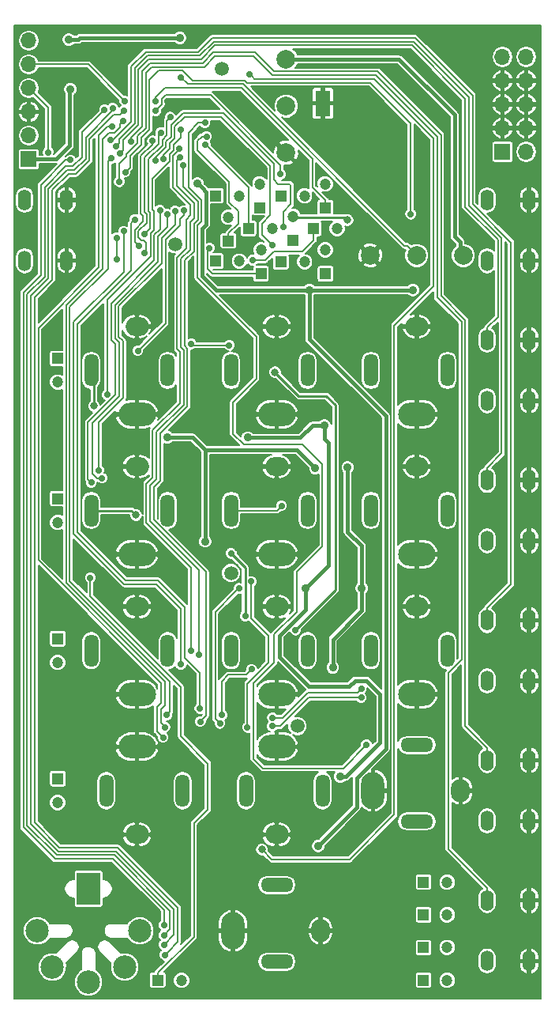
<source format=gtl>
G04 #@! TF.FileFunction,Copper,L1,Top,Signal*
%FSLAX46Y46*%
G04 Gerber Fmt 4.6, Leading zero omitted, Abs format (unit mm)*
G04 Created by KiCad (PCBNEW 4.0.2-stable) date 2017-03-21 6:26:13 PM*
%MOMM*%
G01*
G04 APERTURE LIST*
%ADD10C,0.200000*%
%ADD11R,1.700000X1.700000*%
%ADD12O,1.700000X1.700000*%
%ADD13O,4.000000X2.500000*%
%ADD14O,2.500000X2.000000*%
%ADD15O,1.500000X3.500000*%
%ADD16O,2.500000X4.000000*%
%ADD17O,2.000000X2.500000*%
%ADD18O,3.500000X1.500000*%
%ADD19R,1.600000X2.800000*%
%ADD20C,1.500000*%
%ADD21O,1.400000X2.200000*%
%ADD22O,1.400000X2.250000*%
%ADD23C,1.998980*%
%ADD24R,1.200000X1.200000*%
%ADD25C,1.200000*%
%ADD26C,2.500000*%
%ADD27R,2.500000X3.500000*%
%ADD28C,0.900000*%
%ADD29C,0.700000*%
%ADD30C,0.800000*%
%ADD31C,0.400000*%
%ADD32C,0.250000*%
%ADD33C,0.203200*%
G04 APERTURE END LIST*
D10*
D11*
X159500000Y-52200000D03*
D12*
X162040000Y-52200000D03*
X159500000Y-49660000D03*
X162040000Y-49660000D03*
X159500000Y-47120000D03*
X162040000Y-47120000D03*
X159500000Y-44580000D03*
X162040000Y-44580000D03*
X159500000Y-42040000D03*
X162040000Y-42040000D03*
D13*
X135300000Y-115900000D03*
D14*
X135300000Y-125300000D03*
D15*
X140200000Y-120600000D03*
X132000000Y-120600000D03*
D16*
X130600000Y-135600000D03*
D17*
X140000000Y-135600000D03*
D18*
X135300000Y-130700000D03*
X135300000Y-138900000D03*
D13*
X135300000Y-95300000D03*
D14*
X135300000Y-85900000D03*
D15*
X130400000Y-90600000D03*
X138600000Y-90600000D03*
D13*
X135300000Y-110300000D03*
D14*
X135300000Y-100900000D03*
D15*
X130400000Y-105600000D03*
X138600000Y-105600000D03*
D13*
X135300000Y-80300000D03*
D14*
X135300000Y-70900000D03*
D15*
X130400000Y-75600000D03*
X138600000Y-75600000D03*
D13*
X120300000Y-80300000D03*
D14*
X120300000Y-70900000D03*
D15*
X115400000Y-75600000D03*
X123600000Y-75600000D03*
D13*
X120300000Y-95300000D03*
D14*
X120300000Y-85900000D03*
D15*
X115400000Y-90600000D03*
X123600000Y-90600000D03*
D13*
X120300000Y-110300000D03*
D14*
X120300000Y-100900000D03*
D15*
X115400000Y-105600000D03*
X123600000Y-105600000D03*
D13*
X120300000Y-115900000D03*
D14*
X120300000Y-125300000D03*
D15*
X125200000Y-120600000D03*
X117000000Y-120600000D03*
D13*
X150300000Y-80300000D03*
D14*
X150300000Y-70900000D03*
D15*
X145400000Y-75600000D03*
X153600000Y-75600000D03*
D13*
X150300000Y-95300000D03*
D14*
X150300000Y-85900000D03*
D15*
X145400000Y-90600000D03*
X153600000Y-90600000D03*
D13*
X150300000Y-110300000D03*
D14*
X150300000Y-100900000D03*
D15*
X145400000Y-105600000D03*
X153600000Y-105600000D03*
D16*
X145600000Y-120600000D03*
D17*
X155000000Y-120600000D03*
D18*
X150300000Y-115700000D03*
X150300000Y-123900000D03*
D19*
X140250000Y-47000000D03*
D20*
X124400000Y-62100000D03*
X130400000Y-97300000D03*
X137500000Y-113700000D03*
D11*
X108700000Y-53000000D03*
D12*
X108700000Y-50460000D03*
X108700000Y-47920000D03*
X108700000Y-45380000D03*
X108700000Y-42840000D03*
X108700000Y-40300000D03*
D20*
X129400000Y-43300000D03*
D21*
X157850000Y-78850000D03*
X162350000Y-78850000D03*
D22*
X157850000Y-72350000D03*
X162350000Y-72350000D03*
D21*
X108250000Y-63850000D03*
X112750000Y-63850000D03*
D22*
X108250000Y-57350000D03*
X112750000Y-57350000D03*
D21*
X157850000Y-93850000D03*
X162350000Y-93850000D03*
D22*
X157850000Y-87350000D03*
X162350000Y-87350000D03*
D21*
X157850000Y-138850000D03*
X162350000Y-138850000D03*
D22*
X157850000Y-132350000D03*
X162350000Y-132350000D03*
D21*
X157850000Y-108850000D03*
X162350000Y-108850000D03*
D22*
X157850000Y-102350000D03*
X162350000Y-102350000D03*
D21*
X157850000Y-63850000D03*
X162350000Y-63850000D03*
D22*
X157850000Y-57350000D03*
X162350000Y-57350000D03*
D21*
X157850000Y-123850000D03*
X162350000Y-123850000D03*
D22*
X157850000Y-117350000D03*
X162350000Y-117350000D03*
D23*
X150300000Y-63300000D03*
X155300000Y-63300000D03*
X145300000Y-63300000D03*
X136300000Y-47300000D03*
X136300000Y-42300000D03*
X136300000Y-52300000D03*
D24*
X151030000Y-140900000D03*
D25*
X153570000Y-140900000D03*
D24*
X139230000Y-60400000D03*
D25*
X141770000Y-60400000D03*
D24*
X122530000Y-140900000D03*
D25*
X125070000Y-140900000D03*
D24*
X111800000Y-119330000D03*
D25*
X111800000Y-121870000D03*
D24*
X111800000Y-104330000D03*
D25*
X111800000Y-106870000D03*
D24*
X111800000Y-89330000D03*
D25*
X111800000Y-91870000D03*
D24*
X111800000Y-74330000D03*
D25*
X111800000Y-76870000D03*
D24*
X151030000Y-137400000D03*
D25*
X153570000Y-137400000D03*
D24*
X151030000Y-133900000D03*
D25*
X153570000Y-133900000D03*
D24*
X151030000Y-130400000D03*
D25*
X153570000Y-130400000D03*
D24*
X140500000Y-65240000D03*
D25*
X140500000Y-62700000D03*
D24*
X135730000Y-64000000D03*
D25*
X138270000Y-64000000D03*
D24*
X133600000Y-65240000D03*
D25*
X133600000Y-62700000D03*
D24*
X128760000Y-63900000D03*
D25*
X131300000Y-63900000D03*
D24*
X137000000Y-61640000D03*
D25*
X137000000Y-59100000D03*
D24*
X132260000Y-60400000D03*
D25*
X134800000Y-60400000D03*
D24*
X130100000Y-61740000D03*
D25*
X130100000Y-59200000D03*
D24*
X140500000Y-58170000D03*
D25*
X140500000Y-55630000D03*
D24*
X135730000Y-56900000D03*
D25*
X138270000Y-56900000D03*
D24*
X133500000Y-58170000D03*
D25*
X133500000Y-55630000D03*
D24*
X128730000Y-56900000D03*
D25*
X131270000Y-56900000D03*
D26*
X109600000Y-135600000D03*
X120600000Y-135600000D03*
X115100000Y-141100000D03*
D27*
X115100000Y-131100000D03*
D26*
X111210000Y-139490000D03*
X118990000Y-139490000D03*
D28*
X124899996Y-40000000D03*
X113000000Y-40200000D03*
X126803546Y-55596456D03*
X139750000Y-126500000D03*
X113150900Y-45500000D03*
X149900000Y-67000000D03*
X138800000Y-67000000D03*
D29*
X111400000Y-39050000D03*
X122900000Y-39050000D03*
X116150000Y-46600000D03*
X128900000Y-49250000D03*
X129800000Y-50100000D03*
X137150000Y-45650000D03*
X135200000Y-45650000D03*
X114900000Y-44000000D03*
X131900000Y-103300000D03*
X138300000Y-41500000D03*
X148500000Y-41500000D03*
X148500000Y-43700000D03*
X148500000Y-54700000D03*
X148500000Y-53600000D03*
X148500000Y-52400000D03*
X148500000Y-51200000D03*
X148500000Y-44800000D03*
X148500000Y-49900000D03*
X123100000Y-55100000D03*
X143100000Y-71300000D03*
X142200000Y-71300000D03*
X141400000Y-71300000D03*
X141400000Y-68200000D03*
X142200000Y-68200000D03*
X143100000Y-68200000D03*
X111800000Y-111300000D03*
X111500000Y-81400000D03*
X110600000Y-95100000D03*
X126400000Y-68700000D03*
X126400000Y-70700000D03*
X119800000Y-55100000D03*
X117970138Y-60009715D03*
X137900000Y-65700000D03*
X126700000Y-66800000D03*
X131200000Y-46000000D03*
X133400000Y-45700000D03*
X128900000Y-50100000D03*
X140900000Y-76900000D03*
X129500000Y-58100000D03*
X122100000Y-67600000D03*
X139721681Y-108527102D03*
X145700000Y-108500000D03*
X123600119Y-46782625D03*
X129400000Y-114500000D03*
X138229014Y-121378550D03*
X124800000Y-108300000D03*
X124700004Y-47600000D03*
X142600000Y-65700000D03*
D28*
X126300000Y-93100000D03*
X140400001Y-81499999D03*
X142100000Y-119100000D03*
X138400003Y-98899997D03*
X132199994Y-82800000D03*
X142900000Y-86000000D03*
X141300000Y-107400000D03*
X139431263Y-86064780D03*
X144399982Y-98900000D03*
X123525042Y-82762951D03*
X127600000Y-93900000D03*
D29*
X124995268Y-44216032D03*
X122314226Y-47792381D03*
X135700004Y-54600000D03*
X122300097Y-46811060D03*
X127756147Y-50550020D03*
X127664610Y-51445365D03*
D30*
X142900000Y-59500000D03*
D29*
X132699998Y-63800000D03*
X128050064Y-62507327D03*
X123130197Y-52923345D03*
X134800000Y-62200000D03*
X122261201Y-53157552D03*
X136000000Y-60200000D03*
X123200000Y-135000000D03*
X113174667Y-53074667D03*
X116821150Y-47687192D03*
X123200000Y-136100002D03*
X117706582Y-47525848D03*
X123199990Y-137100000D03*
X123300002Y-138200000D03*
X118893582Y-47790609D03*
X125300000Y-58500004D03*
X120400000Y-73500004D03*
X124400667Y-58534930D03*
X116190366Y-86309634D03*
X123568647Y-58878096D03*
X116549427Y-87134919D03*
X122770768Y-58461689D03*
X115400000Y-87600000D03*
X115300000Y-97800000D03*
X125000000Y-49800000D03*
X117092254Y-78192688D03*
X135800000Y-90100000D03*
D30*
X115699969Y-79395026D03*
X120199996Y-91100000D03*
D29*
X137300000Y-103400000D03*
D30*
X135099996Y-75800000D03*
D29*
X130399998Y-95200000D03*
X131900000Y-101899998D03*
X132400000Y-43899990D03*
D30*
X133700000Y-126900000D03*
D29*
X110791771Y-52249980D03*
X119000020Y-46785790D03*
X131224980Y-98949980D03*
X129200000Y-113400000D03*
X132600000Y-107600000D03*
X129400000Y-112500000D03*
X132575020Y-98200000D03*
X132148071Y-113823091D03*
X118453084Y-52404702D03*
X118100000Y-63700000D03*
X118100000Y-61400000D03*
X118050000Y-51600000D03*
X118399996Y-55400000D03*
X117493953Y-50892304D03*
X119050016Y-54376823D03*
X149650531Y-58866757D03*
X119644462Y-51064520D03*
X126115633Y-72764966D03*
X130200000Y-72900000D03*
X121106654Y-60999227D03*
X123870108Y-48482922D03*
X121965113Y-51027879D03*
X120519977Y-62279442D03*
X122849529Y-50125276D03*
X121064533Y-62996017D03*
X123100006Y-114900000D03*
X117602087Y-49517808D03*
X123300002Y-113800000D03*
X118858761Y-48858761D03*
X127100000Y-113200000D03*
X125225355Y-53646264D03*
X117560802Y-52875402D03*
X123500032Y-112500000D03*
X127049980Y-111800000D03*
X120070182Y-59443793D03*
X126964248Y-106039955D03*
X124880558Y-52804683D03*
X126100000Y-105600000D03*
X124865195Y-51818921D03*
X118865815Y-60686397D03*
X125000000Y-107100000D03*
X144350031Y-109724967D03*
X134826461Y-112800377D03*
X144350031Y-110624980D03*
X134800000Y-113699999D03*
X144900000Y-115700000D03*
X127600008Y-49100000D03*
D31*
X136300000Y-42300000D02*
X148400000Y-42300000D01*
X154350000Y-48250000D02*
X154350000Y-61236508D01*
X148400000Y-42300000D02*
X154350000Y-48250000D01*
X154350000Y-61236508D02*
X155000000Y-61886508D01*
X155000000Y-61886508D02*
X155000000Y-63000000D01*
X155000000Y-63000000D02*
X155300000Y-63300000D01*
X113000000Y-40200000D02*
X113950000Y-40200000D01*
X113950000Y-40200000D02*
X114150000Y-40000000D01*
X114150000Y-40000000D02*
X124899996Y-40000000D01*
X138800000Y-67000000D02*
X138800000Y-72300000D01*
X138800000Y-72300000D02*
X146974989Y-80474989D01*
X146974989Y-80474989D02*
X146974989Y-116141545D01*
X146974989Y-116141545D02*
X143875000Y-119241534D01*
X143875000Y-119241534D02*
X143875000Y-122375000D01*
X143875000Y-122375000D02*
X140199999Y-126050001D01*
X140199999Y-126050001D02*
X139750000Y-126500000D01*
X127729999Y-56522909D02*
X127253545Y-56046455D01*
X128807122Y-67000000D02*
X127300044Y-65492922D01*
X127729999Y-59977123D02*
X127729999Y-56522909D01*
X138800000Y-67000000D02*
X128807122Y-67000000D01*
X127300044Y-65492922D02*
X127300044Y-60407078D01*
X127253545Y-56046455D02*
X126803546Y-55596456D01*
X127300044Y-60407078D02*
X127729999Y-59977123D01*
X108700000Y-53000000D02*
X111600000Y-53000000D01*
X113100000Y-51500000D02*
X113100000Y-45550900D01*
X111600000Y-53000000D02*
X113100000Y-51500000D01*
X113100000Y-45550900D02*
X113150900Y-45500000D01*
X138800000Y-67000000D02*
X149900000Y-67000000D01*
D10*
X128900000Y-50100000D02*
X128900000Y-49250000D01*
X128900000Y-50100000D02*
X129800000Y-50100000D01*
X135200000Y-45650000D02*
X137150000Y-45650000D01*
X123600119Y-47277599D02*
X122950000Y-47927718D01*
X122950000Y-47927718D02*
X122950000Y-48650000D01*
X122950000Y-48650000D02*
X122200000Y-49400000D01*
X122200000Y-49400000D02*
X122200000Y-49830990D01*
X120100000Y-52700000D02*
X120149999Y-52749999D01*
X122200000Y-49830990D02*
X121315112Y-50715878D01*
X120149999Y-54750001D02*
X119800000Y-55100000D01*
X121315112Y-50715878D02*
X121315112Y-51484888D01*
X121315112Y-51484888D02*
X120100000Y-52700000D01*
X120149999Y-52749999D02*
X120149999Y-54750001D01*
D32*
X148500000Y-43700000D02*
X148005026Y-43700000D01*
X148005026Y-43700000D02*
X147305026Y-43000000D01*
X148500000Y-41500000D02*
X138300000Y-41500000D01*
X148500000Y-52400000D02*
X148500000Y-53600000D01*
X148500000Y-49900000D02*
X148500000Y-51200000D01*
X142200000Y-71300000D02*
X143100000Y-71300000D01*
X141400000Y-68200000D02*
X141400000Y-71300000D01*
X143100000Y-68200000D02*
X142200000Y-68200000D01*
D10*
X123600119Y-46782625D02*
X123600119Y-47277599D01*
X123600119Y-47277599D02*
X123400000Y-47477718D01*
D31*
X138400003Y-98899997D02*
X140850000Y-96450000D01*
X140850000Y-96450000D02*
X140850000Y-83350000D01*
X140850000Y-83350000D02*
X140400000Y-82900000D01*
X140400000Y-82900000D02*
X140400000Y-81500000D01*
X132199994Y-82800000D02*
X137800000Y-82800000D01*
X137800000Y-82800000D02*
X139100000Y-81500000D01*
X139100000Y-81500000D02*
X140400000Y-81500000D01*
X140400000Y-81500000D02*
X140400001Y-81499999D01*
X138400003Y-98899997D02*
X138400003Y-101189993D01*
X143074979Y-109425021D02*
X143700000Y-108800000D01*
X138400003Y-101189993D02*
X135600000Y-103989996D01*
X146374978Y-115461418D02*
X142736396Y-119100000D01*
X135600000Y-103989996D02*
X135600000Y-106300000D01*
X143700000Y-108800000D02*
X144889998Y-108800000D01*
X135600000Y-106300000D02*
X138725021Y-109425021D01*
X138725021Y-109425021D02*
X143074979Y-109425021D01*
X144889998Y-108800000D02*
X146374978Y-110284980D01*
X146374978Y-110284980D02*
X146374978Y-115461418D01*
X142736396Y-119100000D02*
X142100000Y-119100000D01*
X144399982Y-98900000D02*
X144399982Y-101300018D01*
X144399982Y-101300018D02*
X141300000Y-104400000D01*
X141300000Y-104400000D02*
X141300000Y-106763604D01*
X141300000Y-106763604D02*
X141300000Y-107400000D01*
X144399982Y-98900000D02*
X144399982Y-94399982D01*
X144399982Y-94399982D02*
X142900000Y-92900000D01*
X142900000Y-92900000D02*
X142900000Y-86636396D01*
X142900000Y-86636396D02*
X142900000Y-86000000D01*
X127600000Y-84100000D02*
X137466483Y-84100000D01*
X138981264Y-85614781D02*
X139431263Y-86064780D01*
X137466483Y-84100000D02*
X138981264Y-85614781D01*
X127600000Y-84100000D02*
X126262951Y-82762951D01*
X124161438Y-82762951D02*
X123525042Y-82762951D01*
X126262951Y-82762951D02*
X124161438Y-82762951D01*
X127600000Y-93900000D02*
X127600000Y-84100000D01*
D10*
X124995268Y-44216032D02*
X125729224Y-44949988D01*
X125729224Y-44949988D02*
X131677690Y-44949988D01*
X131677690Y-44949988D02*
X149000511Y-62272809D01*
X149000511Y-62272809D02*
X149272809Y-62272809D01*
X149272809Y-62272809D02*
X150300000Y-63300000D01*
X122950099Y-47156508D02*
X122664225Y-47442382D01*
X122950099Y-46499058D02*
X122950099Y-47156508D01*
X128176796Y-46100044D02*
X123349113Y-46100044D01*
X123349113Y-46100044D02*
X122950099Y-46499058D01*
X122664225Y-47442382D02*
X122314226Y-47792381D01*
X135700004Y-53623252D02*
X128176796Y-46100044D01*
X135700004Y-54600000D02*
X135700004Y-53623252D01*
X123266184Y-45349999D02*
X122300097Y-46316086D01*
X139100000Y-55970000D02*
X139100000Y-52937998D01*
X122300097Y-46316086D02*
X122300097Y-46811060D01*
X139100000Y-52937998D02*
X131512001Y-45349999D01*
X140500000Y-58170000D02*
X140500000Y-57370000D01*
X140500000Y-57370000D02*
X139100000Y-55970000D01*
X131512001Y-45349999D02*
X123266184Y-45349999D01*
X130100000Y-61740000D02*
X130100000Y-60940000D01*
X130200000Y-57600000D02*
X130200000Y-55450000D01*
X126800000Y-51011193D02*
X127261173Y-50550020D01*
X130100000Y-60940000D02*
X131150000Y-59890000D01*
X131150000Y-59890000D02*
X131150000Y-58550000D01*
X131150000Y-58550000D02*
X130200000Y-57600000D01*
X130200000Y-55450000D02*
X126800000Y-52050000D01*
X126800000Y-52050000D02*
X126800000Y-51011193D01*
X127261173Y-50550020D02*
X127756147Y-50550020D01*
X128014609Y-51795364D02*
X127664610Y-51445365D01*
X132260000Y-56040755D02*
X128014609Y-51795364D01*
X132260000Y-60400000D02*
X132260000Y-56040755D01*
D32*
X137000000Y-59100000D02*
X137100000Y-59200000D01*
X137100000Y-59200000D02*
X142600000Y-59200000D01*
X142600000Y-59200000D02*
X142900000Y-59500000D01*
D10*
X139230000Y-60400000D02*
X139230000Y-61670000D01*
X139230000Y-61670000D02*
X138000000Y-62900000D01*
X138000000Y-62900000D02*
X134950000Y-62900000D01*
X134950000Y-62900000D02*
X134050000Y-63800000D01*
X134050000Y-63800000D02*
X133194972Y-63800000D01*
X133194972Y-63800000D02*
X132699998Y-63800000D01*
X127850020Y-62707371D02*
X128050064Y-62507327D01*
X128359998Y-65240000D02*
X127850020Y-64730022D01*
X127850020Y-64730022D02*
X127850020Y-62707371D01*
X133600000Y-65240000D02*
X128359998Y-65240000D01*
X124349999Y-49487999D02*
X124349999Y-50718208D01*
X123815164Y-51819415D02*
X123130197Y-52504382D01*
X125388000Y-48449998D02*
X124349999Y-49487999D01*
X134599989Y-53699989D02*
X129349998Y-48449998D01*
X133703396Y-59896604D02*
X134599989Y-59000011D01*
X133703396Y-61103396D02*
X133703396Y-59896604D01*
X123130197Y-52504382D02*
X123130197Y-52923345D01*
X134800000Y-62200000D02*
X133703396Y-61103396D01*
X123815164Y-51253043D02*
X123815164Y-51819415D01*
X129349998Y-48449998D02*
X125388000Y-48449998D01*
X124349999Y-50718208D02*
X123815164Y-51253043D01*
X134599989Y-59000011D02*
X134599989Y-53699989D01*
X136000000Y-60200000D02*
X136000000Y-58600000D01*
X136000000Y-58600000D02*
X136800000Y-57800000D01*
X136800000Y-57800000D02*
X136800000Y-55800000D01*
X136800000Y-55800000D02*
X136650000Y-55650000D01*
X135000000Y-53488948D02*
X129561039Y-48049987D01*
X123949988Y-50552519D02*
X123415153Y-51087354D01*
X136650000Y-55650000D02*
X135450000Y-55650000D01*
X135000000Y-55200000D02*
X135000000Y-53488948D01*
X123949988Y-49322310D02*
X123949988Y-50552519D01*
X135450000Y-55650000D02*
X135000000Y-55200000D01*
X129561039Y-48049987D02*
X125222311Y-48049987D01*
X125222311Y-48049987D02*
X123949988Y-49322310D01*
X123415153Y-51087354D02*
X123415153Y-51653726D01*
X123415153Y-51653726D02*
X122261201Y-52807678D01*
X122261201Y-52807678D02*
X122261201Y-53157552D01*
X113174667Y-53074667D02*
X112679693Y-53074667D01*
X112679693Y-53074667D02*
X110000000Y-55754360D01*
X108125000Y-124522100D02*
X111502900Y-127900000D01*
X110000000Y-55754360D02*
X110000000Y-65400000D01*
X110000000Y-65400000D02*
X108125000Y-67275000D01*
X108125000Y-67275000D02*
X108125000Y-124522100D01*
X111502900Y-127900000D02*
X117750000Y-127900000D01*
X117750000Y-127900000D02*
X123200000Y-133350000D01*
X123200000Y-133350000D02*
X123200000Y-134200000D01*
X123200000Y-134200000D02*
X123200000Y-135000000D01*
X123200000Y-136100002D02*
X123850002Y-135450000D01*
X116471151Y-48037191D02*
X116821150Y-47687192D01*
X123850002Y-135450000D02*
X123850002Y-133434302D01*
X110400011Y-55968589D02*
X112618622Y-53749978D01*
X117915689Y-127499989D02*
X111668589Y-127499989D01*
X108525011Y-67440689D02*
X110400011Y-65565689D01*
X113418622Y-53749978D02*
X114400000Y-52768600D01*
X108525011Y-124356411D02*
X108525011Y-67440689D01*
X111668589Y-127499989D02*
X108525011Y-124356411D01*
X114400000Y-52768600D02*
X114400000Y-50108342D01*
X110400011Y-65565689D02*
X110400011Y-55968589D01*
X123850002Y-133434302D02*
X117915689Y-127499989D01*
X114400000Y-50108342D02*
X116471151Y-48037191D01*
X112618622Y-53749978D02*
X113418622Y-53749978D01*
X117706582Y-47727718D02*
X117706582Y-47525848D01*
X118081378Y-127099978D02*
X111834278Y-127099978D01*
X114800011Y-50634289D02*
X117706582Y-47727718D01*
X108925022Y-67606378D02*
X110800022Y-65731378D01*
X113584311Y-54149989D02*
X114800011Y-52934289D01*
X112784311Y-54149989D02*
X113584311Y-54149989D01*
X110800022Y-56134278D02*
X112784311Y-54149989D01*
X110800022Y-65731378D02*
X110800022Y-56134278D01*
X111834278Y-127099978D02*
X108925022Y-124190722D01*
X124250013Y-133268613D02*
X118081378Y-127099978D01*
X124250013Y-136049977D02*
X124250013Y-133268613D01*
X123199990Y-137100000D02*
X124250013Y-136049977D01*
X108925022Y-124190722D02*
X108925022Y-67606378D01*
X114800011Y-52934289D02*
X114800011Y-50634289D01*
X124700000Y-136800002D02*
X123650001Y-137850001D01*
X115200022Y-50799978D02*
X115200022Y-53099978D01*
X111200033Y-56299967D02*
X111200033Y-65897067D01*
X109325033Y-124025033D02*
X111999967Y-126699967D01*
X123650001Y-137850001D02*
X123300002Y-138200000D01*
X109325033Y-67772067D02*
X109325033Y-124025033D01*
X111200033Y-65897067D02*
X109325033Y-67772067D01*
X112950000Y-54550000D02*
X111200033Y-56299967D01*
X117824151Y-48175849D02*
X115200022Y-50799978D01*
X118247067Y-126699967D02*
X124700000Y-133152900D01*
X118508342Y-48175849D02*
X117824151Y-48175849D01*
X118893582Y-47790609D02*
X118508342Y-48175849D01*
X111999967Y-126699967D02*
X118247067Y-126699967D01*
X115200022Y-53099978D02*
X113750000Y-54550000D01*
X124700000Y-133152900D02*
X124700000Y-136800002D01*
X113750000Y-54550000D02*
X112950000Y-54550000D01*
X123349999Y-70550005D02*
X123349999Y-61980686D01*
X124887854Y-59411984D02*
X125300000Y-58999838D01*
X124887854Y-60058144D02*
X124887854Y-59411984D01*
X123356700Y-61973985D02*
X123356700Y-61589298D01*
X125300000Y-58994978D02*
X125300000Y-58500004D01*
X123356700Y-61589298D02*
X124887854Y-60058144D01*
X120400000Y-73500004D02*
X123349999Y-70550005D01*
X125300000Y-58999838D02*
X125300000Y-58994978D01*
X123349999Y-61980686D02*
X123356700Y-61973985D01*
X116190366Y-81162356D02*
X118800055Y-78552667D01*
X116190366Y-86309634D02*
X116190366Y-81162356D01*
X122956689Y-61808296D02*
X122956689Y-61423609D01*
X118349979Y-68747120D02*
X122949988Y-64147111D01*
X118800055Y-72471555D02*
X118349979Y-72021479D01*
X122949988Y-61814997D02*
X122956689Y-61808296D01*
X118349979Y-72021479D02*
X118349979Y-68747120D01*
X122949988Y-64147111D02*
X122949988Y-61814997D01*
X122956689Y-61423609D02*
X124400667Y-59979631D01*
X124400667Y-59029904D02*
X124400667Y-58534930D01*
X124400667Y-59979631D02*
X124400667Y-59029904D01*
X118800055Y-78552667D02*
X118800055Y-72471555D01*
X117949968Y-72187168D02*
X117949968Y-68581431D01*
X116549427Y-87134919D02*
X116054453Y-87134919D01*
X123568647Y-60245951D02*
X123568647Y-59373070D01*
X118400044Y-72637244D02*
X117949968Y-72187168D01*
X122556678Y-61257920D02*
X123568647Y-60245951D01*
X118400044Y-78386978D02*
X118400044Y-72637244D01*
X117949968Y-68581431D02*
X122549977Y-63981422D01*
X115540365Y-81246657D02*
X118400044Y-78386978D01*
X115540365Y-86620831D02*
X115540365Y-81246657D01*
X122549977Y-63981422D02*
X122549977Y-61649308D01*
X122549977Y-61649308D02*
X122556678Y-61642607D01*
X123568647Y-59373070D02*
X123568647Y-58878096D01*
X122556678Y-61642607D02*
X122556678Y-61257920D01*
X116054453Y-87134919D02*
X115540365Y-86620831D01*
X117549957Y-68415742D02*
X122149966Y-63815733D01*
X122149966Y-61483619D02*
X122156667Y-61476918D01*
X122149966Y-63815733D02*
X122149966Y-61483619D01*
X122156667Y-61092231D02*
X122770768Y-60478130D01*
X122770768Y-58956663D02*
X122770768Y-58461689D01*
X122770768Y-60478130D02*
X122770768Y-58956663D01*
X118000033Y-72802933D02*
X117549957Y-72352857D01*
X118000033Y-78221289D02*
X118000033Y-72802933D01*
X115050001Y-81171321D02*
X118000033Y-78221289D01*
X115050001Y-87250001D02*
X115050001Y-81171321D01*
X115400000Y-87600000D02*
X115050001Y-87250001D01*
X122156667Y-61476918D02*
X122156667Y-61092231D01*
X117549957Y-72352857D02*
X117549957Y-68415742D01*
X115300000Y-97800000D02*
X115300000Y-99802900D01*
X125000000Y-114800000D02*
X127900000Y-117700000D01*
X115300000Y-99802900D02*
X125000000Y-109502900D01*
X125000000Y-109502900D02*
X125000000Y-114800000D01*
X122530000Y-140100000D02*
X122530000Y-140900000D01*
X127900000Y-117700000D02*
X127900000Y-122600000D01*
X127900000Y-122600000D02*
X126399979Y-124100021D01*
X126399979Y-136230021D02*
X122530000Y-140100000D01*
X126399979Y-124100021D02*
X126399979Y-136230021D01*
X122530000Y-140900000D02*
X122530000Y-140270000D01*
X125000000Y-50294974D02*
X125000000Y-49800000D01*
X125000000Y-50633907D02*
X125000000Y-50294974D01*
X123780198Y-53235346D02*
X123780198Y-52420081D01*
X121756656Y-61311229D02*
X121756656Y-60926542D01*
X121749955Y-63350045D02*
X121749955Y-61317930D01*
X117092254Y-68007746D02*
X121749955Y-63350045D01*
X121749955Y-61317930D02*
X121756656Y-61311229D01*
X117092254Y-78192688D02*
X117092254Y-68007746D01*
X122126526Y-60556672D02*
X122126526Y-58548156D01*
X124215177Y-51418730D02*
X125000000Y-50633907D01*
X123780198Y-52420081D02*
X124215177Y-51985102D01*
X121756656Y-60926542D02*
X122126526Y-60556672D01*
X121919671Y-58341301D02*
X121919671Y-55095873D01*
X124215177Y-51985102D02*
X124215177Y-51418730D01*
X121919671Y-55095873D02*
X123780198Y-53235346D01*
X122126526Y-58548156D02*
X121919671Y-58341301D01*
X130400000Y-90600000D02*
X135300000Y-90600000D01*
X135300000Y-90600000D02*
X135800000Y-90100000D01*
D32*
X115699969Y-79395026D02*
X115699969Y-75899969D01*
X115699969Y-75899969D02*
X115400000Y-75600000D01*
X115400000Y-90600000D02*
X119699996Y-90600000D01*
X119699996Y-90600000D02*
X120199996Y-91100000D01*
X140572003Y-78324999D02*
X141575002Y-79327998D01*
X141575002Y-99124998D02*
X137649999Y-103050001D01*
X137624995Y-78324999D02*
X140572003Y-78324999D01*
X135099996Y-75800000D02*
X137624995Y-78324999D01*
X137649999Y-103050001D02*
X137300000Y-103400000D01*
X141575002Y-79327998D02*
X141575002Y-99124998D01*
X131900000Y-101899998D02*
X131900000Y-96700002D01*
X130749997Y-95549999D02*
X130399998Y-95200000D01*
X131900000Y-96700002D02*
X130749997Y-95549999D01*
D10*
X133700000Y-126900000D02*
X134750000Y-127950000D01*
X134750000Y-127950000D02*
X143125000Y-127950000D01*
X147900011Y-123174989D02*
X147900011Y-70799989D01*
X143125000Y-127950000D02*
X147900011Y-123174989D01*
X147900011Y-70799989D02*
X152099978Y-66600022D01*
X152099978Y-66600022D02*
X152099978Y-50731380D01*
X152099978Y-50731380D02*
X145768111Y-44399513D01*
X145768111Y-44399513D02*
X132899523Y-44399513D01*
X132899523Y-44399513D02*
X132749999Y-44249989D01*
X132749999Y-44249989D02*
X132400000Y-43899990D01*
X110791771Y-51755006D02*
X110791771Y-52249980D01*
X108700000Y-45380000D02*
X110791771Y-47471771D01*
X110791771Y-47471771D02*
X110791771Y-51755006D01*
X118650021Y-46435791D02*
X119000020Y-46785790D01*
X115054230Y-42840000D02*
X118650021Y-46435791D01*
X108700000Y-42840000D02*
X115054230Y-42840000D01*
X129200000Y-113400000D02*
X128700000Y-112900000D01*
X128700000Y-112900000D02*
X128700000Y-101474960D01*
X128700000Y-101474960D02*
X130874981Y-99299979D01*
X130874981Y-99299979D02*
X131224980Y-98949980D01*
X129400000Y-112500000D02*
X129400000Y-108900000D01*
X129400000Y-108900000D02*
X130100000Y-108200000D01*
X130100000Y-108200000D02*
X132000000Y-108200000D01*
X132000000Y-108200000D02*
X132600000Y-107600000D01*
X132575020Y-98694974D02*
X132575020Y-98200000D01*
X132575020Y-102175020D02*
X132575020Y-98694974D01*
X132148071Y-109151929D02*
X134400000Y-106900000D01*
X134400000Y-104000000D02*
X132575020Y-102175020D01*
X134400000Y-106900000D02*
X134400000Y-104000000D01*
X132148071Y-113823091D02*
X132148071Y-109151929D01*
X155500000Y-58131400D02*
X155500000Y-46500000D01*
X127181378Y-42300022D02*
X121568578Y-42300022D01*
X149799978Y-40799978D02*
X128681422Y-40799978D01*
X118803083Y-52054703D02*
X118453084Y-52404702D01*
X120450044Y-49318144D02*
X118803083Y-50965105D01*
X121568578Y-42300022D02*
X120450044Y-43418556D01*
X157850000Y-71025000D02*
X159000000Y-69875000D01*
X157850000Y-72350000D02*
X157850000Y-71025000D01*
X159000000Y-69875000D02*
X159000000Y-61631400D01*
X120450044Y-43418556D02*
X120450044Y-49318144D01*
X159000000Y-61631400D02*
X155500000Y-58131400D01*
X155500000Y-46500000D02*
X149799978Y-40799978D01*
X128681422Y-40799978D02*
X127181378Y-42300022D01*
X118803083Y-50965105D02*
X118803083Y-52054703D01*
X118100000Y-63700000D02*
X118100000Y-61400000D01*
X118399999Y-51250001D02*
X118050000Y-51600000D01*
X149965667Y-40399967D02*
X128515733Y-40399967D01*
X128515733Y-40399967D02*
X127015689Y-41900011D01*
X118399999Y-50802489D02*
X118399999Y-51250001D01*
X121402889Y-41900011D02*
X120050033Y-43252867D01*
X127015689Y-41900011D02*
X121402889Y-41900011D01*
X159400011Y-61465711D02*
X155900011Y-57965711D01*
X159400011Y-84474989D02*
X159400011Y-61465711D01*
X157850000Y-86025000D02*
X159400011Y-84474989D01*
X157850000Y-87350000D02*
X157850000Y-86025000D01*
X155900011Y-57965711D02*
X155900011Y-46334311D01*
X120050033Y-43252867D02*
X120050033Y-49152455D01*
X155900011Y-46334311D02*
X149965667Y-40399967D01*
X120050033Y-49152455D02*
X118399999Y-50802489D01*
X134833800Y-43999502D02*
X132784297Y-41949999D01*
X132784297Y-41949999D02*
X128662801Y-41949999D01*
X155100000Y-70400000D02*
X152499989Y-67799989D01*
X152499989Y-50565691D02*
X145933800Y-43999502D01*
X120363863Y-51264386D02*
X119150001Y-52478248D01*
X155100000Y-106584938D02*
X155100000Y-70400000D01*
X118399996Y-54905026D02*
X118399996Y-55400000D01*
X121899956Y-43100044D02*
X121250066Y-43749934D01*
X118399996Y-53462006D02*
X118399996Y-54905026D01*
X120363863Y-50535725D02*
X120363863Y-51264386D01*
X121250066Y-49649522D02*
X120363863Y-50535725D01*
X128662801Y-41949999D02*
X127512756Y-43100044D01*
X145933800Y-43999502D02*
X134833800Y-43999502D01*
X119150001Y-52712001D02*
X118399996Y-53462006D01*
X152499989Y-67799989D02*
X152499989Y-50565691D01*
X127512756Y-43100044D02*
X121899956Y-43100044D01*
X153699990Y-126874990D02*
X153699990Y-107984948D01*
X157850000Y-131025000D02*
X153699990Y-126874990D01*
X153699990Y-107984948D02*
X155100000Y-106584938D01*
X157850000Y-132350000D02*
X157850000Y-131025000D01*
X119150001Y-52478248D02*
X119150001Y-52712001D01*
X121250066Y-43749934D02*
X121250066Y-49649522D01*
X128350044Y-39999956D02*
X126850000Y-41500000D01*
X119650022Y-43087178D02*
X119650022Y-48986766D01*
X160400000Y-61900000D02*
X156300022Y-57800022D01*
X150131356Y-39999956D02*
X128350044Y-39999956D01*
X157850000Y-101025000D02*
X160400000Y-98475000D01*
X156300022Y-46168622D02*
X150131356Y-39999956D01*
X156300022Y-57800022D02*
X156300022Y-46168622D01*
X157850000Y-102350000D02*
X157850000Y-101025000D01*
X160400000Y-98475000D02*
X160400000Y-61900000D01*
X126850000Y-41500000D02*
X121237200Y-41500000D01*
X121237200Y-41500000D02*
X119650022Y-43087178D01*
X119650022Y-48986766D02*
X117744484Y-50892304D01*
X117744484Y-50892304D02*
X117493953Y-50892304D01*
X126249977Y-44549977D02*
X125200055Y-43500055D01*
X119400015Y-54026824D02*
X119050016Y-54376823D01*
X120789059Y-50676229D02*
X120789059Y-51404890D01*
X121650077Y-49815211D02*
X120789059Y-50676229D01*
X125200055Y-43500055D02*
X122599945Y-43500055D01*
X149650531Y-49150531D02*
X145299524Y-44799524D01*
X145299524Y-44799524D02*
X132092926Y-44799524D01*
X149650531Y-58866757D02*
X149650531Y-49150531D01*
X120789059Y-51404890D02*
X119550012Y-52643937D01*
X121650077Y-44449923D02*
X121650077Y-49815211D01*
X122599945Y-43500055D02*
X121650077Y-44449923D01*
X119550012Y-53876827D02*
X119400015Y-54026824D01*
X132092926Y-44799524D02*
X131843379Y-44549977D01*
X119550012Y-52643937D02*
X119550012Y-53876827D01*
X131843379Y-44549977D02*
X126249977Y-44549977D01*
X121734267Y-42700033D02*
X120850055Y-43584245D01*
X134999489Y-43599491D02*
X132949986Y-41549988D01*
X119644462Y-50689426D02*
X119644462Y-51064520D01*
X127347067Y-42700033D02*
X121734267Y-42700033D01*
X155500011Y-70234311D02*
X152900000Y-67634300D01*
X120850055Y-43584245D02*
X120850055Y-49483833D01*
X128497112Y-41549988D02*
X127347067Y-42700033D01*
X152900000Y-50400002D02*
X146099489Y-43599491D01*
X157850000Y-116025000D02*
X155500011Y-113675011D01*
X157850000Y-117350000D02*
X157850000Y-116025000D01*
X132949986Y-41549988D02*
X128497112Y-41549988D01*
X155500011Y-113675011D02*
X155500011Y-70234311D01*
X120850055Y-49483833D02*
X119644462Y-50689426D01*
X146099489Y-43599491D02*
X134999489Y-43599491D01*
X152900000Y-67634300D02*
X152900000Y-50400002D01*
X126250667Y-72900000D02*
X126115633Y-72764966D01*
X130200000Y-72900000D02*
X126250667Y-72900000D01*
X121726515Y-60379366D02*
X121456653Y-60649228D01*
X121726515Y-58713845D02*
X121726515Y-60379366D01*
X121519660Y-58506990D02*
X121726515Y-58713845D01*
X123015144Y-51481956D02*
X121519660Y-52977440D01*
X123015144Y-50921663D02*
X123015144Y-51481956D01*
X123870108Y-48482922D02*
X123499530Y-48853500D01*
X121519660Y-52977440D02*
X121519660Y-58506990D01*
X121456653Y-60649228D02*
X121106654Y-60999227D01*
X123499530Y-50437277D02*
X123015144Y-50921663D01*
X123499530Y-48853500D02*
X123499530Y-50437277D01*
X120926493Y-59045223D02*
X120719638Y-58838368D01*
X120056623Y-60539097D02*
X120926493Y-59669227D01*
X121965113Y-51400587D02*
X121965113Y-51027879D01*
X120719638Y-52646062D02*
X121965113Y-51400587D01*
X120719638Y-58838368D02*
X120719638Y-52646062D01*
X120056623Y-61816088D02*
X120056623Y-60539097D01*
X120519977Y-62279442D02*
X120056623Y-61816088D01*
X120926493Y-59669227D02*
X120926493Y-59045223D01*
X120456634Y-61300803D02*
X120456634Y-60704786D01*
X121064533Y-62996017D02*
X121299991Y-62760559D01*
X121326504Y-58879534D02*
X121119649Y-58672679D01*
X122615133Y-50359672D02*
X122849529Y-50125276D01*
X121299991Y-62760559D02*
X121299991Y-61934309D01*
X121119649Y-52811751D02*
X122615133Y-51316267D01*
X121119649Y-58672679D02*
X121119649Y-52811751D01*
X120456634Y-60704786D02*
X121326504Y-59834916D01*
X122615133Y-51316267D02*
X122615133Y-50359672D01*
X120805060Y-61649229D02*
X120456634Y-61300803D01*
X121299991Y-61934309D02*
X121014911Y-61649229D01*
X121326504Y-59834916D02*
X121326504Y-58879534D01*
X121014911Y-61649229D02*
X120805060Y-61649229D01*
X117602087Y-49517808D02*
X117107113Y-49517808D01*
X116199978Y-50424943D02*
X116199978Y-64568622D01*
X122900000Y-111200000D02*
X122450001Y-111649999D01*
X122450001Y-111649999D02*
X122450001Y-114249995D01*
X122900000Y-109100000D02*
X122900000Y-111200000D01*
X109725044Y-95925044D02*
X122900000Y-109100000D01*
X116199978Y-64568622D02*
X109725044Y-71043556D01*
X109725044Y-71043556D02*
X109725044Y-95925044D01*
X122750007Y-114550001D02*
X123100006Y-114900000D01*
X117107113Y-49517808D02*
X116199978Y-50424943D01*
X122450001Y-114249995D02*
X122750007Y-114550001D01*
X122850012Y-113350010D02*
X122950003Y-113450001D01*
X123300011Y-111437985D02*
X122850012Y-111887984D01*
X116599989Y-64734311D02*
X112700001Y-68634299D01*
X123300011Y-108934311D02*
X123300011Y-111437985D01*
X112700001Y-98334301D02*
X123300011Y-108934311D01*
X118508762Y-49561156D02*
X117902109Y-50167809D01*
X112700001Y-68634299D02*
X112700001Y-98334301D01*
X118508762Y-49208760D02*
X118508762Y-49561156D01*
X117294195Y-50167809D02*
X116599989Y-50862015D01*
X117902109Y-50167809D02*
X117294195Y-50167809D01*
X118858761Y-48858761D02*
X118508762Y-49208760D01*
X116599989Y-50862015D02*
X116599989Y-64734311D01*
X122950003Y-113450001D02*
X123300002Y-113800000D01*
X122850012Y-111887984D02*
X122850012Y-113350010D01*
X122100000Y-91584938D02*
X127700000Y-97184938D01*
X125700022Y-73268622D02*
X125700022Y-79431378D01*
X127700000Y-112600000D02*
X127449999Y-112850001D01*
X125400011Y-63831389D02*
X125400011Y-72968611D01*
X122775022Y-87399978D02*
X122100000Y-88075000D01*
X122100000Y-88075000D02*
X122100000Y-91584938D01*
X125225355Y-53646264D02*
X125225355Y-55931952D01*
X125225355Y-55931952D02*
X126829977Y-57536574D01*
X122775022Y-82356378D02*
X122775022Y-87399978D01*
X126829977Y-57536574D02*
X126829977Y-59504323D01*
X126829977Y-59504323D02*
X126400022Y-59934278D01*
X126400022Y-59934278D02*
X126400022Y-62831378D01*
X126400022Y-62831378D02*
X125400011Y-63831389D01*
X125400011Y-72968611D02*
X125700022Y-73268622D01*
X125700022Y-79431378D02*
X122775022Y-82356378D01*
X127700000Y-97184938D02*
X127700000Y-112600000D01*
X127449999Y-112850001D02*
X127100000Y-113200000D01*
X123500032Y-112500000D02*
X123850031Y-112150001D01*
X113100012Y-98168612D02*
X113100012Y-68799988D01*
X117210803Y-53225401D02*
X117560802Y-52875402D01*
X117210803Y-64689197D02*
X117210803Y-53225401D01*
X123850031Y-108918631D02*
X113100012Y-98168612D01*
X123850031Y-112150001D02*
X123850031Y-108918631D01*
X113100012Y-68799988D02*
X117210803Y-64689197D01*
X119656612Y-59857363D02*
X119656612Y-64877688D01*
X127049980Y-107949980D02*
X127049980Y-111305026D01*
X125449998Y-106349998D02*
X127049980Y-107949980D01*
X122565700Y-98100000D02*
X125449998Y-100984298D01*
X119100000Y-98100000D02*
X122565700Y-98100000D01*
X127049980Y-111305026D02*
X127049980Y-111800000D01*
X113900034Y-92900034D02*
X119100000Y-98100000D01*
X119656612Y-64877688D02*
X113900034Y-70634266D01*
X120070182Y-59443793D02*
X119656612Y-59857363D01*
X113900034Y-70634266D02*
X113900034Y-92900034D01*
X125449998Y-100984298D02*
X125449998Y-106349998D01*
X125300011Y-73434311D02*
X125300011Y-79265689D01*
X125300011Y-79265689D02*
X122375011Y-82190689D01*
X126429966Y-57702263D02*
X126429966Y-59338634D01*
X126964248Y-105544981D02*
X126964248Y-106039955D01*
X122375011Y-82190689D02*
X122375011Y-87234289D01*
X126000011Y-59768589D02*
X126000011Y-62665689D01*
X126000011Y-62665689D02*
X125000000Y-63665700D01*
X121699989Y-87909311D02*
X121699989Y-91750627D01*
X125000000Y-73134300D02*
X125300011Y-73434311D01*
X121699989Y-91750627D02*
X126964248Y-97014886D01*
X125000000Y-63665700D02*
X125000000Y-73134300D01*
X124552066Y-53594878D02*
X124552066Y-55824363D01*
X126964248Y-97014886D02*
X126964248Y-105544981D01*
X124552066Y-55824363D02*
X126429966Y-57702263D01*
X124580220Y-53566724D02*
X124552066Y-53594878D01*
X124580220Y-53105021D02*
X124580220Y-53566724D01*
X126429966Y-59338634D02*
X126000011Y-59768589D01*
X124880558Y-52804683D02*
X124580220Y-53105021D01*
X122375011Y-87234289D02*
X121699989Y-87909311D01*
X124180209Y-53401035D02*
X124180209Y-52585766D01*
X125600000Y-62500000D02*
X125600000Y-59436912D01*
X126029955Y-57867952D02*
X124152055Y-55990052D01*
X124180209Y-52585766D02*
X124865195Y-51900780D01*
X124152055Y-53429189D02*
X124180209Y-53401035D01*
X124599989Y-63500011D02*
X125600000Y-62500000D01*
X121975000Y-87068600D02*
X121975000Y-82025000D01*
X126100000Y-96716338D02*
X121299978Y-91916316D01*
X125600000Y-59436912D02*
X126029955Y-59006957D01*
X121299978Y-87743622D02*
X121975000Y-87068600D01*
X124152055Y-55990052D02*
X124152055Y-53429189D01*
X121975000Y-82025000D02*
X124900000Y-79100000D01*
X124865195Y-51900780D02*
X124865195Y-51818921D01*
X124900000Y-79100000D02*
X124900000Y-73600000D01*
X121299978Y-91916316D02*
X121299978Y-87743622D01*
X126029955Y-59006957D02*
X126029955Y-57867952D01*
X126100000Y-105600000D02*
X126100000Y-96716338D01*
X124900000Y-73600000D02*
X124599989Y-73299989D01*
X124599989Y-73299989D02*
X124599989Y-63500011D01*
X118865815Y-61181371D02*
X118865815Y-60686397D01*
X118865815Y-65034185D02*
X118865815Y-61181371D01*
X113500023Y-93065723D02*
X113500023Y-70399977D01*
X122400011Y-98500011D02*
X118934311Y-98500011D01*
X113500023Y-70399977D02*
X118865815Y-65034185D01*
X124999979Y-105631378D02*
X124999979Y-101099979D01*
X124999979Y-101099979D02*
X122400011Y-98500011D01*
X118934311Y-98500011D02*
X113500023Y-93065723D01*
X124999979Y-105631378D02*
X124999979Y-107099979D01*
X124999979Y-107099979D02*
X125000000Y-107100000D01*
X125000000Y-105631399D02*
X124999979Y-105631378D01*
X135899623Y-112800377D02*
X138625034Y-110074966D01*
X138625034Y-110074966D02*
X144000032Y-110074966D01*
X144000032Y-110074966D02*
X144350031Y-109724967D01*
X134826461Y-112800377D02*
X135899623Y-112800377D01*
X135662013Y-113699999D02*
X138737032Y-110624980D01*
X143855057Y-110624980D02*
X144350031Y-110624980D01*
X138737032Y-110624980D02*
X143855057Y-110624980D01*
X134800000Y-113699999D02*
X135662013Y-113699999D01*
X131750001Y-83550001D02*
X130600000Y-82400000D01*
X135000000Y-103882874D02*
X137449999Y-101432875D01*
X135000000Y-106900000D02*
X135000000Y-103882874D01*
X144900000Y-115700000D02*
X142400000Y-118200000D01*
X142400000Y-118200000D02*
X133800000Y-118200000D01*
X133800000Y-118200000D02*
X132800000Y-117200000D01*
X127229988Y-59670012D02*
X127229988Y-57370885D01*
X138050001Y-83550001D02*
X131750001Y-83550001D01*
X132800000Y-117200000D02*
X132800000Y-109100000D01*
X132800000Y-109100000D02*
X135000000Y-106900000D01*
X137449999Y-101432875D02*
X137449999Y-97150001D01*
X126800033Y-65700033D02*
X126800033Y-60099967D01*
X133100000Y-76500000D02*
X133100000Y-72000000D01*
X137449999Y-97150001D02*
X140181265Y-94418735D01*
X140181265Y-94418735D02*
X140181265Y-85681265D01*
X140181265Y-85681265D02*
X138050001Y-83550001D01*
X130600000Y-82400000D02*
X130600000Y-79000000D01*
X127229988Y-57370885D02*
X125875356Y-56016253D01*
X130600000Y-79000000D02*
X133100000Y-76500000D01*
X133100000Y-72000000D02*
X126800033Y-65700033D01*
X126800033Y-60099967D02*
X127229988Y-59670012D01*
X125875356Y-56016253D02*
X125875356Y-50124644D01*
X125875356Y-50124644D02*
X126900000Y-49100000D01*
X126900000Y-49100000D02*
X127600008Y-49100000D01*
D33*
G36*
X163620200Y-142870200D02*
X107129800Y-142870200D01*
X107129800Y-141407912D01*
X113544931Y-141407912D01*
X113781136Y-141979573D01*
X114218127Y-142417326D01*
X114789374Y-142654529D01*
X115407912Y-142655069D01*
X115979573Y-142418864D01*
X116417326Y-141981873D01*
X116654529Y-141410626D01*
X116655069Y-140792088D01*
X116418864Y-140220427D01*
X115981873Y-139782674D01*
X115904800Y-139750670D01*
X115904800Y-138052887D01*
X115843538Y-137744903D01*
X115669080Y-137483807D01*
X115446846Y-137335315D01*
X116030514Y-137335315D01*
X116091777Y-137643298D01*
X116266235Y-137904395D01*
X117466497Y-139104656D01*
X117435471Y-139179374D01*
X117434931Y-139797912D01*
X117671136Y-140369573D01*
X118108127Y-140807326D01*
X118679374Y-141044529D01*
X119297912Y-141045069D01*
X119869573Y-140808864D01*
X120307326Y-140371873D01*
X120544529Y-139800626D01*
X120545069Y-139182088D01*
X120308864Y-138610427D01*
X119871873Y-138172674D01*
X119300626Y-137935471D01*
X118682088Y-137934931D01*
X118604959Y-137966800D01*
X117404395Y-136766235D01*
X117143298Y-136591777D01*
X116835315Y-136530514D01*
X116527332Y-136591777D01*
X116266235Y-136766235D01*
X116091777Y-137027332D01*
X116030514Y-137335315D01*
X115446846Y-137335315D01*
X115407984Y-137309349D01*
X115100000Y-137248087D01*
X114792016Y-137309349D01*
X114530920Y-137483807D01*
X114356462Y-137744903D01*
X114295200Y-138052887D01*
X114295200Y-139750240D01*
X114220427Y-139781136D01*
X113782674Y-140218127D01*
X113545471Y-140789374D01*
X113544931Y-141407912D01*
X107129800Y-141407912D01*
X107129800Y-139797912D01*
X109654931Y-139797912D01*
X109891136Y-140369573D01*
X110328127Y-140807326D01*
X110899374Y-141044529D01*
X111517912Y-141045069D01*
X112089573Y-140808864D01*
X112527326Y-140371873D01*
X112764529Y-139800626D01*
X112765069Y-139182088D01*
X112733200Y-139104959D01*
X113933765Y-137904394D01*
X114108224Y-137643298D01*
X114169486Y-137335315D01*
X114108224Y-137027332D01*
X113933765Y-136766235D01*
X113672668Y-136591776D01*
X113364685Y-136530514D01*
X113056702Y-136591776D01*
X112795606Y-136766235D01*
X111595344Y-137966497D01*
X111520626Y-137935471D01*
X110902088Y-137934931D01*
X110330427Y-138171136D01*
X109892674Y-138608127D01*
X109655471Y-139179374D01*
X109654931Y-139797912D01*
X107129800Y-139797912D01*
X107129800Y-135907912D01*
X108044931Y-135907912D01*
X108281136Y-136479573D01*
X108718127Y-136917326D01*
X109289374Y-137154529D01*
X109907912Y-137155069D01*
X110479573Y-136918864D01*
X110917326Y-136481873D01*
X110949330Y-136404800D01*
X112647113Y-136404800D01*
X112955097Y-136343538D01*
X113216193Y-136169080D01*
X113390651Y-135907984D01*
X113451913Y-135600000D01*
X116748087Y-135600000D01*
X116809349Y-135907984D01*
X116983807Y-136169080D01*
X117244903Y-136343538D01*
X117552887Y-136404800D01*
X119250240Y-136404800D01*
X119281136Y-136479573D01*
X119718127Y-136917326D01*
X120289374Y-137154529D01*
X120907912Y-137155069D01*
X121479573Y-136918864D01*
X121917326Y-136481873D01*
X122154529Y-135910626D01*
X122155069Y-135292088D01*
X121918864Y-134720427D01*
X121481873Y-134282674D01*
X120910626Y-134045471D01*
X120292088Y-134044931D01*
X119720427Y-134281136D01*
X119282674Y-134718127D01*
X119250670Y-134795200D01*
X117552887Y-134795200D01*
X117244903Y-134856462D01*
X116983807Y-135030920D01*
X116809349Y-135292016D01*
X116748087Y-135600000D01*
X113451913Y-135600000D01*
X113390651Y-135292016D01*
X113216193Y-135030920D01*
X112955097Y-134856462D01*
X112647113Y-134795200D01*
X110949760Y-134795200D01*
X110918864Y-134720427D01*
X110481873Y-134282674D01*
X109910626Y-134045471D01*
X109292088Y-134044931D01*
X108720427Y-134281136D01*
X108282674Y-134718127D01*
X108045471Y-135289374D01*
X108044931Y-135907912D01*
X107129800Y-135907912D01*
X107129800Y-131100000D01*
X112495149Y-131100000D01*
X112569732Y-131474953D01*
X112782126Y-131792823D01*
X113099996Y-132005217D01*
X113474949Y-132079800D01*
X113539229Y-132079800D01*
X113539229Y-132850000D01*
X113560482Y-132962952D01*
X113627237Y-133066692D01*
X113729093Y-133136287D01*
X113850000Y-133160771D01*
X116350000Y-133160771D01*
X116462952Y-133139518D01*
X116566692Y-133072763D01*
X116636287Y-132970907D01*
X116660771Y-132850000D01*
X116660771Y-132079800D01*
X116725051Y-132079800D01*
X117100004Y-132005217D01*
X117417874Y-131792823D01*
X117630268Y-131474953D01*
X117704851Y-131100000D01*
X117630268Y-130725047D01*
X117417874Y-130407177D01*
X117100004Y-130194783D01*
X116725051Y-130120200D01*
X116660771Y-130120200D01*
X116660771Y-129350000D01*
X116639518Y-129237048D01*
X116572763Y-129133308D01*
X116470907Y-129063713D01*
X116350000Y-129039229D01*
X113850000Y-129039229D01*
X113737048Y-129060482D01*
X113633308Y-129127237D01*
X113563713Y-129229093D01*
X113539229Y-129350000D01*
X113539229Y-130120200D01*
X113474949Y-130120200D01*
X113099996Y-130194783D01*
X112782126Y-130407177D01*
X112569732Y-130725047D01*
X112495149Y-131100000D01*
X107129800Y-131100000D01*
X107129800Y-63422478D01*
X107245200Y-63422478D01*
X107245200Y-64277522D01*
X107321686Y-64662042D01*
X107539499Y-64988023D01*
X107865480Y-65205836D01*
X108250000Y-65282322D01*
X108634520Y-65205836D01*
X108960501Y-64988023D01*
X109178314Y-64662042D01*
X109254800Y-64277522D01*
X109254800Y-63422478D01*
X109178314Y-63037958D01*
X108960501Y-62711977D01*
X108634520Y-62494164D01*
X108250000Y-62417678D01*
X107865480Y-62494164D01*
X107539499Y-62711977D01*
X107321686Y-63037958D01*
X107245200Y-63422478D01*
X107129800Y-63422478D01*
X107129800Y-56896989D01*
X107245200Y-56896989D01*
X107245200Y-57803011D01*
X107321686Y-58187531D01*
X107539499Y-58513512D01*
X107865480Y-58731325D01*
X108250000Y-58807811D01*
X108634520Y-58731325D01*
X108960501Y-58513512D01*
X109178314Y-58187531D01*
X109254800Y-57803011D01*
X109254800Y-56896989D01*
X109178314Y-56512469D01*
X108960501Y-56186488D01*
X108634520Y-55968675D01*
X108250000Y-55892189D01*
X107865480Y-55968675D01*
X107539499Y-56186488D01*
X107321686Y-56512469D01*
X107245200Y-56896989D01*
X107129800Y-56896989D01*
X107129800Y-50460000D01*
X107522576Y-50460000D01*
X107610480Y-50901923D01*
X107860809Y-51276567D01*
X108235453Y-51526896D01*
X108677376Y-51614800D01*
X108722624Y-51614800D01*
X109164547Y-51526896D01*
X109539191Y-51276567D01*
X109789520Y-50901923D01*
X109877424Y-50460000D01*
X109789520Y-50018077D01*
X109539191Y-49643433D01*
X109164547Y-49393104D01*
X108722624Y-49305200D01*
X108677376Y-49305200D01*
X108235453Y-49393104D01*
X107860809Y-49643433D01*
X107610480Y-50018077D01*
X107522576Y-50460000D01*
X107129800Y-50460000D01*
X107129800Y-48256060D01*
X107542185Y-48256060D01*
X107643659Y-48501077D01*
X107946437Y-48861089D01*
X108363938Y-49077829D01*
X108549200Y-49027246D01*
X108549200Y-48070800D01*
X108850800Y-48070800D01*
X108850800Y-49027246D01*
X109036062Y-49077829D01*
X109453563Y-48861089D01*
X109756341Y-48501077D01*
X109857815Y-48256060D01*
X109806471Y-48070800D01*
X108850800Y-48070800D01*
X108549200Y-48070800D01*
X107593529Y-48070800D01*
X107542185Y-48256060D01*
X107129800Y-48256060D01*
X107129800Y-47583940D01*
X107542185Y-47583940D01*
X107593529Y-47769200D01*
X108549200Y-47769200D01*
X108549200Y-46812754D01*
X108850800Y-46812754D01*
X108850800Y-47769200D01*
X109806471Y-47769200D01*
X109857815Y-47583940D01*
X109756341Y-47338923D01*
X109453563Y-46978911D01*
X109036062Y-46762171D01*
X108850800Y-46812754D01*
X108549200Y-46812754D01*
X108363938Y-46762171D01*
X107946437Y-46978911D01*
X107643659Y-47338923D01*
X107542185Y-47583940D01*
X107129800Y-47583940D01*
X107129800Y-42840000D01*
X107522576Y-42840000D01*
X107610480Y-43281923D01*
X107860809Y-43656567D01*
X108235453Y-43906896D01*
X108677376Y-43994800D01*
X108722624Y-43994800D01*
X109164547Y-43906896D01*
X109539191Y-43656567D01*
X109789520Y-43281923D01*
X109796904Y-43244800D01*
X114886556Y-43244800D01*
X118345292Y-46703536D01*
X118345107Y-46915466D01*
X118444584Y-47156220D01*
X118523327Y-47235101D01*
X118523152Y-47235173D01*
X118361495Y-47396549D01*
X118361495Y-47396172D01*
X118262018Y-47155418D01*
X118077981Y-46971060D01*
X117837401Y-46871162D01*
X117576906Y-46870935D01*
X117336152Y-46970412D01*
X117179363Y-47126928D01*
X116951969Y-47032506D01*
X116691474Y-47032279D01*
X116450720Y-47131756D01*
X116266362Y-47315793D01*
X116166464Y-47556373D01*
X116166278Y-47769590D01*
X114113763Y-49822105D01*
X114026014Y-49953432D01*
X113995200Y-50108342D01*
X113995200Y-52600926D01*
X113777406Y-52818720D01*
X113730103Y-52704237D01*
X113546066Y-52519879D01*
X113305486Y-52419981D01*
X113044991Y-52419754D01*
X112804237Y-52519231D01*
X112646780Y-52676414D01*
X112635173Y-52678723D01*
X113456945Y-51856950D01*
X113456948Y-51856948D01*
X113566374Y-51693179D01*
X113604800Y-51500000D01*
X113604800Y-46113409D01*
X113790415Y-45928118D01*
X113905568Y-45650798D01*
X113905830Y-45350520D01*
X113791161Y-45072999D01*
X113579018Y-44860485D01*
X113301698Y-44745332D01*
X113001420Y-44745070D01*
X112723899Y-44859739D01*
X112511385Y-45071882D01*
X112396232Y-45349202D01*
X112395970Y-45649480D01*
X112510639Y-45927001D01*
X112595200Y-46011710D01*
X112595200Y-51290905D01*
X111404669Y-52481435D01*
X111446457Y-52380799D01*
X111446684Y-52120304D01*
X111347207Y-51879550D01*
X111196571Y-51728651D01*
X111196571Y-47471771D01*
X111165757Y-47316861D01*
X111078008Y-47185534D01*
X109759430Y-45866956D01*
X109789520Y-45821923D01*
X109877424Y-45380000D01*
X109789520Y-44938077D01*
X109539191Y-44563433D01*
X109164547Y-44313104D01*
X108722624Y-44225200D01*
X108677376Y-44225200D01*
X108235453Y-44313104D01*
X107860809Y-44563433D01*
X107610480Y-44938077D01*
X107522576Y-45380000D01*
X107610480Y-45821923D01*
X107860809Y-46196567D01*
X108235453Y-46446896D01*
X108677376Y-46534800D01*
X108722624Y-46534800D01*
X109164547Y-46446896D01*
X109182456Y-46434930D01*
X110386971Y-47639445D01*
X110386971Y-51728854D01*
X110236983Y-51878581D01*
X110137085Y-52119161D01*
X110136858Y-52379656D01*
X110184600Y-52495200D01*
X109860771Y-52495200D01*
X109860771Y-52150000D01*
X109839518Y-52037048D01*
X109772763Y-51933308D01*
X109670907Y-51863713D01*
X109550000Y-51839229D01*
X107850000Y-51839229D01*
X107737048Y-51860482D01*
X107633308Y-51927237D01*
X107563713Y-52029093D01*
X107539229Y-52150000D01*
X107539229Y-53850000D01*
X107560482Y-53962952D01*
X107627237Y-54066692D01*
X107729093Y-54136287D01*
X107850000Y-54160771D01*
X109550000Y-54160771D01*
X109662952Y-54139518D01*
X109766692Y-54072763D01*
X109836287Y-53970907D01*
X109860771Y-53850000D01*
X109860771Y-53504800D01*
X111599995Y-53504800D01*
X111600000Y-53504801D01*
X111696226Y-53485660D01*
X109713763Y-55468123D01*
X109626014Y-55599450D01*
X109595200Y-55754360D01*
X109595200Y-65232326D01*
X107838763Y-66988763D01*
X107751014Y-67120090D01*
X107720200Y-67275000D01*
X107720200Y-124522100D01*
X107751014Y-124677010D01*
X107838763Y-124808337D01*
X111216663Y-128186237D01*
X111347990Y-128273986D01*
X111502900Y-128304800D01*
X117582326Y-128304800D01*
X122795200Y-133517674D01*
X122795200Y-134478874D01*
X122645212Y-134628601D01*
X122545314Y-134869181D01*
X122545087Y-135129676D01*
X122644564Y-135370430D01*
X122823974Y-135550153D01*
X122645212Y-135728603D01*
X122545314Y-135969183D01*
X122545087Y-136229678D01*
X122644564Y-136470432D01*
X122773967Y-136600060D01*
X122645202Y-136728601D01*
X122545304Y-136969181D01*
X122545077Y-137229676D01*
X122644554Y-137470430D01*
X122828591Y-137654788D01*
X122892674Y-137681398D01*
X122745214Y-137828601D01*
X122645316Y-138069181D01*
X122645089Y-138329676D01*
X122744566Y-138570430D01*
X122928603Y-138754788D01*
X123169183Y-138854686D01*
X123202811Y-138854715D01*
X122243763Y-139813763D01*
X122156014Y-139945090D01*
X122147234Y-139989229D01*
X121930000Y-139989229D01*
X121817048Y-140010482D01*
X121713308Y-140077237D01*
X121643713Y-140179093D01*
X121619229Y-140300000D01*
X121619229Y-141500000D01*
X121640482Y-141612952D01*
X121707237Y-141716692D01*
X121809093Y-141786287D01*
X121930000Y-141810771D01*
X123130000Y-141810771D01*
X123242952Y-141789518D01*
X123346692Y-141722763D01*
X123416287Y-141620907D01*
X123440771Y-141500000D01*
X123440771Y-141079186D01*
X124165043Y-141079186D01*
X124302501Y-141411858D01*
X124556803Y-141666605D01*
X124889235Y-141804643D01*
X125249186Y-141804957D01*
X125581858Y-141667499D01*
X125836605Y-141413197D01*
X125974643Y-141080765D01*
X125974957Y-140720814D01*
X125837499Y-140388142D01*
X125749511Y-140300000D01*
X150119229Y-140300000D01*
X150119229Y-141500000D01*
X150140482Y-141612952D01*
X150207237Y-141716692D01*
X150309093Y-141786287D01*
X150430000Y-141810771D01*
X151630000Y-141810771D01*
X151742952Y-141789518D01*
X151846692Y-141722763D01*
X151916287Y-141620907D01*
X151940771Y-141500000D01*
X151940771Y-141079186D01*
X152665043Y-141079186D01*
X152802501Y-141411858D01*
X153056803Y-141666605D01*
X153389235Y-141804643D01*
X153749186Y-141804957D01*
X154081858Y-141667499D01*
X154336605Y-141413197D01*
X154474643Y-141080765D01*
X154474957Y-140720814D01*
X154337499Y-140388142D01*
X154083197Y-140133395D01*
X153750765Y-139995357D01*
X153390814Y-139995043D01*
X153058142Y-140132501D01*
X152803395Y-140386803D01*
X152665357Y-140719235D01*
X152665043Y-141079186D01*
X151940771Y-141079186D01*
X151940771Y-140300000D01*
X151919518Y-140187048D01*
X151852763Y-140083308D01*
X151750907Y-140013713D01*
X151630000Y-139989229D01*
X150430000Y-139989229D01*
X150317048Y-140010482D01*
X150213308Y-140077237D01*
X150143713Y-140179093D01*
X150119229Y-140300000D01*
X125749511Y-140300000D01*
X125583197Y-140133395D01*
X125250765Y-139995357D01*
X124890814Y-139995043D01*
X124558142Y-140132501D01*
X124303395Y-140386803D01*
X124165357Y-140719235D01*
X124165043Y-141079186D01*
X123440771Y-141079186D01*
X123440771Y-140300000D01*
X123419518Y-140187048D01*
X123352763Y-140083308D01*
X123250907Y-140013713D01*
X123199226Y-140003248D01*
X124302474Y-138900000D01*
X133204944Y-138900000D01*
X133285236Y-139303654D01*
X133513888Y-139645856D01*
X133856090Y-139874508D01*
X134259744Y-139954800D01*
X136340256Y-139954800D01*
X136743910Y-139874508D01*
X137086112Y-139645856D01*
X137314764Y-139303654D01*
X137395056Y-138900000D01*
X137314764Y-138496346D01*
X137265407Y-138422478D01*
X156845200Y-138422478D01*
X156845200Y-139277522D01*
X156921686Y-139662042D01*
X157139499Y-139988023D01*
X157465480Y-140205836D01*
X157850000Y-140282322D01*
X158234520Y-140205836D01*
X158560501Y-139988023D01*
X158778314Y-139662042D01*
X158854800Y-139277522D01*
X158854800Y-139000800D01*
X161294400Y-139000800D01*
X161294400Y-139400800D01*
X161432461Y-139793282D01*
X161710210Y-140103054D01*
X162037618Y-140258320D01*
X162199200Y-140204866D01*
X162199200Y-139000800D01*
X162500800Y-139000800D01*
X162500800Y-140204866D01*
X162662382Y-140258320D01*
X162989790Y-140103054D01*
X163267539Y-139793282D01*
X163405600Y-139400800D01*
X163405600Y-139000800D01*
X162500800Y-139000800D01*
X162199200Y-139000800D01*
X161294400Y-139000800D01*
X158854800Y-139000800D01*
X158854800Y-138422478D01*
X158830279Y-138299200D01*
X161294400Y-138299200D01*
X161294400Y-138699200D01*
X162199200Y-138699200D01*
X162199200Y-137495134D01*
X162500800Y-137495134D01*
X162500800Y-138699200D01*
X163405600Y-138699200D01*
X163405600Y-138299200D01*
X163267539Y-137906718D01*
X162989790Y-137596946D01*
X162662382Y-137441680D01*
X162500800Y-137495134D01*
X162199200Y-137495134D01*
X162037618Y-137441680D01*
X161710210Y-137596946D01*
X161432461Y-137906718D01*
X161294400Y-138299200D01*
X158830279Y-138299200D01*
X158778314Y-138037958D01*
X158560501Y-137711977D01*
X158234520Y-137494164D01*
X157850000Y-137417678D01*
X157465480Y-137494164D01*
X157139499Y-137711977D01*
X156921686Y-138037958D01*
X156845200Y-138422478D01*
X137265407Y-138422478D01*
X137086112Y-138154144D01*
X136743910Y-137925492D01*
X136340256Y-137845200D01*
X134259744Y-137845200D01*
X133856090Y-137925492D01*
X133513888Y-138154144D01*
X133285236Y-138496346D01*
X133204944Y-138900000D01*
X124302474Y-138900000D01*
X126686216Y-136516258D01*
X126773965Y-136384931D01*
X126804779Y-136230021D01*
X126804779Y-135750800D01*
X128994400Y-135750800D01*
X128994400Y-136500800D01*
X129174328Y-137103758D01*
X129571302Y-137591963D01*
X130124886Y-137891090D01*
X130200996Y-137905232D01*
X130449200Y-137859185D01*
X130449200Y-135750800D01*
X130750800Y-135750800D01*
X130750800Y-137859185D01*
X130999004Y-137905232D01*
X131075114Y-137891090D01*
X131628698Y-137591963D01*
X132025672Y-137103758D01*
X132205600Y-136500800D01*
X132205600Y-135964944D01*
X138640141Y-135964944D01*
X138787641Y-136476590D01*
X139119712Y-136892843D01*
X139585799Y-137150333D01*
X139640310Y-137157010D01*
X139849200Y-137107692D01*
X139849200Y-135750800D01*
X140150800Y-135750800D01*
X140150800Y-137107692D01*
X140359690Y-137157010D01*
X140414201Y-137150333D01*
X140880288Y-136892843D01*
X140954354Y-136800000D01*
X150119229Y-136800000D01*
X150119229Y-138000000D01*
X150140482Y-138112952D01*
X150207237Y-138216692D01*
X150309093Y-138286287D01*
X150430000Y-138310771D01*
X151630000Y-138310771D01*
X151742952Y-138289518D01*
X151846692Y-138222763D01*
X151916287Y-138120907D01*
X151940771Y-138000000D01*
X151940771Y-137579186D01*
X152665043Y-137579186D01*
X152802501Y-137911858D01*
X153056803Y-138166605D01*
X153389235Y-138304643D01*
X153749186Y-138304957D01*
X154081858Y-138167499D01*
X154336605Y-137913197D01*
X154474643Y-137580765D01*
X154474957Y-137220814D01*
X154337499Y-136888142D01*
X154083197Y-136633395D01*
X153750765Y-136495357D01*
X153390814Y-136495043D01*
X153058142Y-136632501D01*
X152803395Y-136886803D01*
X152665357Y-137219235D01*
X152665043Y-137579186D01*
X151940771Y-137579186D01*
X151940771Y-136800000D01*
X151919518Y-136687048D01*
X151852763Y-136583308D01*
X151750907Y-136513713D01*
X151630000Y-136489229D01*
X150430000Y-136489229D01*
X150317048Y-136510482D01*
X150213308Y-136577237D01*
X150143713Y-136679093D01*
X150119229Y-136800000D01*
X140954354Y-136800000D01*
X141212359Y-136476590D01*
X141359859Y-135964944D01*
X141272198Y-135750800D01*
X140150800Y-135750800D01*
X139849200Y-135750800D01*
X138727802Y-135750800D01*
X138640141Y-135964944D01*
X132205600Y-135964944D01*
X132205600Y-135750800D01*
X130750800Y-135750800D01*
X130449200Y-135750800D01*
X128994400Y-135750800D01*
X126804779Y-135750800D01*
X126804779Y-134699200D01*
X128994400Y-134699200D01*
X128994400Y-135449200D01*
X130449200Y-135449200D01*
X130449200Y-133340815D01*
X130750800Y-133340815D01*
X130750800Y-135449200D01*
X132205600Y-135449200D01*
X132205600Y-135235056D01*
X138640141Y-135235056D01*
X138727802Y-135449200D01*
X139849200Y-135449200D01*
X139849200Y-134092308D01*
X140150800Y-134092308D01*
X140150800Y-135449200D01*
X141272198Y-135449200D01*
X141359859Y-135235056D01*
X141212359Y-134723410D01*
X140880288Y-134307157D01*
X140414201Y-134049667D01*
X140359690Y-134042990D01*
X140150800Y-134092308D01*
X139849200Y-134092308D01*
X139640310Y-134042990D01*
X139585799Y-134049667D01*
X139119712Y-134307157D01*
X138787641Y-134723410D01*
X138640141Y-135235056D01*
X132205600Y-135235056D01*
X132205600Y-134699200D01*
X132025672Y-134096242D01*
X131628698Y-133608037D01*
X131075114Y-133308910D01*
X131027162Y-133300000D01*
X150119229Y-133300000D01*
X150119229Y-134500000D01*
X150140482Y-134612952D01*
X150207237Y-134716692D01*
X150309093Y-134786287D01*
X150430000Y-134810771D01*
X151630000Y-134810771D01*
X151742952Y-134789518D01*
X151846692Y-134722763D01*
X151916287Y-134620907D01*
X151940771Y-134500000D01*
X151940771Y-134079186D01*
X152665043Y-134079186D01*
X152802501Y-134411858D01*
X153056803Y-134666605D01*
X153389235Y-134804643D01*
X153749186Y-134804957D01*
X154081858Y-134667499D01*
X154336605Y-134413197D01*
X154474643Y-134080765D01*
X154474957Y-133720814D01*
X154337499Y-133388142D01*
X154083197Y-133133395D01*
X153750765Y-132995357D01*
X153390814Y-132995043D01*
X153058142Y-133132501D01*
X152803395Y-133386803D01*
X152665357Y-133719235D01*
X152665043Y-134079186D01*
X151940771Y-134079186D01*
X151940771Y-133300000D01*
X151919518Y-133187048D01*
X151852763Y-133083308D01*
X151750907Y-133013713D01*
X151630000Y-132989229D01*
X150430000Y-132989229D01*
X150317048Y-133010482D01*
X150213308Y-133077237D01*
X150143713Y-133179093D01*
X150119229Y-133300000D01*
X131027162Y-133300000D01*
X130999004Y-133294768D01*
X130750800Y-133340815D01*
X130449200Y-133340815D01*
X130200996Y-133294768D01*
X130124886Y-133308910D01*
X129571302Y-133608037D01*
X129174328Y-134096242D01*
X128994400Y-134699200D01*
X126804779Y-134699200D01*
X126804779Y-130700000D01*
X133204944Y-130700000D01*
X133285236Y-131103654D01*
X133513888Y-131445856D01*
X133856090Y-131674508D01*
X134259744Y-131754800D01*
X136340256Y-131754800D01*
X136743910Y-131674508D01*
X137086112Y-131445856D01*
X137314764Y-131103654D01*
X137395056Y-130700000D01*
X137314764Y-130296346D01*
X137086112Y-129954144D01*
X136855420Y-129800000D01*
X150119229Y-129800000D01*
X150119229Y-131000000D01*
X150140482Y-131112952D01*
X150207237Y-131216692D01*
X150309093Y-131286287D01*
X150430000Y-131310771D01*
X151630000Y-131310771D01*
X151742952Y-131289518D01*
X151846692Y-131222763D01*
X151916287Y-131120907D01*
X151940771Y-131000000D01*
X151940771Y-130579186D01*
X152665043Y-130579186D01*
X152802501Y-130911858D01*
X153056803Y-131166605D01*
X153389235Y-131304643D01*
X153749186Y-131304957D01*
X154081858Y-131167499D01*
X154336605Y-130913197D01*
X154474643Y-130580765D01*
X154474957Y-130220814D01*
X154337499Y-129888142D01*
X154083197Y-129633395D01*
X153750765Y-129495357D01*
X153390814Y-129495043D01*
X153058142Y-129632501D01*
X152803395Y-129886803D01*
X152665357Y-130219235D01*
X152665043Y-130579186D01*
X151940771Y-130579186D01*
X151940771Y-129800000D01*
X151919518Y-129687048D01*
X151852763Y-129583308D01*
X151750907Y-129513713D01*
X151630000Y-129489229D01*
X150430000Y-129489229D01*
X150317048Y-129510482D01*
X150213308Y-129577237D01*
X150143713Y-129679093D01*
X150119229Y-129800000D01*
X136855420Y-129800000D01*
X136743910Y-129725492D01*
X136340256Y-129645200D01*
X134259744Y-129645200D01*
X133856090Y-129725492D01*
X133513888Y-129954144D01*
X133285236Y-130296346D01*
X133204944Y-130700000D01*
X126804779Y-130700000D01*
X126804779Y-125659690D01*
X133742990Y-125659690D01*
X133749667Y-125714201D01*
X134007157Y-126180288D01*
X134423410Y-126512359D01*
X134935056Y-126659859D01*
X135149200Y-126572198D01*
X135149200Y-125450800D01*
X135450800Y-125450800D01*
X135450800Y-126572198D01*
X135664944Y-126659859D01*
X136176590Y-126512359D01*
X136592843Y-126180288D01*
X136850333Y-125714201D01*
X136857010Y-125659690D01*
X136807692Y-125450800D01*
X135450800Y-125450800D01*
X135149200Y-125450800D01*
X133792308Y-125450800D01*
X133742990Y-125659690D01*
X126804779Y-125659690D01*
X126804779Y-124940310D01*
X133742990Y-124940310D01*
X133792308Y-125149200D01*
X135149200Y-125149200D01*
X135149200Y-124027802D01*
X135450800Y-124027802D01*
X135450800Y-125149200D01*
X136807692Y-125149200D01*
X136857010Y-124940310D01*
X136850333Y-124885799D01*
X136592843Y-124419712D01*
X136176590Y-124087641D01*
X135664944Y-123940141D01*
X135450800Y-124027802D01*
X135149200Y-124027802D01*
X134935056Y-123940141D01*
X134423410Y-124087641D01*
X134007157Y-124419712D01*
X133749667Y-124885799D01*
X133742990Y-124940310D01*
X126804779Y-124940310D01*
X126804779Y-124267695D01*
X128186237Y-122886237D01*
X128273986Y-122754910D01*
X128304800Y-122600000D01*
X128304800Y-119559744D01*
X130945200Y-119559744D01*
X130945200Y-121640256D01*
X131025492Y-122043910D01*
X131254144Y-122386112D01*
X131596346Y-122614764D01*
X132000000Y-122695056D01*
X132403654Y-122614764D01*
X132745856Y-122386112D01*
X132974508Y-122043910D01*
X133054800Y-121640256D01*
X133054800Y-119559744D01*
X132974508Y-119156090D01*
X132745856Y-118813888D01*
X132403654Y-118585236D01*
X132000000Y-118504944D01*
X131596346Y-118585236D01*
X131254144Y-118813888D01*
X131025492Y-119156090D01*
X130945200Y-119559744D01*
X128304800Y-119559744D01*
X128304800Y-117700000D01*
X128273986Y-117545090D01*
X128186237Y-117413763D01*
X125404800Y-114632326D01*
X125404800Y-109502905D01*
X125404801Y-109502900D01*
X125373986Y-109347990D01*
X125286237Y-109216663D01*
X123737316Y-107667742D01*
X124003654Y-107614764D01*
X124345856Y-107386112D01*
X124385321Y-107327049D01*
X124444564Y-107470430D01*
X124628601Y-107654788D01*
X124869181Y-107754686D01*
X125129676Y-107754913D01*
X125370430Y-107655436D01*
X125554788Y-107471399D01*
X125654686Y-107230819D01*
X125654776Y-107127250D01*
X126645180Y-108117654D01*
X126645180Y-111278874D01*
X126495192Y-111428601D01*
X126395294Y-111669181D01*
X126395067Y-111929676D01*
X126494544Y-112170430D01*
X126678581Y-112354788D01*
X126919161Y-112454686D01*
X127179656Y-112454913D01*
X127295200Y-112407171D01*
X127295200Y-112432326D01*
X127182254Y-112545272D01*
X126970324Y-112545087D01*
X126729570Y-112644564D01*
X126545212Y-112828601D01*
X126445314Y-113069181D01*
X126445087Y-113329676D01*
X126544564Y-113570430D01*
X126728601Y-113754788D01*
X126969181Y-113854686D01*
X127229676Y-113854913D01*
X127470430Y-113755436D01*
X127654788Y-113571399D01*
X127754686Y-113330819D01*
X127754872Y-113117602D01*
X127986237Y-112886237D01*
X128073986Y-112754910D01*
X128104800Y-112600000D01*
X128104800Y-97508892D01*
X129345017Y-97508892D01*
X129505262Y-97896716D01*
X129801724Y-98193695D01*
X130189267Y-98354617D01*
X130608892Y-98354983D01*
X130996716Y-98194738D01*
X131293695Y-97898276D01*
X131454617Y-97510733D01*
X131454983Y-97091108D01*
X131294738Y-96703284D01*
X130998276Y-96406305D01*
X130610733Y-96245383D01*
X130191108Y-96245017D01*
X129803284Y-96405262D01*
X129506305Y-96701724D01*
X129345383Y-97089267D01*
X129345017Y-97508892D01*
X128104800Y-97508892D01*
X128104800Y-97184938D01*
X128073986Y-97030028D01*
X127986237Y-96898701D01*
X123752298Y-92664762D01*
X124003654Y-92614764D01*
X124345856Y-92386112D01*
X124574508Y-92043910D01*
X124654800Y-91640256D01*
X124654800Y-89559744D01*
X124574508Y-89156090D01*
X124345856Y-88813888D01*
X124003654Y-88585236D01*
X123600000Y-88504944D01*
X123196346Y-88585236D01*
X122854144Y-88813888D01*
X122625492Y-89156090D01*
X122545200Y-89559744D01*
X122545200Y-91457664D01*
X122504800Y-91417264D01*
X122504800Y-88242674D01*
X123061259Y-87686215D01*
X123149008Y-87554888D01*
X123179822Y-87399978D01*
X123179822Y-83436888D01*
X123374244Y-83517619D01*
X123674522Y-83517881D01*
X123952043Y-83403212D01*
X124087741Y-83267751D01*
X126053855Y-83267751D01*
X127095200Y-84309095D01*
X127095200Y-93337402D01*
X126960485Y-93471882D01*
X126845332Y-93749202D01*
X126845070Y-94049480D01*
X126959739Y-94327001D01*
X127171882Y-94539515D01*
X127449202Y-94654668D01*
X127749480Y-94654930D01*
X128027001Y-94540261D01*
X128239515Y-94328118D01*
X128354668Y-94050798D01*
X128354930Y-93750520D01*
X128240261Y-93472999D01*
X128104800Y-93337301D01*
X128104800Y-89559744D01*
X129345200Y-89559744D01*
X129345200Y-91640256D01*
X129425492Y-92043910D01*
X129654144Y-92386112D01*
X129996346Y-92614764D01*
X130400000Y-92695056D01*
X130803654Y-92614764D01*
X131145856Y-92386112D01*
X131374508Y-92043910D01*
X131454800Y-91640256D01*
X131454800Y-91004800D01*
X135300000Y-91004800D01*
X135454910Y-90973986D01*
X135586237Y-90886237D01*
X135717746Y-90754728D01*
X135929676Y-90754913D01*
X136170430Y-90655436D01*
X136354788Y-90471399D01*
X136454686Y-90230819D01*
X136454913Y-89970324D01*
X136355436Y-89729570D01*
X136185906Y-89559744D01*
X137545200Y-89559744D01*
X137545200Y-91640256D01*
X137625492Y-92043910D01*
X137854144Y-92386112D01*
X138196346Y-92614764D01*
X138600000Y-92695056D01*
X139003654Y-92614764D01*
X139345856Y-92386112D01*
X139574508Y-92043910D01*
X139654800Y-91640256D01*
X139654800Y-89559744D01*
X139574508Y-89156090D01*
X139345856Y-88813888D01*
X139003654Y-88585236D01*
X138600000Y-88504944D01*
X138196346Y-88585236D01*
X137854144Y-88813888D01*
X137625492Y-89156090D01*
X137545200Y-89559744D01*
X136185906Y-89559744D01*
X136171399Y-89545212D01*
X135930819Y-89445314D01*
X135670324Y-89445087D01*
X135429570Y-89544564D01*
X135245212Y-89728601D01*
X135145314Y-89969181D01*
X135145128Y-90182398D01*
X135132326Y-90195200D01*
X131454800Y-90195200D01*
X131454800Y-89559744D01*
X131374508Y-89156090D01*
X131145856Y-88813888D01*
X130803654Y-88585236D01*
X130400000Y-88504944D01*
X129996346Y-88585236D01*
X129654144Y-88813888D01*
X129425492Y-89156090D01*
X129345200Y-89559744D01*
X128104800Y-89559744D01*
X128104800Y-86259690D01*
X133742990Y-86259690D01*
X133749667Y-86314201D01*
X134007157Y-86780288D01*
X134423410Y-87112359D01*
X134935056Y-87259859D01*
X135149200Y-87172198D01*
X135149200Y-86050800D01*
X135450800Y-86050800D01*
X135450800Y-87172198D01*
X135664944Y-87259859D01*
X136176590Y-87112359D01*
X136592843Y-86780288D01*
X136850333Y-86314201D01*
X136857010Y-86259690D01*
X136807692Y-86050800D01*
X135450800Y-86050800D01*
X135149200Y-86050800D01*
X133792308Y-86050800D01*
X133742990Y-86259690D01*
X128104800Y-86259690D01*
X128104800Y-84604800D01*
X134710768Y-84604800D01*
X134423410Y-84687641D01*
X134007157Y-85019712D01*
X133749667Y-85485799D01*
X133742990Y-85540310D01*
X133792308Y-85749200D01*
X135149200Y-85749200D01*
X135149200Y-85729200D01*
X135450800Y-85729200D01*
X135450800Y-85749200D01*
X136807692Y-85749200D01*
X136857010Y-85540310D01*
X136850333Y-85485799D01*
X136592843Y-85019712D01*
X136176590Y-84687641D01*
X135889232Y-84604800D01*
X137257387Y-84604800D01*
X138624314Y-85971726D01*
X138624316Y-85971729D01*
X138676499Y-86023912D01*
X138676333Y-86214260D01*
X138791002Y-86491781D01*
X139003145Y-86704295D01*
X139280465Y-86819448D01*
X139580743Y-86819710D01*
X139776465Y-86738840D01*
X139776465Y-94251061D01*
X137163762Y-96863764D01*
X137076013Y-96995091D01*
X137045199Y-97150001D01*
X137045199Y-101265201D01*
X136670278Y-101640122D01*
X136850333Y-101314201D01*
X136857010Y-101259690D01*
X136807692Y-101050800D01*
X135450800Y-101050800D01*
X135450800Y-102172198D01*
X135664944Y-102259859D01*
X136176590Y-102112359D01*
X136282658Y-102027742D01*
X134713763Y-103596637D01*
X134655823Y-103683350D01*
X132979820Y-102007346D01*
X132979820Y-101259690D01*
X133742990Y-101259690D01*
X133749667Y-101314201D01*
X134007157Y-101780288D01*
X134423410Y-102112359D01*
X134935056Y-102259859D01*
X135149200Y-102172198D01*
X135149200Y-101050800D01*
X133792308Y-101050800D01*
X133742990Y-101259690D01*
X132979820Y-101259690D01*
X132979820Y-100540310D01*
X133742990Y-100540310D01*
X133792308Y-100749200D01*
X135149200Y-100749200D01*
X135149200Y-99627802D01*
X135450800Y-99627802D01*
X135450800Y-100749200D01*
X136807692Y-100749200D01*
X136857010Y-100540310D01*
X136850333Y-100485799D01*
X136592843Y-100019712D01*
X136176590Y-99687641D01*
X135664944Y-99540141D01*
X135450800Y-99627802D01*
X135149200Y-99627802D01*
X134935056Y-99540141D01*
X134423410Y-99687641D01*
X134007157Y-100019712D01*
X133749667Y-100485799D01*
X133742990Y-100540310D01*
X132979820Y-100540310D01*
X132979820Y-98721126D01*
X133129808Y-98571399D01*
X133229706Y-98330819D01*
X133229933Y-98070324D01*
X133130456Y-97829570D01*
X132946419Y-97645212D01*
X132705839Y-97545314D01*
X132445344Y-97545087D01*
X132329800Y-97592829D01*
X132329800Y-96700002D01*
X132297083Y-96535525D01*
X132203915Y-96396088D01*
X131506831Y-95699004D01*
X132994768Y-95699004D01*
X133008910Y-95775114D01*
X133308037Y-96328698D01*
X133796242Y-96725672D01*
X134399200Y-96905600D01*
X135149200Y-96905600D01*
X135149200Y-95450800D01*
X135450800Y-95450800D01*
X135450800Y-96905600D01*
X136200800Y-96905600D01*
X136803758Y-96725672D01*
X137291963Y-96328698D01*
X137591090Y-95775114D01*
X137605232Y-95699004D01*
X137559185Y-95450800D01*
X135450800Y-95450800D01*
X135149200Y-95450800D01*
X133040815Y-95450800D01*
X132994768Y-95699004D01*
X131506831Y-95699004D01*
X131054757Y-95246931D01*
X131054911Y-95070324D01*
X130984947Y-94900996D01*
X132994768Y-94900996D01*
X133040815Y-95149200D01*
X135149200Y-95149200D01*
X135149200Y-93694400D01*
X135450800Y-93694400D01*
X135450800Y-95149200D01*
X137559185Y-95149200D01*
X137605232Y-94900996D01*
X137591090Y-94824886D01*
X137291963Y-94271302D01*
X136803758Y-93874328D01*
X136200800Y-93694400D01*
X135450800Y-93694400D01*
X135149200Y-93694400D01*
X134399200Y-93694400D01*
X133796242Y-93874328D01*
X133308037Y-94271302D01*
X133008910Y-94824886D01*
X132994768Y-94900996D01*
X130984947Y-94900996D01*
X130955434Y-94829570D01*
X130771397Y-94645212D01*
X130530817Y-94545314D01*
X130270322Y-94545087D01*
X130029568Y-94644564D01*
X129845210Y-94828601D01*
X129745312Y-95069181D01*
X129745085Y-95329676D01*
X129844562Y-95570430D01*
X130028599Y-95754788D01*
X130269179Y-95854686D01*
X130447011Y-95854841D01*
X131470200Y-96878031D01*
X131470200Y-98342798D01*
X131355799Y-98295294D01*
X131095304Y-98295067D01*
X130854550Y-98394544D01*
X130670192Y-98578581D01*
X130570294Y-98819161D01*
X130570108Y-99032378D01*
X128413763Y-101188723D01*
X128326014Y-101320050D01*
X128295200Y-101474960D01*
X128295200Y-112900000D01*
X128326014Y-113054910D01*
X128413763Y-113186237D01*
X128545272Y-113317746D01*
X128545087Y-113529676D01*
X128644564Y-113770430D01*
X128828601Y-113954788D01*
X129069181Y-114054686D01*
X129329676Y-114054913D01*
X129570430Y-113955436D01*
X129754788Y-113771399D01*
X129854686Y-113530819D01*
X129854913Y-113270324D01*
X129766752Y-113056956D01*
X129770430Y-113055436D01*
X129954788Y-112871399D01*
X130054686Y-112630819D01*
X130054913Y-112370324D01*
X129955436Y-112129570D01*
X129804800Y-111978671D01*
X129804800Y-109067674D01*
X130267673Y-108604800D01*
X132000000Y-108604800D01*
X132153200Y-108574326D01*
X131861834Y-108865692D01*
X131774085Y-108997019D01*
X131743271Y-109151929D01*
X131743271Y-113301965D01*
X131593283Y-113451692D01*
X131493385Y-113692272D01*
X131493158Y-113952767D01*
X131592635Y-114193521D01*
X131776672Y-114377879D01*
X132017252Y-114477777D01*
X132277747Y-114478004D01*
X132395200Y-114429474D01*
X132395200Y-117200000D01*
X132426014Y-117354910D01*
X132513763Y-117486237D01*
X133513763Y-118486237D01*
X133645090Y-118573986D01*
X133800000Y-118604801D01*
X133800005Y-118604800D01*
X139767066Y-118604800D01*
X139454144Y-118813888D01*
X139225492Y-119156090D01*
X139145200Y-119559744D01*
X139145200Y-121640256D01*
X139225492Y-122043910D01*
X139454144Y-122386112D01*
X139796346Y-122614764D01*
X140200000Y-122695056D01*
X140603654Y-122614764D01*
X140945856Y-122386112D01*
X141174508Y-122043910D01*
X141254800Y-121640256D01*
X141254800Y-119559744D01*
X141174508Y-119156090D01*
X140945856Y-118813888D01*
X140632934Y-118604800D01*
X141527684Y-118604800D01*
X141460485Y-118671882D01*
X141345332Y-118949202D01*
X141345070Y-119249480D01*
X141459739Y-119527001D01*
X141671882Y-119739515D01*
X141949202Y-119854668D01*
X142249480Y-119854930D01*
X142527001Y-119740261D01*
X142662699Y-119604800D01*
X142736391Y-119604800D01*
X142736396Y-119604801D01*
X142897523Y-119572749D01*
X142929575Y-119566374D01*
X143093344Y-119456948D01*
X143385456Y-119164836D01*
X143370199Y-119241534D01*
X143370200Y-119241539D01*
X143370200Y-122165905D01*
X139843051Y-125693053D01*
X139843049Y-125693056D01*
X139790869Y-125745236D01*
X139600520Y-125745070D01*
X139322999Y-125859739D01*
X139110485Y-126071882D01*
X138995332Y-126349202D01*
X138995070Y-126649480D01*
X139109739Y-126927001D01*
X139321882Y-127139515D01*
X139599202Y-127254668D01*
X139899480Y-127254930D01*
X140177001Y-127140261D01*
X140389515Y-126928118D01*
X140504668Y-126650798D01*
X140504835Y-126459060D01*
X140556944Y-126406951D01*
X140556947Y-126406949D01*
X144231945Y-122731950D01*
X144231948Y-122731948D01*
X144341374Y-122568179D01*
X144356097Y-122494164D01*
X144379801Y-122375000D01*
X144379800Y-122374995D01*
X144379800Y-122356451D01*
X144571302Y-122591963D01*
X145124886Y-122891090D01*
X145200996Y-122905232D01*
X145449200Y-122859185D01*
X145449200Y-120750800D01*
X145750800Y-120750800D01*
X145750800Y-122859185D01*
X145999004Y-122905232D01*
X146075114Y-122891090D01*
X146628698Y-122591963D01*
X147025672Y-122103758D01*
X147205600Y-121500800D01*
X147205600Y-120750800D01*
X145750800Y-120750800D01*
X145449200Y-120750800D01*
X145429200Y-120750800D01*
X145429200Y-120449200D01*
X145449200Y-120449200D01*
X145449200Y-118381230D01*
X145489614Y-118340815D01*
X145750800Y-118340815D01*
X145750800Y-120449200D01*
X147205600Y-120449200D01*
X147205600Y-119699200D01*
X147025672Y-119096242D01*
X146628698Y-118608037D01*
X146075114Y-118308910D01*
X145999004Y-118294768D01*
X145750800Y-118340815D01*
X145489614Y-118340815D01*
X147331934Y-116498495D01*
X147331937Y-116498493D01*
X147441363Y-116334724D01*
X147479789Y-116141545D01*
X147479789Y-80474989D01*
X147441363Y-80281810D01*
X147331937Y-80118041D01*
X147331934Y-80118039D01*
X141773640Y-74559744D01*
X144345200Y-74559744D01*
X144345200Y-76640256D01*
X144425492Y-77043910D01*
X144654144Y-77386112D01*
X144996346Y-77614764D01*
X145400000Y-77695056D01*
X145803654Y-77614764D01*
X146145856Y-77386112D01*
X146374508Y-77043910D01*
X146454800Y-76640256D01*
X146454800Y-74559744D01*
X146374508Y-74156090D01*
X146145856Y-73813888D01*
X145803654Y-73585236D01*
X145400000Y-73504944D01*
X144996346Y-73585236D01*
X144654144Y-73813888D01*
X144425492Y-74156090D01*
X144345200Y-74559744D01*
X141773640Y-74559744D01*
X139304800Y-72090904D01*
X139304800Y-67562598D01*
X139362699Y-67504800D01*
X149337402Y-67504800D01*
X149471882Y-67639515D01*
X149749202Y-67754668D01*
X150049480Y-67754930D01*
X150327001Y-67640261D01*
X150539515Y-67428118D01*
X150654668Y-67150798D01*
X150654930Y-66850520D01*
X150540261Y-66572999D01*
X150328118Y-66360485D01*
X150050798Y-66245332D01*
X149750520Y-66245070D01*
X149472999Y-66359739D01*
X149337301Y-66495200D01*
X139362598Y-66495200D01*
X139228118Y-66360485D01*
X138950798Y-66245332D01*
X138650520Y-66245070D01*
X138372999Y-66359739D01*
X138237301Y-66495200D01*
X129016217Y-66495200D01*
X127804844Y-65283826D01*
X127804844Y-65257320D01*
X128073761Y-65526237D01*
X128205088Y-65613986D01*
X128359998Y-65644800D01*
X132689229Y-65644800D01*
X132689229Y-65840000D01*
X132710482Y-65952952D01*
X132777237Y-66056692D01*
X132879093Y-66126287D01*
X133000000Y-66150771D01*
X134200000Y-66150771D01*
X134312952Y-66129518D01*
X134416692Y-66062763D01*
X134486287Y-65960907D01*
X134510771Y-65840000D01*
X134510771Y-64640000D01*
X134489518Y-64527048D01*
X134422763Y-64423308D01*
X134320907Y-64353713D01*
X134200000Y-64329229D01*
X133096681Y-64329229D01*
X133221327Y-64204800D01*
X134050000Y-64204800D01*
X134204910Y-64173986D01*
X134336237Y-64086237D01*
X134819229Y-63603245D01*
X134819229Y-64600000D01*
X134840482Y-64712952D01*
X134907237Y-64816692D01*
X135009093Y-64886287D01*
X135130000Y-64910771D01*
X136330000Y-64910771D01*
X136442952Y-64889518D01*
X136546692Y-64822763D01*
X136616287Y-64720907D01*
X136640771Y-64600000D01*
X136640771Y-63400000D01*
X136622858Y-63304800D01*
X137685716Y-63304800D01*
X137503395Y-63486803D01*
X137365357Y-63819235D01*
X137365043Y-64179186D01*
X137502501Y-64511858D01*
X137756803Y-64766605D01*
X138089235Y-64904643D01*
X138449186Y-64904957D01*
X138781858Y-64767499D01*
X138909580Y-64640000D01*
X139589229Y-64640000D01*
X139589229Y-65840000D01*
X139610482Y-65952952D01*
X139677237Y-66056692D01*
X139779093Y-66126287D01*
X139900000Y-66150771D01*
X141100000Y-66150771D01*
X141212952Y-66129518D01*
X141316692Y-66062763D01*
X141386287Y-65960907D01*
X141410771Y-65840000D01*
X141410771Y-64640000D01*
X141389518Y-64527048D01*
X141322763Y-64423308D01*
X141220907Y-64353713D01*
X141100000Y-64329229D01*
X139900000Y-64329229D01*
X139787048Y-64350482D01*
X139683308Y-64417237D01*
X139613713Y-64519093D01*
X139589229Y-64640000D01*
X138909580Y-64640000D01*
X139036605Y-64513197D01*
X139119113Y-64314495D01*
X144498769Y-64314495D01*
X144614745Y-64499729D01*
X145126023Y-64670641D01*
X145663787Y-64632886D01*
X145985255Y-64499729D01*
X146101231Y-64314495D01*
X145300000Y-63513263D01*
X144498769Y-64314495D01*
X139119113Y-64314495D01*
X139174643Y-64180765D01*
X139174957Y-63820814D01*
X139037499Y-63488142D01*
X138783197Y-63233395D01*
X138450765Y-63095357D01*
X138377181Y-63095293D01*
X138593288Y-62879186D01*
X139595043Y-62879186D01*
X139732501Y-63211858D01*
X139986803Y-63466605D01*
X140319235Y-63604643D01*
X140679186Y-63604957D01*
X141011858Y-63467499D01*
X141266605Y-63213197D01*
X141302802Y-63126023D01*
X143929359Y-63126023D01*
X143967114Y-63663787D01*
X144100271Y-63985255D01*
X144285505Y-64101231D01*
X145086737Y-63300000D01*
X145513263Y-63300000D01*
X146314495Y-64101231D01*
X146499729Y-63985255D01*
X146670641Y-63473977D01*
X146632886Y-62936213D01*
X146499729Y-62614745D01*
X146314495Y-62498769D01*
X145513263Y-63300000D01*
X145086737Y-63300000D01*
X144285505Y-62498769D01*
X144100271Y-62614745D01*
X143929359Y-63126023D01*
X141302802Y-63126023D01*
X141404643Y-62880765D01*
X141404957Y-62520814D01*
X141307729Y-62285505D01*
X144498769Y-62285505D01*
X145300000Y-63086737D01*
X146101231Y-62285505D01*
X145985255Y-62100271D01*
X145473977Y-61929359D01*
X144936213Y-61967114D01*
X144614745Y-62100271D01*
X144498769Y-62285505D01*
X141307729Y-62285505D01*
X141267499Y-62188142D01*
X141013197Y-61933395D01*
X140680765Y-61795357D01*
X140320814Y-61795043D01*
X139988142Y-61932501D01*
X139733395Y-62186803D01*
X139595357Y-62519235D01*
X139595043Y-62879186D01*
X138593288Y-62879186D01*
X139516237Y-61956237D01*
X139603986Y-61824910D01*
X139634800Y-61670000D01*
X139634800Y-61310771D01*
X139830000Y-61310771D01*
X139942952Y-61289518D01*
X140046692Y-61222763D01*
X140116287Y-61120907D01*
X140140771Y-61000000D01*
X140140771Y-59800000D01*
X140119518Y-59687048D01*
X140082680Y-59629800D01*
X141264679Y-59629800D01*
X141258142Y-59632501D01*
X141003395Y-59886803D01*
X140865357Y-60219235D01*
X140865043Y-60579186D01*
X141002501Y-60911858D01*
X141256803Y-61166605D01*
X141589235Y-61304643D01*
X141949186Y-61304957D01*
X142281858Y-61167499D01*
X142536605Y-60913197D01*
X142674643Y-60580765D01*
X142674957Y-60220814D01*
X142649463Y-60159114D01*
X142759192Y-60204678D01*
X143039578Y-60204922D01*
X143298716Y-60097849D01*
X143497152Y-59899758D01*
X143604678Y-59640808D01*
X143604922Y-59360422D01*
X143497849Y-59101284D01*
X143299758Y-58902848D01*
X143040808Y-58795322D01*
X142760422Y-58795078D01*
X142748933Y-58799825D01*
X142600000Y-58770200D01*
X141410730Y-58770200D01*
X141410771Y-58770000D01*
X141410771Y-57570000D01*
X141389518Y-57457048D01*
X141322763Y-57353308D01*
X141220907Y-57283713D01*
X141100000Y-57259229D01*
X140882766Y-57259229D01*
X140873986Y-57215090D01*
X140786237Y-57083763D01*
X140178806Y-56476332D01*
X140319235Y-56534643D01*
X140679186Y-56534957D01*
X141011858Y-56397499D01*
X141266605Y-56143197D01*
X141404643Y-55810765D01*
X141404957Y-55450814D01*
X141267499Y-55118142D01*
X141013197Y-54863395D01*
X140680765Y-54725357D01*
X140320814Y-54725043D01*
X139988142Y-54862501D01*
X139733395Y-55116803D01*
X139595357Y-55449235D01*
X139595043Y-55809186D01*
X139653756Y-55951282D01*
X139504800Y-55802326D01*
X139504800Y-53349572D01*
X148714274Y-62559046D01*
X148845601Y-62646795D01*
X149000511Y-62677609D01*
X149105135Y-62677609D01*
X149134133Y-62706607D01*
X148995936Y-63039422D01*
X148995484Y-63558301D01*
X149193632Y-64037856D01*
X149560214Y-64405079D01*
X150039422Y-64604064D01*
X150558301Y-64604516D01*
X151037856Y-64406368D01*
X151405079Y-64039786D01*
X151604064Y-63560578D01*
X151604516Y-63041699D01*
X151406368Y-62562144D01*
X151039786Y-62194921D01*
X150560578Y-61995936D01*
X150041699Y-61995484D01*
X149706471Y-62133997D01*
X149559046Y-61986572D01*
X149427719Y-61898823D01*
X149272809Y-61868009D01*
X149168185Y-61868009D01*
X135808248Y-48508072D01*
X136039422Y-48604064D01*
X136558301Y-48604516D01*
X137037856Y-48406368D01*
X137405079Y-48039786D01*
X137604064Y-47560578D01*
X137604343Y-47239700D01*
X139094400Y-47239700D01*
X139094400Y-48470733D01*
X139148537Y-48601431D01*
X139248569Y-48701463D01*
X139379267Y-48755600D01*
X140010300Y-48755600D01*
X140099200Y-48666700D01*
X140099200Y-47150800D01*
X140400800Y-47150800D01*
X140400800Y-48666700D01*
X140489700Y-48755600D01*
X141120733Y-48755600D01*
X141251431Y-48701463D01*
X141351463Y-48601431D01*
X141405600Y-48470733D01*
X141405600Y-47239700D01*
X141316700Y-47150800D01*
X140400800Y-47150800D01*
X140099200Y-47150800D01*
X139183300Y-47150800D01*
X139094400Y-47239700D01*
X137604343Y-47239700D01*
X137604516Y-47041699D01*
X137406368Y-46562144D01*
X137039786Y-46194921D01*
X136560578Y-45995936D01*
X136041699Y-45995484D01*
X135562144Y-46193632D01*
X135194921Y-46560214D01*
X134995936Y-47039422D01*
X134995484Y-47558301D01*
X135091955Y-47791779D01*
X132829443Y-45529267D01*
X139094400Y-45529267D01*
X139094400Y-46760300D01*
X139183300Y-46849200D01*
X140099200Y-46849200D01*
X140099200Y-45333300D01*
X140400800Y-45333300D01*
X140400800Y-46849200D01*
X141316700Y-46849200D01*
X141405600Y-46760300D01*
X141405600Y-45529267D01*
X141351463Y-45398569D01*
X141251431Y-45298537D01*
X141120733Y-45244400D01*
X140489700Y-45244400D01*
X140400800Y-45333300D01*
X140099200Y-45333300D01*
X140010300Y-45244400D01*
X139379267Y-45244400D01*
X139248569Y-45298537D01*
X139148537Y-45398569D01*
X139094400Y-45529267D01*
X132829443Y-45529267D01*
X132504500Y-45204324D01*
X145131850Y-45204324D01*
X149245731Y-49318205D01*
X149245731Y-58345631D01*
X149095743Y-58495358D01*
X148995845Y-58735938D01*
X148995618Y-58996433D01*
X149095095Y-59237187D01*
X149279132Y-59421545D01*
X149519712Y-59521443D01*
X149780207Y-59521670D01*
X150020961Y-59422193D01*
X150205319Y-59238156D01*
X150305217Y-58997576D01*
X150305444Y-58737081D01*
X150205967Y-58496327D01*
X150055331Y-58345428D01*
X150055331Y-49259207D01*
X151695178Y-50899054D01*
X151695178Y-66432348D01*
X147613774Y-70513752D01*
X147526025Y-70645079D01*
X147495211Y-70799989D01*
X147495211Y-123007315D01*
X142957326Y-127545200D01*
X134917674Y-127545200D01*
X134404685Y-127032211D01*
X134404922Y-126760422D01*
X134297849Y-126501284D01*
X134099758Y-126302848D01*
X133840808Y-126195322D01*
X133560422Y-126195078D01*
X133301284Y-126302151D01*
X133102848Y-126500242D01*
X132995322Y-126759192D01*
X132995078Y-127039578D01*
X133102151Y-127298716D01*
X133300242Y-127497152D01*
X133559192Y-127604678D01*
X133832442Y-127604916D01*
X134463763Y-128236237D01*
X134595090Y-128323986D01*
X134750000Y-128354800D01*
X143125000Y-128354800D01*
X143279910Y-128323986D01*
X143411237Y-128236237D01*
X147747474Y-123900000D01*
X148204944Y-123900000D01*
X148285236Y-124303654D01*
X148513888Y-124645856D01*
X148856090Y-124874508D01*
X149259744Y-124954800D01*
X151340256Y-124954800D01*
X151743910Y-124874508D01*
X152086112Y-124645856D01*
X152314764Y-124303654D01*
X152395056Y-123900000D01*
X152314764Y-123496346D01*
X152086112Y-123154144D01*
X151743910Y-122925492D01*
X151340256Y-122845200D01*
X149259744Y-122845200D01*
X148856090Y-122925492D01*
X148513888Y-123154144D01*
X148285236Y-123496346D01*
X148204944Y-123900000D01*
X147747474Y-123900000D01*
X148186248Y-123461226D01*
X148273997Y-123329899D01*
X148304811Y-123174989D01*
X148304811Y-116132950D01*
X148513888Y-116445856D01*
X148856090Y-116674508D01*
X149259744Y-116754800D01*
X151340256Y-116754800D01*
X151743910Y-116674508D01*
X152086112Y-116445856D01*
X152314764Y-116103654D01*
X152395056Y-115700000D01*
X152314764Y-115296346D01*
X152086112Y-114954144D01*
X151743910Y-114725492D01*
X151340256Y-114645200D01*
X149259744Y-114645200D01*
X148856090Y-114725492D01*
X148513888Y-114954144D01*
X148304811Y-115267050D01*
X148304811Y-111322728D01*
X148308037Y-111328698D01*
X148796242Y-111725672D01*
X149399200Y-111905600D01*
X150149200Y-111905600D01*
X150149200Y-110450800D01*
X150450800Y-110450800D01*
X150450800Y-111905600D01*
X151200800Y-111905600D01*
X151803758Y-111725672D01*
X152291963Y-111328698D01*
X152591090Y-110775114D01*
X152605232Y-110699004D01*
X152559185Y-110450800D01*
X150450800Y-110450800D01*
X150149200Y-110450800D01*
X150129200Y-110450800D01*
X150129200Y-110149200D01*
X150149200Y-110149200D01*
X150149200Y-108694400D01*
X150450800Y-108694400D01*
X150450800Y-110149200D01*
X152559185Y-110149200D01*
X152605232Y-109900996D01*
X152591090Y-109824886D01*
X152291963Y-109271302D01*
X151803758Y-108874328D01*
X151200800Y-108694400D01*
X150450800Y-108694400D01*
X150149200Y-108694400D01*
X149399200Y-108694400D01*
X148796242Y-108874328D01*
X148308037Y-109271302D01*
X148304811Y-109277272D01*
X148304811Y-101259690D01*
X148742990Y-101259690D01*
X148749667Y-101314201D01*
X149007157Y-101780288D01*
X149423410Y-102112359D01*
X149935056Y-102259859D01*
X150149200Y-102172198D01*
X150149200Y-101050800D01*
X150450800Y-101050800D01*
X150450800Y-102172198D01*
X150664944Y-102259859D01*
X151176590Y-102112359D01*
X151592843Y-101780288D01*
X151850333Y-101314201D01*
X151857010Y-101259690D01*
X151807692Y-101050800D01*
X150450800Y-101050800D01*
X150149200Y-101050800D01*
X148792308Y-101050800D01*
X148742990Y-101259690D01*
X148304811Y-101259690D01*
X148304811Y-100540310D01*
X148742990Y-100540310D01*
X148792308Y-100749200D01*
X150149200Y-100749200D01*
X150149200Y-99627802D01*
X150450800Y-99627802D01*
X150450800Y-100749200D01*
X151807692Y-100749200D01*
X151857010Y-100540310D01*
X151850333Y-100485799D01*
X151592843Y-100019712D01*
X151176590Y-99687641D01*
X150664944Y-99540141D01*
X150450800Y-99627802D01*
X150149200Y-99627802D01*
X149935056Y-99540141D01*
X149423410Y-99687641D01*
X149007157Y-100019712D01*
X148749667Y-100485799D01*
X148742990Y-100540310D01*
X148304811Y-100540310D01*
X148304811Y-96322728D01*
X148308037Y-96328698D01*
X148796242Y-96725672D01*
X149399200Y-96905600D01*
X150149200Y-96905600D01*
X150149200Y-95450800D01*
X150450800Y-95450800D01*
X150450800Y-96905600D01*
X151200800Y-96905600D01*
X151803758Y-96725672D01*
X152291963Y-96328698D01*
X152591090Y-95775114D01*
X152605232Y-95699004D01*
X152559185Y-95450800D01*
X150450800Y-95450800D01*
X150149200Y-95450800D01*
X150129200Y-95450800D01*
X150129200Y-95149200D01*
X150149200Y-95149200D01*
X150149200Y-93694400D01*
X150450800Y-93694400D01*
X150450800Y-95149200D01*
X152559185Y-95149200D01*
X152605232Y-94900996D01*
X152591090Y-94824886D01*
X152291963Y-94271302D01*
X151803758Y-93874328D01*
X151200800Y-93694400D01*
X150450800Y-93694400D01*
X150149200Y-93694400D01*
X149399200Y-93694400D01*
X148796242Y-93874328D01*
X148308037Y-94271302D01*
X148304811Y-94277272D01*
X148304811Y-89559744D01*
X152545200Y-89559744D01*
X152545200Y-91640256D01*
X152625492Y-92043910D01*
X152854144Y-92386112D01*
X153196346Y-92614764D01*
X153600000Y-92695056D01*
X154003654Y-92614764D01*
X154345856Y-92386112D01*
X154574508Y-92043910D01*
X154654800Y-91640256D01*
X154654800Y-89559744D01*
X154574508Y-89156090D01*
X154345856Y-88813888D01*
X154003654Y-88585236D01*
X153600000Y-88504944D01*
X153196346Y-88585236D01*
X152854144Y-88813888D01*
X152625492Y-89156090D01*
X152545200Y-89559744D01*
X148304811Y-89559744D01*
X148304811Y-86259690D01*
X148742990Y-86259690D01*
X148749667Y-86314201D01*
X149007157Y-86780288D01*
X149423410Y-87112359D01*
X149935056Y-87259859D01*
X150149200Y-87172198D01*
X150149200Y-86050800D01*
X150450800Y-86050800D01*
X150450800Y-87172198D01*
X150664944Y-87259859D01*
X151176590Y-87112359D01*
X151592843Y-86780288D01*
X151850333Y-86314201D01*
X151857010Y-86259690D01*
X151807692Y-86050800D01*
X150450800Y-86050800D01*
X150149200Y-86050800D01*
X148792308Y-86050800D01*
X148742990Y-86259690D01*
X148304811Y-86259690D01*
X148304811Y-85540310D01*
X148742990Y-85540310D01*
X148792308Y-85749200D01*
X150149200Y-85749200D01*
X150149200Y-84627802D01*
X150450800Y-84627802D01*
X150450800Y-85749200D01*
X151807692Y-85749200D01*
X151857010Y-85540310D01*
X151850333Y-85485799D01*
X151592843Y-85019712D01*
X151176590Y-84687641D01*
X150664944Y-84540141D01*
X150450800Y-84627802D01*
X150149200Y-84627802D01*
X149935056Y-84540141D01*
X149423410Y-84687641D01*
X149007157Y-85019712D01*
X148749667Y-85485799D01*
X148742990Y-85540310D01*
X148304811Y-85540310D01*
X148304811Y-81322728D01*
X148308037Y-81328698D01*
X148796242Y-81725672D01*
X149399200Y-81905600D01*
X150149200Y-81905600D01*
X150149200Y-80450800D01*
X150450800Y-80450800D01*
X150450800Y-81905600D01*
X151200800Y-81905600D01*
X151803758Y-81725672D01*
X152291963Y-81328698D01*
X152591090Y-80775114D01*
X152605232Y-80699004D01*
X152559185Y-80450800D01*
X150450800Y-80450800D01*
X150149200Y-80450800D01*
X150129200Y-80450800D01*
X150129200Y-80149200D01*
X150149200Y-80149200D01*
X150149200Y-78694400D01*
X150450800Y-78694400D01*
X150450800Y-80149200D01*
X152559185Y-80149200D01*
X152605232Y-79900996D01*
X152591090Y-79824886D01*
X152291963Y-79271302D01*
X151803758Y-78874328D01*
X151200800Y-78694400D01*
X150450800Y-78694400D01*
X150149200Y-78694400D01*
X149399200Y-78694400D01*
X148796242Y-78874328D01*
X148308037Y-79271302D01*
X148304811Y-79277272D01*
X148304811Y-74559744D01*
X152545200Y-74559744D01*
X152545200Y-76640256D01*
X152625492Y-77043910D01*
X152854144Y-77386112D01*
X153196346Y-77614764D01*
X153600000Y-77695056D01*
X154003654Y-77614764D01*
X154345856Y-77386112D01*
X154574508Y-77043910D01*
X154654800Y-76640256D01*
X154654800Y-74559744D01*
X154574508Y-74156090D01*
X154345856Y-73813888D01*
X154003654Y-73585236D01*
X153600000Y-73504944D01*
X153196346Y-73585236D01*
X152854144Y-73813888D01*
X152625492Y-74156090D01*
X152545200Y-74559744D01*
X148304811Y-74559744D01*
X148304811Y-71259690D01*
X148742990Y-71259690D01*
X148749667Y-71314201D01*
X149007157Y-71780288D01*
X149423410Y-72112359D01*
X149935056Y-72259859D01*
X150149200Y-72172198D01*
X150149200Y-71050800D01*
X150450800Y-71050800D01*
X150450800Y-72172198D01*
X150664944Y-72259859D01*
X151176590Y-72112359D01*
X151592843Y-71780288D01*
X151850333Y-71314201D01*
X151857010Y-71259690D01*
X151807692Y-71050800D01*
X150450800Y-71050800D01*
X150149200Y-71050800D01*
X148792308Y-71050800D01*
X148742990Y-71259690D01*
X148304811Y-71259690D01*
X148304811Y-70967663D01*
X148744501Y-70527973D01*
X148742990Y-70540310D01*
X148792308Y-70749200D01*
X150149200Y-70749200D01*
X150149200Y-69627802D01*
X150450800Y-69627802D01*
X150450800Y-70749200D01*
X151807692Y-70749200D01*
X151857010Y-70540310D01*
X151850333Y-70485799D01*
X151592843Y-70019712D01*
X151176590Y-69687641D01*
X150664944Y-69540141D01*
X150450800Y-69627802D01*
X150149200Y-69627802D01*
X149935056Y-69540141D01*
X149650219Y-69622255D01*
X152095189Y-67177285D01*
X152095189Y-67799989D01*
X152126003Y-67954899D01*
X152213752Y-68086226D01*
X154695200Y-70567674D01*
X154695200Y-106417264D01*
X154654800Y-106457664D01*
X154654800Y-104559744D01*
X154574508Y-104156090D01*
X154345856Y-103813888D01*
X154003654Y-103585236D01*
X153600000Y-103504944D01*
X153196346Y-103585236D01*
X152854144Y-103813888D01*
X152625492Y-104156090D01*
X152545200Y-104559744D01*
X152545200Y-106640256D01*
X152625492Y-107043910D01*
X152854144Y-107386112D01*
X153196346Y-107614764D01*
X153447702Y-107664762D01*
X153413753Y-107698711D01*
X153326004Y-107830038D01*
X153295190Y-107984948D01*
X153295190Y-126874990D01*
X153326004Y-127029900D01*
X153413753Y-127161227D01*
X157319045Y-131066519D01*
X157139499Y-131186488D01*
X156921686Y-131512469D01*
X156845200Y-131896989D01*
X156845200Y-132803011D01*
X156921686Y-133187531D01*
X157139499Y-133513512D01*
X157465480Y-133731325D01*
X157850000Y-133807811D01*
X158234520Y-133731325D01*
X158560501Y-133513512D01*
X158778314Y-133187531D01*
X158854800Y-132803011D01*
X158854800Y-132500800D01*
X161294400Y-132500800D01*
X161294400Y-132925800D01*
X161432461Y-133318282D01*
X161710210Y-133628054D01*
X162037618Y-133783320D01*
X162199200Y-133729866D01*
X162199200Y-132500800D01*
X162500800Y-132500800D01*
X162500800Y-133729866D01*
X162662382Y-133783320D01*
X162989790Y-133628054D01*
X163267539Y-133318282D01*
X163405600Y-132925800D01*
X163405600Y-132500800D01*
X162500800Y-132500800D01*
X162199200Y-132500800D01*
X161294400Y-132500800D01*
X158854800Y-132500800D01*
X158854800Y-131896989D01*
X158830376Y-131774200D01*
X161294400Y-131774200D01*
X161294400Y-132199200D01*
X162199200Y-132199200D01*
X162199200Y-130970134D01*
X162500800Y-130970134D01*
X162500800Y-132199200D01*
X163405600Y-132199200D01*
X163405600Y-131774200D01*
X163267539Y-131381718D01*
X162989790Y-131071946D01*
X162662382Y-130916680D01*
X162500800Y-130970134D01*
X162199200Y-130970134D01*
X162037618Y-130916680D01*
X161710210Y-131071946D01*
X161432461Y-131381718D01*
X161294400Y-131774200D01*
X158830376Y-131774200D01*
X158778314Y-131512469D01*
X158560501Y-131186488D01*
X158244987Y-130975669D01*
X158223986Y-130870090D01*
X158136237Y-130738763D01*
X154104790Y-126707316D01*
X154104790Y-123422478D01*
X156845200Y-123422478D01*
X156845200Y-124277522D01*
X156921686Y-124662042D01*
X157139499Y-124988023D01*
X157465480Y-125205836D01*
X157850000Y-125282322D01*
X158234520Y-125205836D01*
X158560501Y-124988023D01*
X158778314Y-124662042D01*
X158854800Y-124277522D01*
X158854800Y-124000800D01*
X161294400Y-124000800D01*
X161294400Y-124400800D01*
X161432461Y-124793282D01*
X161710210Y-125103054D01*
X162037618Y-125258320D01*
X162199200Y-125204866D01*
X162199200Y-124000800D01*
X162500800Y-124000800D01*
X162500800Y-125204866D01*
X162662382Y-125258320D01*
X162989790Y-125103054D01*
X163267539Y-124793282D01*
X163405600Y-124400800D01*
X163405600Y-124000800D01*
X162500800Y-124000800D01*
X162199200Y-124000800D01*
X161294400Y-124000800D01*
X158854800Y-124000800D01*
X158854800Y-123422478D01*
X158830279Y-123299200D01*
X161294400Y-123299200D01*
X161294400Y-123699200D01*
X162199200Y-123699200D01*
X162199200Y-122495134D01*
X162500800Y-122495134D01*
X162500800Y-123699200D01*
X163405600Y-123699200D01*
X163405600Y-123299200D01*
X163267539Y-122906718D01*
X162989790Y-122596946D01*
X162662382Y-122441680D01*
X162500800Y-122495134D01*
X162199200Y-122495134D01*
X162037618Y-122441680D01*
X161710210Y-122596946D01*
X161432461Y-122906718D01*
X161294400Y-123299200D01*
X158830279Y-123299200D01*
X158778314Y-123037958D01*
X158560501Y-122711977D01*
X158234520Y-122494164D01*
X157850000Y-122417678D01*
X157465480Y-122494164D01*
X157139499Y-122711977D01*
X156921686Y-123037958D01*
X156845200Y-123422478D01*
X154104790Y-123422478D01*
X154104790Y-121874138D01*
X154119712Y-121892843D01*
X154585799Y-122150333D01*
X154640310Y-122157010D01*
X154849200Y-122107692D01*
X154849200Y-120750800D01*
X155150800Y-120750800D01*
X155150800Y-122107692D01*
X155359690Y-122157010D01*
X155414201Y-122150333D01*
X155880288Y-121892843D01*
X156212359Y-121476590D01*
X156359859Y-120964944D01*
X156272198Y-120750800D01*
X155150800Y-120750800D01*
X154849200Y-120750800D01*
X154829200Y-120750800D01*
X154829200Y-120449200D01*
X154849200Y-120449200D01*
X154849200Y-119092308D01*
X155150800Y-119092308D01*
X155150800Y-120449200D01*
X156272198Y-120449200D01*
X156359859Y-120235056D01*
X156212359Y-119723410D01*
X155880288Y-119307157D01*
X155414201Y-119049667D01*
X155359690Y-119042990D01*
X155150800Y-119092308D01*
X154849200Y-119092308D01*
X154640310Y-119042990D01*
X154585799Y-119049667D01*
X154119712Y-119307157D01*
X154104790Y-119325862D01*
X154104790Y-108152622D01*
X155095211Y-107162201D01*
X155095211Y-113675011D01*
X155126025Y-113829921D01*
X155213774Y-113961248D01*
X157319045Y-116066519D01*
X157139499Y-116186488D01*
X156921686Y-116512469D01*
X156845200Y-116896989D01*
X156845200Y-117803011D01*
X156921686Y-118187531D01*
X157139499Y-118513512D01*
X157465480Y-118731325D01*
X157850000Y-118807811D01*
X158234520Y-118731325D01*
X158560501Y-118513512D01*
X158778314Y-118187531D01*
X158854800Y-117803011D01*
X158854800Y-117500800D01*
X161294400Y-117500800D01*
X161294400Y-117925800D01*
X161432461Y-118318282D01*
X161710210Y-118628054D01*
X162037618Y-118783320D01*
X162199200Y-118729866D01*
X162199200Y-117500800D01*
X162500800Y-117500800D01*
X162500800Y-118729866D01*
X162662382Y-118783320D01*
X162989790Y-118628054D01*
X163267539Y-118318282D01*
X163405600Y-117925800D01*
X163405600Y-117500800D01*
X162500800Y-117500800D01*
X162199200Y-117500800D01*
X161294400Y-117500800D01*
X158854800Y-117500800D01*
X158854800Y-116896989D01*
X158830376Y-116774200D01*
X161294400Y-116774200D01*
X161294400Y-117199200D01*
X162199200Y-117199200D01*
X162199200Y-115970134D01*
X162500800Y-115970134D01*
X162500800Y-117199200D01*
X163405600Y-117199200D01*
X163405600Y-116774200D01*
X163267539Y-116381718D01*
X162989790Y-116071946D01*
X162662382Y-115916680D01*
X162500800Y-115970134D01*
X162199200Y-115970134D01*
X162037618Y-115916680D01*
X161710210Y-116071946D01*
X161432461Y-116381718D01*
X161294400Y-116774200D01*
X158830376Y-116774200D01*
X158778314Y-116512469D01*
X158560501Y-116186488D01*
X158244987Y-115975669D01*
X158223986Y-115870090D01*
X158136237Y-115738763D01*
X155904811Y-113507337D01*
X155904811Y-108422478D01*
X156845200Y-108422478D01*
X156845200Y-109277522D01*
X156921686Y-109662042D01*
X157139499Y-109988023D01*
X157465480Y-110205836D01*
X157850000Y-110282322D01*
X158234520Y-110205836D01*
X158560501Y-109988023D01*
X158778314Y-109662042D01*
X158854800Y-109277522D01*
X158854800Y-109000800D01*
X161294400Y-109000800D01*
X161294400Y-109400800D01*
X161432461Y-109793282D01*
X161710210Y-110103054D01*
X162037618Y-110258320D01*
X162199200Y-110204866D01*
X162199200Y-109000800D01*
X162500800Y-109000800D01*
X162500800Y-110204866D01*
X162662382Y-110258320D01*
X162989790Y-110103054D01*
X163267539Y-109793282D01*
X163405600Y-109400800D01*
X163405600Y-109000800D01*
X162500800Y-109000800D01*
X162199200Y-109000800D01*
X161294400Y-109000800D01*
X158854800Y-109000800D01*
X158854800Y-108422478D01*
X158830279Y-108299200D01*
X161294400Y-108299200D01*
X161294400Y-108699200D01*
X162199200Y-108699200D01*
X162199200Y-107495134D01*
X162500800Y-107495134D01*
X162500800Y-108699200D01*
X163405600Y-108699200D01*
X163405600Y-108299200D01*
X163267539Y-107906718D01*
X162989790Y-107596946D01*
X162662382Y-107441680D01*
X162500800Y-107495134D01*
X162199200Y-107495134D01*
X162037618Y-107441680D01*
X161710210Y-107596946D01*
X161432461Y-107906718D01*
X161294400Y-108299200D01*
X158830279Y-108299200D01*
X158778314Y-108037958D01*
X158560501Y-107711977D01*
X158234520Y-107494164D01*
X157850000Y-107417678D01*
X157465480Y-107494164D01*
X157139499Y-107711977D01*
X156921686Y-108037958D01*
X156845200Y-108422478D01*
X155904811Y-108422478D01*
X155904811Y-93422478D01*
X156845200Y-93422478D01*
X156845200Y-94277522D01*
X156921686Y-94662042D01*
X157139499Y-94988023D01*
X157465480Y-95205836D01*
X157850000Y-95282322D01*
X158234520Y-95205836D01*
X158560501Y-94988023D01*
X158778314Y-94662042D01*
X158854800Y-94277522D01*
X158854800Y-93422478D01*
X158778314Y-93037958D01*
X158560501Y-92711977D01*
X158234520Y-92494164D01*
X157850000Y-92417678D01*
X157465480Y-92494164D01*
X157139499Y-92711977D01*
X156921686Y-93037958D01*
X156845200Y-93422478D01*
X155904811Y-93422478D01*
X155904811Y-78422478D01*
X156845200Y-78422478D01*
X156845200Y-79277522D01*
X156921686Y-79662042D01*
X157139499Y-79988023D01*
X157465480Y-80205836D01*
X157850000Y-80282322D01*
X158234520Y-80205836D01*
X158560501Y-79988023D01*
X158778314Y-79662042D01*
X158854800Y-79277522D01*
X158854800Y-78422478D01*
X158778314Y-78037958D01*
X158560501Y-77711977D01*
X158234520Y-77494164D01*
X157850000Y-77417678D01*
X157465480Y-77494164D01*
X157139499Y-77711977D01*
X156921686Y-78037958D01*
X156845200Y-78422478D01*
X155904811Y-78422478D01*
X155904811Y-70234311D01*
X155873997Y-70079401D01*
X155786248Y-69948074D01*
X153304800Y-67466626D01*
X153304800Y-50400002D01*
X153273986Y-50245092D01*
X153186237Y-50113765D01*
X146385726Y-43313254D01*
X146254399Y-43225505D01*
X146099489Y-43194691D01*
X137249903Y-43194691D01*
X137405079Y-43039786D01*
X137502654Y-42804800D01*
X148190904Y-42804800D01*
X153845200Y-48459095D01*
X153845200Y-61236503D01*
X153845199Y-61236508D01*
X153873438Y-61378468D01*
X153883626Y-61429687D01*
X153976835Y-61569185D01*
X153993052Y-61593456D01*
X154495200Y-62095603D01*
X154495200Y-62260459D01*
X154194921Y-62560214D01*
X153995936Y-63039422D01*
X153995484Y-63558301D01*
X154193632Y-64037856D01*
X154560214Y-64405079D01*
X155039422Y-64604064D01*
X155558301Y-64604516D01*
X156037856Y-64406368D01*
X156405079Y-64039786D01*
X156604064Y-63560578D01*
X156604516Y-63041699D01*
X156406368Y-62562144D01*
X156039786Y-62194921D01*
X155560578Y-61995936D01*
X155504800Y-61995887D01*
X155504800Y-61886513D01*
X155504801Y-61886508D01*
X155466375Y-61693330D01*
X155402321Y-61597466D01*
X155356948Y-61529560D01*
X155356945Y-61529558D01*
X154854800Y-61027412D01*
X154854800Y-48250005D01*
X154854801Y-48250000D01*
X154816375Y-48056822D01*
X154742005Y-47945519D01*
X154706948Y-47893052D01*
X154706945Y-47893050D01*
X148756948Y-41943052D01*
X148593179Y-41833626D01*
X148561127Y-41827251D01*
X148400000Y-41795199D01*
X148399995Y-41795200D01*
X137502665Y-41795200D01*
X137406368Y-41562144D01*
X137049626Y-41204778D01*
X149632304Y-41204778D01*
X155095200Y-46667674D01*
X155095200Y-58131400D01*
X155126014Y-58286310D01*
X155213763Y-58417637D01*
X158595200Y-61799073D01*
X158595200Y-62763908D01*
X158560501Y-62711977D01*
X158234520Y-62494164D01*
X157850000Y-62417678D01*
X157465480Y-62494164D01*
X157139499Y-62711977D01*
X156921686Y-63037958D01*
X156845200Y-63422478D01*
X156845200Y-64277522D01*
X156921686Y-64662042D01*
X157139499Y-64988023D01*
X157465480Y-65205836D01*
X157850000Y-65282322D01*
X158234520Y-65205836D01*
X158560501Y-64988023D01*
X158595200Y-64936092D01*
X158595200Y-69707326D01*
X157563763Y-70738763D01*
X157476014Y-70870090D01*
X157455013Y-70975669D01*
X157139499Y-71186488D01*
X156921686Y-71512469D01*
X156845200Y-71896989D01*
X156845200Y-72803011D01*
X156921686Y-73187531D01*
X157139499Y-73513512D01*
X157465480Y-73731325D01*
X157850000Y-73807811D01*
X158234520Y-73731325D01*
X158560501Y-73513512D01*
X158778314Y-73187531D01*
X158854800Y-72803011D01*
X158854800Y-71896989D01*
X158778314Y-71512469D01*
X158560501Y-71186488D01*
X158380955Y-71066519D01*
X158995211Y-70452263D01*
X158995211Y-84307315D01*
X157563763Y-85738763D01*
X157476014Y-85870090D01*
X157455013Y-85975669D01*
X157139499Y-86186488D01*
X156921686Y-86512469D01*
X156845200Y-86896989D01*
X156845200Y-87803011D01*
X156921686Y-88187531D01*
X157139499Y-88513512D01*
X157465480Y-88731325D01*
X157850000Y-88807811D01*
X158234520Y-88731325D01*
X158560501Y-88513512D01*
X158778314Y-88187531D01*
X158854800Y-87803011D01*
X158854800Y-86896989D01*
X158778314Y-86512469D01*
X158560501Y-86186488D01*
X158380955Y-86066519D01*
X159686248Y-84761226D01*
X159773997Y-84629899D01*
X159804812Y-84474989D01*
X159804811Y-84474984D01*
X159804811Y-61877284D01*
X159995200Y-62067673D01*
X159995200Y-98307326D01*
X157563763Y-100738763D01*
X157476014Y-100870090D01*
X157455013Y-100975669D01*
X157139499Y-101186488D01*
X156921686Y-101512469D01*
X156845200Y-101896989D01*
X156845200Y-102803011D01*
X156921686Y-103187531D01*
X157139499Y-103513512D01*
X157465480Y-103731325D01*
X157850000Y-103807811D01*
X158234520Y-103731325D01*
X158560501Y-103513512D01*
X158778314Y-103187531D01*
X158854800Y-102803011D01*
X158854800Y-102500800D01*
X161294400Y-102500800D01*
X161294400Y-102925800D01*
X161432461Y-103318282D01*
X161710210Y-103628054D01*
X162037618Y-103783320D01*
X162199200Y-103729866D01*
X162199200Y-102500800D01*
X162500800Y-102500800D01*
X162500800Y-103729866D01*
X162662382Y-103783320D01*
X162989790Y-103628054D01*
X163267539Y-103318282D01*
X163405600Y-102925800D01*
X163405600Y-102500800D01*
X162500800Y-102500800D01*
X162199200Y-102500800D01*
X161294400Y-102500800D01*
X158854800Y-102500800D01*
X158854800Y-101896989D01*
X158830376Y-101774200D01*
X161294400Y-101774200D01*
X161294400Y-102199200D01*
X162199200Y-102199200D01*
X162199200Y-100970134D01*
X162500800Y-100970134D01*
X162500800Y-102199200D01*
X163405600Y-102199200D01*
X163405600Y-101774200D01*
X163267539Y-101381718D01*
X162989790Y-101071946D01*
X162662382Y-100916680D01*
X162500800Y-100970134D01*
X162199200Y-100970134D01*
X162037618Y-100916680D01*
X161710210Y-101071946D01*
X161432461Y-101381718D01*
X161294400Y-101774200D01*
X158830376Y-101774200D01*
X158778314Y-101512469D01*
X158560501Y-101186488D01*
X158380955Y-101066519D01*
X160686237Y-98761237D01*
X160773986Y-98629910D01*
X160804801Y-98475000D01*
X160804800Y-98474995D01*
X160804800Y-94000800D01*
X161294400Y-94000800D01*
X161294400Y-94400800D01*
X161432461Y-94793282D01*
X161710210Y-95103054D01*
X162037618Y-95258320D01*
X162199200Y-95204866D01*
X162199200Y-94000800D01*
X162500800Y-94000800D01*
X162500800Y-95204866D01*
X162662382Y-95258320D01*
X162989790Y-95103054D01*
X163267539Y-94793282D01*
X163405600Y-94400800D01*
X163405600Y-94000800D01*
X162500800Y-94000800D01*
X162199200Y-94000800D01*
X161294400Y-94000800D01*
X160804800Y-94000800D01*
X160804800Y-93299200D01*
X161294400Y-93299200D01*
X161294400Y-93699200D01*
X162199200Y-93699200D01*
X162199200Y-92495134D01*
X162500800Y-92495134D01*
X162500800Y-93699200D01*
X163405600Y-93699200D01*
X163405600Y-93299200D01*
X163267539Y-92906718D01*
X162989790Y-92596946D01*
X162662382Y-92441680D01*
X162500800Y-92495134D01*
X162199200Y-92495134D01*
X162037618Y-92441680D01*
X161710210Y-92596946D01*
X161432461Y-92906718D01*
X161294400Y-93299200D01*
X160804800Y-93299200D01*
X160804800Y-87500800D01*
X161294400Y-87500800D01*
X161294400Y-87925800D01*
X161432461Y-88318282D01*
X161710210Y-88628054D01*
X162037618Y-88783320D01*
X162199200Y-88729866D01*
X162199200Y-87500800D01*
X162500800Y-87500800D01*
X162500800Y-88729866D01*
X162662382Y-88783320D01*
X162989790Y-88628054D01*
X163267539Y-88318282D01*
X163405600Y-87925800D01*
X163405600Y-87500800D01*
X162500800Y-87500800D01*
X162199200Y-87500800D01*
X161294400Y-87500800D01*
X160804800Y-87500800D01*
X160804800Y-86774200D01*
X161294400Y-86774200D01*
X161294400Y-87199200D01*
X162199200Y-87199200D01*
X162199200Y-85970134D01*
X162500800Y-85970134D01*
X162500800Y-87199200D01*
X163405600Y-87199200D01*
X163405600Y-86774200D01*
X163267539Y-86381718D01*
X162989790Y-86071946D01*
X162662382Y-85916680D01*
X162500800Y-85970134D01*
X162199200Y-85970134D01*
X162037618Y-85916680D01*
X161710210Y-86071946D01*
X161432461Y-86381718D01*
X161294400Y-86774200D01*
X160804800Y-86774200D01*
X160804800Y-79000800D01*
X161294400Y-79000800D01*
X161294400Y-79400800D01*
X161432461Y-79793282D01*
X161710210Y-80103054D01*
X162037618Y-80258320D01*
X162199200Y-80204866D01*
X162199200Y-79000800D01*
X162500800Y-79000800D01*
X162500800Y-80204866D01*
X162662382Y-80258320D01*
X162989790Y-80103054D01*
X163267539Y-79793282D01*
X163405600Y-79400800D01*
X163405600Y-79000800D01*
X162500800Y-79000800D01*
X162199200Y-79000800D01*
X161294400Y-79000800D01*
X160804800Y-79000800D01*
X160804800Y-78299200D01*
X161294400Y-78299200D01*
X161294400Y-78699200D01*
X162199200Y-78699200D01*
X162199200Y-77495134D01*
X162500800Y-77495134D01*
X162500800Y-78699200D01*
X163405600Y-78699200D01*
X163405600Y-78299200D01*
X163267539Y-77906718D01*
X162989790Y-77596946D01*
X162662382Y-77441680D01*
X162500800Y-77495134D01*
X162199200Y-77495134D01*
X162037618Y-77441680D01*
X161710210Y-77596946D01*
X161432461Y-77906718D01*
X161294400Y-78299200D01*
X160804800Y-78299200D01*
X160804800Y-72500800D01*
X161294400Y-72500800D01*
X161294400Y-72925800D01*
X161432461Y-73318282D01*
X161710210Y-73628054D01*
X162037618Y-73783320D01*
X162199200Y-73729866D01*
X162199200Y-72500800D01*
X162500800Y-72500800D01*
X162500800Y-73729866D01*
X162662382Y-73783320D01*
X162989790Y-73628054D01*
X163267539Y-73318282D01*
X163405600Y-72925800D01*
X163405600Y-72500800D01*
X162500800Y-72500800D01*
X162199200Y-72500800D01*
X161294400Y-72500800D01*
X160804800Y-72500800D01*
X160804800Y-71774200D01*
X161294400Y-71774200D01*
X161294400Y-72199200D01*
X162199200Y-72199200D01*
X162199200Y-70970134D01*
X162500800Y-70970134D01*
X162500800Y-72199200D01*
X163405600Y-72199200D01*
X163405600Y-71774200D01*
X163267539Y-71381718D01*
X162989790Y-71071946D01*
X162662382Y-70916680D01*
X162500800Y-70970134D01*
X162199200Y-70970134D01*
X162037618Y-70916680D01*
X161710210Y-71071946D01*
X161432461Y-71381718D01*
X161294400Y-71774200D01*
X160804800Y-71774200D01*
X160804800Y-64000800D01*
X161294400Y-64000800D01*
X161294400Y-64400800D01*
X161432461Y-64793282D01*
X161710210Y-65103054D01*
X162037618Y-65258320D01*
X162199200Y-65204866D01*
X162199200Y-64000800D01*
X162500800Y-64000800D01*
X162500800Y-65204866D01*
X162662382Y-65258320D01*
X162989790Y-65103054D01*
X163267539Y-64793282D01*
X163405600Y-64400800D01*
X163405600Y-64000800D01*
X162500800Y-64000800D01*
X162199200Y-64000800D01*
X161294400Y-64000800D01*
X160804800Y-64000800D01*
X160804800Y-63299200D01*
X161294400Y-63299200D01*
X161294400Y-63699200D01*
X162199200Y-63699200D01*
X162199200Y-62495134D01*
X162500800Y-62495134D01*
X162500800Y-63699200D01*
X163405600Y-63699200D01*
X163405600Y-63299200D01*
X163267539Y-62906718D01*
X162989790Y-62596946D01*
X162662382Y-62441680D01*
X162500800Y-62495134D01*
X162199200Y-62495134D01*
X162037618Y-62441680D01*
X161710210Y-62596946D01*
X161432461Y-62906718D01*
X161294400Y-63299200D01*
X160804800Y-63299200D01*
X160804800Y-61900000D01*
X160773986Y-61745090D01*
X160686237Y-61613763D01*
X160686234Y-61613761D01*
X157875260Y-58802786D01*
X158234520Y-58731325D01*
X158560501Y-58513512D01*
X158778314Y-58187531D01*
X158854800Y-57803011D01*
X158854800Y-57500800D01*
X161294400Y-57500800D01*
X161294400Y-57925800D01*
X161432461Y-58318282D01*
X161710210Y-58628054D01*
X162037618Y-58783320D01*
X162199200Y-58729866D01*
X162199200Y-57500800D01*
X162500800Y-57500800D01*
X162500800Y-58729866D01*
X162662382Y-58783320D01*
X162989790Y-58628054D01*
X163267539Y-58318282D01*
X163405600Y-57925800D01*
X163405600Y-57500800D01*
X162500800Y-57500800D01*
X162199200Y-57500800D01*
X161294400Y-57500800D01*
X158854800Y-57500800D01*
X158854800Y-56896989D01*
X158830376Y-56774200D01*
X161294400Y-56774200D01*
X161294400Y-57199200D01*
X162199200Y-57199200D01*
X162199200Y-55970134D01*
X162500800Y-55970134D01*
X162500800Y-57199200D01*
X163405600Y-57199200D01*
X163405600Y-56774200D01*
X163267539Y-56381718D01*
X162989790Y-56071946D01*
X162662382Y-55916680D01*
X162500800Y-55970134D01*
X162199200Y-55970134D01*
X162037618Y-55916680D01*
X161710210Y-56071946D01*
X161432461Y-56381718D01*
X161294400Y-56774200D01*
X158830376Y-56774200D01*
X158778314Y-56512469D01*
X158560501Y-56186488D01*
X158234520Y-55968675D01*
X157850000Y-55892189D01*
X157465480Y-55968675D01*
X157139499Y-56186488D01*
X156921686Y-56512469D01*
X156845200Y-56896989D01*
X156845200Y-57772726D01*
X156704822Y-57632348D01*
X156704822Y-51350000D01*
X158339229Y-51350000D01*
X158339229Y-53050000D01*
X158360482Y-53162952D01*
X158427237Y-53266692D01*
X158529093Y-53336287D01*
X158650000Y-53360771D01*
X160350000Y-53360771D01*
X160462952Y-53339518D01*
X160566692Y-53272763D01*
X160636287Y-53170907D01*
X160660771Y-53050000D01*
X160660771Y-52200000D01*
X160862576Y-52200000D01*
X160950480Y-52641923D01*
X161200809Y-53016567D01*
X161575453Y-53266896D01*
X162017376Y-53354800D01*
X162062624Y-53354800D01*
X162504547Y-53266896D01*
X162879191Y-53016567D01*
X163129520Y-52641923D01*
X163217424Y-52200000D01*
X163129520Y-51758077D01*
X162879191Y-51383433D01*
X162504547Y-51133104D01*
X162062624Y-51045200D01*
X162017376Y-51045200D01*
X161575453Y-51133104D01*
X161200809Y-51383433D01*
X160950480Y-51758077D01*
X160862576Y-52200000D01*
X160660771Y-52200000D01*
X160660771Y-51350000D01*
X160639518Y-51237048D01*
X160572763Y-51133308D01*
X160470907Y-51063713D01*
X160350000Y-51039229D01*
X158650000Y-51039229D01*
X158537048Y-51060482D01*
X158433308Y-51127237D01*
X158363713Y-51229093D01*
X158339229Y-51350000D01*
X156704822Y-51350000D01*
X156704822Y-49996060D01*
X158342185Y-49996060D01*
X158443659Y-50241077D01*
X158746437Y-50601089D01*
X159163938Y-50817829D01*
X159349200Y-50767246D01*
X159349200Y-49810800D01*
X159650800Y-49810800D01*
X159650800Y-50767246D01*
X159836062Y-50817829D01*
X160253563Y-50601089D01*
X160556341Y-50241077D01*
X160657815Y-49996060D01*
X160882185Y-49996060D01*
X160983659Y-50241077D01*
X161286437Y-50601089D01*
X161703938Y-50817829D01*
X161889200Y-50767246D01*
X161889200Y-49810800D01*
X162190800Y-49810800D01*
X162190800Y-50767246D01*
X162376062Y-50817829D01*
X162793563Y-50601089D01*
X163096341Y-50241077D01*
X163197815Y-49996060D01*
X163146471Y-49810800D01*
X162190800Y-49810800D01*
X161889200Y-49810800D01*
X160933529Y-49810800D01*
X160882185Y-49996060D01*
X160657815Y-49996060D01*
X160606471Y-49810800D01*
X159650800Y-49810800D01*
X159349200Y-49810800D01*
X158393529Y-49810800D01*
X158342185Y-49996060D01*
X156704822Y-49996060D01*
X156704822Y-49323940D01*
X158342185Y-49323940D01*
X158393529Y-49509200D01*
X159349200Y-49509200D01*
X159349200Y-48552754D01*
X159650800Y-48552754D01*
X159650800Y-49509200D01*
X160606471Y-49509200D01*
X160657815Y-49323940D01*
X160882185Y-49323940D01*
X160933529Y-49509200D01*
X161889200Y-49509200D01*
X161889200Y-48552754D01*
X162190800Y-48552754D01*
X162190800Y-49509200D01*
X163146471Y-49509200D01*
X163197815Y-49323940D01*
X163096341Y-49078923D01*
X162793563Y-48718911D01*
X162376062Y-48502171D01*
X162190800Y-48552754D01*
X161889200Y-48552754D01*
X161703938Y-48502171D01*
X161286437Y-48718911D01*
X160983659Y-49078923D01*
X160882185Y-49323940D01*
X160657815Y-49323940D01*
X160556341Y-49078923D01*
X160253563Y-48718911D01*
X159836062Y-48502171D01*
X159650800Y-48552754D01*
X159349200Y-48552754D01*
X159163938Y-48502171D01*
X158746437Y-48718911D01*
X158443659Y-49078923D01*
X158342185Y-49323940D01*
X156704822Y-49323940D01*
X156704822Y-47456060D01*
X158342185Y-47456060D01*
X158443659Y-47701077D01*
X158746437Y-48061089D01*
X159163938Y-48277829D01*
X159349200Y-48227246D01*
X159349200Y-47270800D01*
X159650800Y-47270800D01*
X159650800Y-48227246D01*
X159836062Y-48277829D01*
X160253563Y-48061089D01*
X160556341Y-47701077D01*
X160657815Y-47456060D01*
X160882185Y-47456060D01*
X160983659Y-47701077D01*
X161286437Y-48061089D01*
X161703938Y-48277829D01*
X161889200Y-48227246D01*
X161889200Y-47270800D01*
X162190800Y-47270800D01*
X162190800Y-48227246D01*
X162376062Y-48277829D01*
X162793563Y-48061089D01*
X163096341Y-47701077D01*
X163197815Y-47456060D01*
X163146471Y-47270800D01*
X162190800Y-47270800D01*
X161889200Y-47270800D01*
X160933529Y-47270800D01*
X160882185Y-47456060D01*
X160657815Y-47456060D01*
X160606471Y-47270800D01*
X159650800Y-47270800D01*
X159349200Y-47270800D01*
X158393529Y-47270800D01*
X158342185Y-47456060D01*
X156704822Y-47456060D01*
X156704822Y-46783940D01*
X158342185Y-46783940D01*
X158393529Y-46969200D01*
X159349200Y-46969200D01*
X159349200Y-46012754D01*
X159650800Y-46012754D01*
X159650800Y-46969200D01*
X160606471Y-46969200D01*
X160657815Y-46783940D01*
X160882185Y-46783940D01*
X160933529Y-46969200D01*
X161889200Y-46969200D01*
X161889200Y-46012754D01*
X162190800Y-46012754D01*
X162190800Y-46969200D01*
X163146471Y-46969200D01*
X163197815Y-46783940D01*
X163096341Y-46538923D01*
X162793563Y-46178911D01*
X162376062Y-45962171D01*
X162190800Y-46012754D01*
X161889200Y-46012754D01*
X161703938Y-45962171D01*
X161286437Y-46178911D01*
X160983659Y-46538923D01*
X160882185Y-46783940D01*
X160657815Y-46783940D01*
X160556341Y-46538923D01*
X160253563Y-46178911D01*
X159836062Y-45962171D01*
X159650800Y-46012754D01*
X159349200Y-46012754D01*
X159163938Y-45962171D01*
X158746437Y-46178911D01*
X158443659Y-46538923D01*
X158342185Y-46783940D01*
X156704822Y-46783940D01*
X156704822Y-46168622D01*
X156674008Y-46013712D01*
X156586259Y-45882385D01*
X155619934Y-44916060D01*
X158342185Y-44916060D01*
X158443659Y-45161077D01*
X158746437Y-45521089D01*
X159163938Y-45737829D01*
X159349200Y-45687246D01*
X159349200Y-44730800D01*
X159650800Y-44730800D01*
X159650800Y-45687246D01*
X159836062Y-45737829D01*
X160253563Y-45521089D01*
X160556341Y-45161077D01*
X160657815Y-44916060D01*
X160882185Y-44916060D01*
X160983659Y-45161077D01*
X161286437Y-45521089D01*
X161703938Y-45737829D01*
X161889200Y-45687246D01*
X161889200Y-44730800D01*
X162190800Y-44730800D01*
X162190800Y-45687246D01*
X162376062Y-45737829D01*
X162793563Y-45521089D01*
X163096341Y-45161077D01*
X163197815Y-44916060D01*
X163146471Y-44730800D01*
X162190800Y-44730800D01*
X161889200Y-44730800D01*
X160933529Y-44730800D01*
X160882185Y-44916060D01*
X160657815Y-44916060D01*
X160606471Y-44730800D01*
X159650800Y-44730800D01*
X159349200Y-44730800D01*
X158393529Y-44730800D01*
X158342185Y-44916060D01*
X155619934Y-44916060D01*
X154947814Y-44243940D01*
X158342185Y-44243940D01*
X158393529Y-44429200D01*
X159349200Y-44429200D01*
X159349200Y-43472754D01*
X159650800Y-43472754D01*
X159650800Y-44429200D01*
X160606471Y-44429200D01*
X160657815Y-44243940D01*
X160882185Y-44243940D01*
X160933529Y-44429200D01*
X161889200Y-44429200D01*
X161889200Y-43472754D01*
X162190800Y-43472754D01*
X162190800Y-44429200D01*
X163146471Y-44429200D01*
X163197815Y-44243940D01*
X163096341Y-43998923D01*
X162793563Y-43638911D01*
X162376062Y-43422171D01*
X162190800Y-43472754D01*
X161889200Y-43472754D01*
X161703938Y-43422171D01*
X161286437Y-43638911D01*
X160983659Y-43998923D01*
X160882185Y-44243940D01*
X160657815Y-44243940D01*
X160556341Y-43998923D01*
X160253563Y-43638911D01*
X159836062Y-43422171D01*
X159650800Y-43472754D01*
X159349200Y-43472754D01*
X159163938Y-43422171D01*
X158746437Y-43638911D01*
X158443659Y-43998923D01*
X158342185Y-44243940D01*
X154947814Y-44243940D01*
X152743874Y-42040000D01*
X158322576Y-42040000D01*
X158410480Y-42481923D01*
X158660809Y-42856567D01*
X159035453Y-43106896D01*
X159477376Y-43194800D01*
X159522624Y-43194800D01*
X159964547Y-43106896D01*
X160339191Y-42856567D01*
X160589520Y-42481923D01*
X160677424Y-42040000D01*
X160862576Y-42040000D01*
X160950480Y-42481923D01*
X161200809Y-42856567D01*
X161575453Y-43106896D01*
X162017376Y-43194800D01*
X162062624Y-43194800D01*
X162504547Y-43106896D01*
X162879191Y-42856567D01*
X163129520Y-42481923D01*
X163217424Y-42040000D01*
X163129520Y-41598077D01*
X162879191Y-41223433D01*
X162504547Y-40973104D01*
X162062624Y-40885200D01*
X162017376Y-40885200D01*
X161575453Y-40973104D01*
X161200809Y-41223433D01*
X160950480Y-41598077D01*
X160862576Y-42040000D01*
X160677424Y-42040000D01*
X160589520Y-41598077D01*
X160339191Y-41223433D01*
X159964547Y-40973104D01*
X159522624Y-40885200D01*
X159477376Y-40885200D01*
X159035453Y-40973104D01*
X158660809Y-41223433D01*
X158410480Y-41598077D01*
X158322576Y-42040000D01*
X152743874Y-42040000D01*
X150417593Y-39713719D01*
X150286266Y-39625970D01*
X150131356Y-39595156D01*
X128350049Y-39595156D01*
X128350044Y-39595155D01*
X128195134Y-39625970D01*
X128063807Y-39713719D01*
X126682326Y-41095200D01*
X121237200Y-41095200D01*
X121082290Y-41126014D01*
X120950963Y-41213763D01*
X119363785Y-42800941D01*
X119276036Y-42932268D01*
X119245222Y-43087178D01*
X119245222Y-46178600D01*
X119130839Y-46131104D01*
X118917622Y-46130918D01*
X115340467Y-42553763D01*
X115209140Y-42466014D01*
X115054230Y-42435200D01*
X109796904Y-42435200D01*
X109789520Y-42398077D01*
X109539191Y-42023433D01*
X109164547Y-41773104D01*
X108722624Y-41685200D01*
X108677376Y-41685200D01*
X108235453Y-41773104D01*
X107860809Y-42023433D01*
X107610480Y-42398077D01*
X107522576Y-42840000D01*
X107129800Y-42840000D01*
X107129800Y-40300000D01*
X107522576Y-40300000D01*
X107610480Y-40741923D01*
X107860809Y-41116567D01*
X108235453Y-41366896D01*
X108677376Y-41454800D01*
X108722624Y-41454800D01*
X109164547Y-41366896D01*
X109539191Y-41116567D01*
X109789520Y-40741923D01*
X109867581Y-40349480D01*
X112245070Y-40349480D01*
X112359739Y-40627001D01*
X112571882Y-40839515D01*
X112849202Y-40954668D01*
X113149480Y-40954930D01*
X113427001Y-40840261D01*
X113562699Y-40704800D01*
X113949995Y-40704800D01*
X113950000Y-40704801D01*
X114111127Y-40672749D01*
X114143179Y-40666374D01*
X114306948Y-40556948D01*
X114359096Y-40504800D01*
X124337398Y-40504800D01*
X124471878Y-40639515D01*
X124749198Y-40754668D01*
X125049476Y-40754930D01*
X125326997Y-40640261D01*
X125539511Y-40428118D01*
X125654664Y-40150798D01*
X125654926Y-39850520D01*
X125540257Y-39572999D01*
X125328114Y-39360485D01*
X125050794Y-39245332D01*
X124750516Y-39245070D01*
X124472995Y-39359739D01*
X124337297Y-39495200D01*
X114150005Y-39495200D01*
X114150000Y-39495199D01*
X113956822Y-39533625D01*
X113956820Y-39533626D01*
X113956821Y-39533626D01*
X113793052Y-39643052D01*
X113793050Y-39643055D01*
X113740905Y-39695200D01*
X113562598Y-39695200D01*
X113428118Y-39560485D01*
X113150798Y-39445332D01*
X112850520Y-39445070D01*
X112572999Y-39559739D01*
X112360485Y-39771882D01*
X112245332Y-40049202D01*
X112245070Y-40349480D01*
X109867581Y-40349480D01*
X109877424Y-40300000D01*
X109789520Y-39858077D01*
X109539191Y-39483433D01*
X109164547Y-39233104D01*
X108722624Y-39145200D01*
X108677376Y-39145200D01*
X108235453Y-39233104D01*
X107860809Y-39483433D01*
X107610480Y-39858077D01*
X107522576Y-40300000D01*
X107129800Y-40300000D01*
X107129800Y-38629800D01*
X163620200Y-38629800D01*
X163620200Y-142870200D01*
X163620200Y-142870200D01*
G37*
X163620200Y-142870200D02*
X107129800Y-142870200D01*
X107129800Y-141407912D01*
X113544931Y-141407912D01*
X113781136Y-141979573D01*
X114218127Y-142417326D01*
X114789374Y-142654529D01*
X115407912Y-142655069D01*
X115979573Y-142418864D01*
X116417326Y-141981873D01*
X116654529Y-141410626D01*
X116655069Y-140792088D01*
X116418864Y-140220427D01*
X115981873Y-139782674D01*
X115904800Y-139750670D01*
X115904800Y-138052887D01*
X115843538Y-137744903D01*
X115669080Y-137483807D01*
X115446846Y-137335315D01*
X116030514Y-137335315D01*
X116091777Y-137643298D01*
X116266235Y-137904395D01*
X117466497Y-139104656D01*
X117435471Y-139179374D01*
X117434931Y-139797912D01*
X117671136Y-140369573D01*
X118108127Y-140807326D01*
X118679374Y-141044529D01*
X119297912Y-141045069D01*
X119869573Y-140808864D01*
X120307326Y-140371873D01*
X120544529Y-139800626D01*
X120545069Y-139182088D01*
X120308864Y-138610427D01*
X119871873Y-138172674D01*
X119300626Y-137935471D01*
X118682088Y-137934931D01*
X118604959Y-137966800D01*
X117404395Y-136766235D01*
X117143298Y-136591777D01*
X116835315Y-136530514D01*
X116527332Y-136591777D01*
X116266235Y-136766235D01*
X116091777Y-137027332D01*
X116030514Y-137335315D01*
X115446846Y-137335315D01*
X115407984Y-137309349D01*
X115100000Y-137248087D01*
X114792016Y-137309349D01*
X114530920Y-137483807D01*
X114356462Y-137744903D01*
X114295200Y-138052887D01*
X114295200Y-139750240D01*
X114220427Y-139781136D01*
X113782674Y-140218127D01*
X113545471Y-140789374D01*
X113544931Y-141407912D01*
X107129800Y-141407912D01*
X107129800Y-139797912D01*
X109654931Y-139797912D01*
X109891136Y-140369573D01*
X110328127Y-140807326D01*
X110899374Y-141044529D01*
X111517912Y-141045069D01*
X112089573Y-140808864D01*
X112527326Y-140371873D01*
X112764529Y-139800626D01*
X112765069Y-139182088D01*
X112733200Y-139104959D01*
X113933765Y-137904394D01*
X114108224Y-137643298D01*
X114169486Y-137335315D01*
X114108224Y-137027332D01*
X113933765Y-136766235D01*
X113672668Y-136591776D01*
X113364685Y-136530514D01*
X113056702Y-136591776D01*
X112795606Y-136766235D01*
X111595344Y-137966497D01*
X111520626Y-137935471D01*
X110902088Y-137934931D01*
X110330427Y-138171136D01*
X109892674Y-138608127D01*
X109655471Y-139179374D01*
X109654931Y-139797912D01*
X107129800Y-139797912D01*
X107129800Y-135907912D01*
X108044931Y-135907912D01*
X108281136Y-136479573D01*
X108718127Y-136917326D01*
X109289374Y-137154529D01*
X109907912Y-137155069D01*
X110479573Y-136918864D01*
X110917326Y-136481873D01*
X110949330Y-136404800D01*
X112647113Y-136404800D01*
X112955097Y-136343538D01*
X113216193Y-136169080D01*
X113390651Y-135907984D01*
X113451913Y-135600000D01*
X116748087Y-135600000D01*
X116809349Y-135907984D01*
X116983807Y-136169080D01*
X117244903Y-136343538D01*
X117552887Y-136404800D01*
X119250240Y-136404800D01*
X119281136Y-136479573D01*
X119718127Y-136917326D01*
X120289374Y-137154529D01*
X120907912Y-137155069D01*
X121479573Y-136918864D01*
X121917326Y-136481873D01*
X122154529Y-135910626D01*
X122155069Y-135292088D01*
X121918864Y-134720427D01*
X121481873Y-134282674D01*
X120910626Y-134045471D01*
X120292088Y-134044931D01*
X119720427Y-134281136D01*
X119282674Y-134718127D01*
X119250670Y-134795200D01*
X117552887Y-134795200D01*
X117244903Y-134856462D01*
X116983807Y-135030920D01*
X116809349Y-135292016D01*
X116748087Y-135600000D01*
X113451913Y-135600000D01*
X113390651Y-135292016D01*
X113216193Y-135030920D01*
X112955097Y-134856462D01*
X112647113Y-134795200D01*
X110949760Y-134795200D01*
X110918864Y-134720427D01*
X110481873Y-134282674D01*
X109910626Y-134045471D01*
X109292088Y-134044931D01*
X108720427Y-134281136D01*
X108282674Y-134718127D01*
X108045471Y-135289374D01*
X108044931Y-135907912D01*
X107129800Y-135907912D01*
X107129800Y-131100000D01*
X112495149Y-131100000D01*
X112569732Y-131474953D01*
X112782126Y-131792823D01*
X113099996Y-132005217D01*
X113474949Y-132079800D01*
X113539229Y-132079800D01*
X113539229Y-132850000D01*
X113560482Y-132962952D01*
X113627237Y-133066692D01*
X113729093Y-133136287D01*
X113850000Y-133160771D01*
X116350000Y-133160771D01*
X116462952Y-133139518D01*
X116566692Y-133072763D01*
X116636287Y-132970907D01*
X116660771Y-132850000D01*
X116660771Y-132079800D01*
X116725051Y-132079800D01*
X117100004Y-132005217D01*
X117417874Y-131792823D01*
X117630268Y-131474953D01*
X117704851Y-131100000D01*
X117630268Y-130725047D01*
X117417874Y-130407177D01*
X117100004Y-130194783D01*
X116725051Y-130120200D01*
X116660771Y-130120200D01*
X116660771Y-129350000D01*
X116639518Y-129237048D01*
X116572763Y-129133308D01*
X116470907Y-129063713D01*
X116350000Y-129039229D01*
X113850000Y-129039229D01*
X113737048Y-129060482D01*
X113633308Y-129127237D01*
X113563713Y-129229093D01*
X113539229Y-129350000D01*
X113539229Y-130120200D01*
X113474949Y-130120200D01*
X113099996Y-130194783D01*
X112782126Y-130407177D01*
X112569732Y-130725047D01*
X112495149Y-131100000D01*
X107129800Y-131100000D01*
X107129800Y-63422478D01*
X107245200Y-63422478D01*
X107245200Y-64277522D01*
X107321686Y-64662042D01*
X107539499Y-64988023D01*
X107865480Y-65205836D01*
X108250000Y-65282322D01*
X108634520Y-65205836D01*
X108960501Y-64988023D01*
X109178314Y-64662042D01*
X109254800Y-64277522D01*
X109254800Y-63422478D01*
X109178314Y-63037958D01*
X108960501Y-62711977D01*
X108634520Y-62494164D01*
X108250000Y-62417678D01*
X107865480Y-62494164D01*
X107539499Y-62711977D01*
X107321686Y-63037958D01*
X107245200Y-63422478D01*
X107129800Y-63422478D01*
X107129800Y-56896989D01*
X107245200Y-56896989D01*
X107245200Y-57803011D01*
X107321686Y-58187531D01*
X107539499Y-58513512D01*
X107865480Y-58731325D01*
X108250000Y-58807811D01*
X108634520Y-58731325D01*
X108960501Y-58513512D01*
X109178314Y-58187531D01*
X109254800Y-57803011D01*
X109254800Y-56896989D01*
X109178314Y-56512469D01*
X108960501Y-56186488D01*
X108634520Y-55968675D01*
X108250000Y-55892189D01*
X107865480Y-55968675D01*
X107539499Y-56186488D01*
X107321686Y-56512469D01*
X107245200Y-56896989D01*
X107129800Y-56896989D01*
X107129800Y-50460000D01*
X107522576Y-50460000D01*
X107610480Y-50901923D01*
X107860809Y-51276567D01*
X108235453Y-51526896D01*
X108677376Y-51614800D01*
X108722624Y-51614800D01*
X109164547Y-51526896D01*
X109539191Y-51276567D01*
X109789520Y-50901923D01*
X109877424Y-50460000D01*
X109789520Y-50018077D01*
X109539191Y-49643433D01*
X109164547Y-49393104D01*
X108722624Y-49305200D01*
X108677376Y-49305200D01*
X108235453Y-49393104D01*
X107860809Y-49643433D01*
X107610480Y-50018077D01*
X107522576Y-50460000D01*
X107129800Y-50460000D01*
X107129800Y-48256060D01*
X107542185Y-48256060D01*
X107643659Y-48501077D01*
X107946437Y-48861089D01*
X108363938Y-49077829D01*
X108549200Y-49027246D01*
X108549200Y-48070800D01*
X108850800Y-48070800D01*
X108850800Y-49027246D01*
X109036062Y-49077829D01*
X109453563Y-48861089D01*
X109756341Y-48501077D01*
X109857815Y-48256060D01*
X109806471Y-48070800D01*
X108850800Y-48070800D01*
X108549200Y-48070800D01*
X107593529Y-48070800D01*
X107542185Y-48256060D01*
X107129800Y-48256060D01*
X107129800Y-47583940D01*
X107542185Y-47583940D01*
X107593529Y-47769200D01*
X108549200Y-47769200D01*
X108549200Y-46812754D01*
X108850800Y-46812754D01*
X108850800Y-47769200D01*
X109806471Y-47769200D01*
X109857815Y-47583940D01*
X109756341Y-47338923D01*
X109453563Y-46978911D01*
X109036062Y-46762171D01*
X108850800Y-46812754D01*
X108549200Y-46812754D01*
X108363938Y-46762171D01*
X107946437Y-46978911D01*
X107643659Y-47338923D01*
X107542185Y-47583940D01*
X107129800Y-47583940D01*
X107129800Y-42840000D01*
X107522576Y-42840000D01*
X107610480Y-43281923D01*
X107860809Y-43656567D01*
X108235453Y-43906896D01*
X108677376Y-43994800D01*
X108722624Y-43994800D01*
X109164547Y-43906896D01*
X109539191Y-43656567D01*
X109789520Y-43281923D01*
X109796904Y-43244800D01*
X114886556Y-43244800D01*
X118345292Y-46703536D01*
X118345107Y-46915466D01*
X118444584Y-47156220D01*
X118523327Y-47235101D01*
X118523152Y-47235173D01*
X118361495Y-47396549D01*
X118361495Y-47396172D01*
X118262018Y-47155418D01*
X118077981Y-46971060D01*
X117837401Y-46871162D01*
X117576906Y-46870935D01*
X117336152Y-46970412D01*
X117179363Y-47126928D01*
X116951969Y-47032506D01*
X116691474Y-47032279D01*
X116450720Y-47131756D01*
X116266362Y-47315793D01*
X116166464Y-47556373D01*
X116166278Y-47769590D01*
X114113763Y-49822105D01*
X114026014Y-49953432D01*
X113995200Y-50108342D01*
X113995200Y-52600926D01*
X113777406Y-52818720D01*
X113730103Y-52704237D01*
X113546066Y-52519879D01*
X113305486Y-52419981D01*
X113044991Y-52419754D01*
X112804237Y-52519231D01*
X112646780Y-52676414D01*
X112635173Y-52678723D01*
X113456945Y-51856950D01*
X113456948Y-51856948D01*
X113566374Y-51693179D01*
X113604800Y-51500000D01*
X113604800Y-46113409D01*
X113790415Y-45928118D01*
X113905568Y-45650798D01*
X113905830Y-45350520D01*
X113791161Y-45072999D01*
X113579018Y-44860485D01*
X113301698Y-44745332D01*
X113001420Y-44745070D01*
X112723899Y-44859739D01*
X112511385Y-45071882D01*
X112396232Y-45349202D01*
X112395970Y-45649480D01*
X112510639Y-45927001D01*
X112595200Y-46011710D01*
X112595200Y-51290905D01*
X111404669Y-52481435D01*
X111446457Y-52380799D01*
X111446684Y-52120304D01*
X111347207Y-51879550D01*
X111196571Y-51728651D01*
X111196571Y-47471771D01*
X111165757Y-47316861D01*
X111078008Y-47185534D01*
X109759430Y-45866956D01*
X109789520Y-45821923D01*
X109877424Y-45380000D01*
X109789520Y-44938077D01*
X109539191Y-44563433D01*
X109164547Y-44313104D01*
X108722624Y-44225200D01*
X108677376Y-44225200D01*
X108235453Y-44313104D01*
X107860809Y-44563433D01*
X107610480Y-44938077D01*
X107522576Y-45380000D01*
X107610480Y-45821923D01*
X107860809Y-46196567D01*
X108235453Y-46446896D01*
X108677376Y-46534800D01*
X108722624Y-46534800D01*
X109164547Y-46446896D01*
X109182456Y-46434930D01*
X110386971Y-47639445D01*
X110386971Y-51728854D01*
X110236983Y-51878581D01*
X110137085Y-52119161D01*
X110136858Y-52379656D01*
X110184600Y-52495200D01*
X109860771Y-52495200D01*
X109860771Y-52150000D01*
X109839518Y-52037048D01*
X109772763Y-51933308D01*
X109670907Y-51863713D01*
X109550000Y-51839229D01*
X107850000Y-51839229D01*
X107737048Y-51860482D01*
X107633308Y-51927237D01*
X107563713Y-52029093D01*
X107539229Y-52150000D01*
X107539229Y-53850000D01*
X107560482Y-53962952D01*
X107627237Y-54066692D01*
X107729093Y-54136287D01*
X107850000Y-54160771D01*
X109550000Y-54160771D01*
X109662952Y-54139518D01*
X109766692Y-54072763D01*
X109836287Y-53970907D01*
X109860771Y-53850000D01*
X109860771Y-53504800D01*
X111599995Y-53504800D01*
X111600000Y-53504801D01*
X111696226Y-53485660D01*
X109713763Y-55468123D01*
X109626014Y-55599450D01*
X109595200Y-55754360D01*
X109595200Y-65232326D01*
X107838763Y-66988763D01*
X107751014Y-67120090D01*
X107720200Y-67275000D01*
X107720200Y-124522100D01*
X107751014Y-124677010D01*
X107838763Y-124808337D01*
X111216663Y-128186237D01*
X111347990Y-128273986D01*
X111502900Y-128304800D01*
X117582326Y-128304800D01*
X122795200Y-133517674D01*
X122795200Y-134478874D01*
X122645212Y-134628601D01*
X122545314Y-134869181D01*
X122545087Y-135129676D01*
X122644564Y-135370430D01*
X122823974Y-135550153D01*
X122645212Y-135728603D01*
X122545314Y-135969183D01*
X122545087Y-136229678D01*
X122644564Y-136470432D01*
X122773967Y-136600060D01*
X122645202Y-136728601D01*
X122545304Y-136969181D01*
X122545077Y-137229676D01*
X122644554Y-137470430D01*
X122828591Y-137654788D01*
X122892674Y-137681398D01*
X122745214Y-137828601D01*
X122645316Y-138069181D01*
X122645089Y-138329676D01*
X122744566Y-138570430D01*
X122928603Y-138754788D01*
X123169183Y-138854686D01*
X123202811Y-138854715D01*
X122243763Y-139813763D01*
X122156014Y-139945090D01*
X122147234Y-139989229D01*
X121930000Y-139989229D01*
X121817048Y-140010482D01*
X121713308Y-140077237D01*
X121643713Y-140179093D01*
X121619229Y-140300000D01*
X121619229Y-141500000D01*
X121640482Y-141612952D01*
X121707237Y-141716692D01*
X121809093Y-141786287D01*
X121930000Y-141810771D01*
X123130000Y-141810771D01*
X123242952Y-141789518D01*
X123346692Y-141722763D01*
X123416287Y-141620907D01*
X123440771Y-141500000D01*
X123440771Y-141079186D01*
X124165043Y-141079186D01*
X124302501Y-141411858D01*
X124556803Y-141666605D01*
X124889235Y-141804643D01*
X125249186Y-141804957D01*
X125581858Y-141667499D01*
X125836605Y-141413197D01*
X125974643Y-141080765D01*
X125974957Y-140720814D01*
X125837499Y-140388142D01*
X125749511Y-140300000D01*
X150119229Y-140300000D01*
X150119229Y-141500000D01*
X150140482Y-141612952D01*
X150207237Y-141716692D01*
X150309093Y-141786287D01*
X150430000Y-141810771D01*
X151630000Y-141810771D01*
X151742952Y-141789518D01*
X151846692Y-141722763D01*
X151916287Y-141620907D01*
X151940771Y-141500000D01*
X151940771Y-141079186D01*
X152665043Y-141079186D01*
X152802501Y-141411858D01*
X153056803Y-141666605D01*
X153389235Y-141804643D01*
X153749186Y-141804957D01*
X154081858Y-141667499D01*
X154336605Y-141413197D01*
X154474643Y-141080765D01*
X154474957Y-140720814D01*
X154337499Y-140388142D01*
X154083197Y-140133395D01*
X153750765Y-139995357D01*
X153390814Y-139995043D01*
X153058142Y-140132501D01*
X152803395Y-140386803D01*
X152665357Y-140719235D01*
X152665043Y-141079186D01*
X151940771Y-141079186D01*
X151940771Y-140300000D01*
X151919518Y-140187048D01*
X151852763Y-140083308D01*
X151750907Y-140013713D01*
X151630000Y-139989229D01*
X150430000Y-139989229D01*
X150317048Y-140010482D01*
X150213308Y-140077237D01*
X150143713Y-140179093D01*
X150119229Y-140300000D01*
X125749511Y-140300000D01*
X125583197Y-140133395D01*
X125250765Y-139995357D01*
X124890814Y-139995043D01*
X124558142Y-140132501D01*
X124303395Y-140386803D01*
X124165357Y-140719235D01*
X124165043Y-141079186D01*
X123440771Y-141079186D01*
X123440771Y-140300000D01*
X123419518Y-140187048D01*
X123352763Y-140083308D01*
X123250907Y-140013713D01*
X123199226Y-140003248D01*
X124302474Y-138900000D01*
X133204944Y-138900000D01*
X133285236Y-139303654D01*
X133513888Y-139645856D01*
X133856090Y-139874508D01*
X134259744Y-139954800D01*
X136340256Y-139954800D01*
X136743910Y-139874508D01*
X137086112Y-139645856D01*
X137314764Y-139303654D01*
X137395056Y-138900000D01*
X137314764Y-138496346D01*
X137265407Y-138422478D01*
X156845200Y-138422478D01*
X156845200Y-139277522D01*
X156921686Y-139662042D01*
X157139499Y-139988023D01*
X157465480Y-140205836D01*
X157850000Y-140282322D01*
X158234520Y-140205836D01*
X158560501Y-139988023D01*
X158778314Y-139662042D01*
X158854800Y-139277522D01*
X158854800Y-139000800D01*
X161294400Y-139000800D01*
X161294400Y-139400800D01*
X161432461Y-139793282D01*
X161710210Y-140103054D01*
X162037618Y-140258320D01*
X162199200Y-140204866D01*
X162199200Y-139000800D01*
X162500800Y-139000800D01*
X162500800Y-140204866D01*
X162662382Y-140258320D01*
X162989790Y-140103054D01*
X163267539Y-139793282D01*
X163405600Y-139400800D01*
X163405600Y-139000800D01*
X162500800Y-139000800D01*
X162199200Y-139000800D01*
X161294400Y-139000800D01*
X158854800Y-139000800D01*
X158854800Y-138422478D01*
X158830279Y-138299200D01*
X161294400Y-138299200D01*
X161294400Y-138699200D01*
X162199200Y-138699200D01*
X162199200Y-137495134D01*
X162500800Y-137495134D01*
X162500800Y-138699200D01*
X163405600Y-138699200D01*
X163405600Y-138299200D01*
X163267539Y-137906718D01*
X162989790Y-137596946D01*
X162662382Y-137441680D01*
X162500800Y-137495134D01*
X162199200Y-137495134D01*
X162037618Y-137441680D01*
X161710210Y-137596946D01*
X161432461Y-137906718D01*
X161294400Y-138299200D01*
X158830279Y-138299200D01*
X158778314Y-138037958D01*
X158560501Y-137711977D01*
X158234520Y-137494164D01*
X157850000Y-137417678D01*
X157465480Y-137494164D01*
X157139499Y-137711977D01*
X156921686Y-138037958D01*
X156845200Y-138422478D01*
X137265407Y-138422478D01*
X137086112Y-138154144D01*
X136743910Y-137925492D01*
X136340256Y-137845200D01*
X134259744Y-137845200D01*
X133856090Y-137925492D01*
X133513888Y-138154144D01*
X133285236Y-138496346D01*
X133204944Y-138900000D01*
X124302474Y-138900000D01*
X126686216Y-136516258D01*
X126773965Y-136384931D01*
X126804779Y-136230021D01*
X126804779Y-135750800D01*
X128994400Y-135750800D01*
X128994400Y-136500800D01*
X129174328Y-137103758D01*
X129571302Y-137591963D01*
X130124886Y-137891090D01*
X130200996Y-137905232D01*
X130449200Y-137859185D01*
X130449200Y-135750800D01*
X130750800Y-135750800D01*
X130750800Y-137859185D01*
X130999004Y-137905232D01*
X131075114Y-137891090D01*
X131628698Y-137591963D01*
X132025672Y-137103758D01*
X132205600Y-136500800D01*
X132205600Y-135964944D01*
X138640141Y-135964944D01*
X138787641Y-136476590D01*
X139119712Y-136892843D01*
X139585799Y-137150333D01*
X139640310Y-137157010D01*
X139849200Y-137107692D01*
X139849200Y-135750800D01*
X140150800Y-135750800D01*
X140150800Y-137107692D01*
X140359690Y-137157010D01*
X140414201Y-137150333D01*
X140880288Y-136892843D01*
X140954354Y-136800000D01*
X150119229Y-136800000D01*
X150119229Y-138000000D01*
X150140482Y-138112952D01*
X150207237Y-138216692D01*
X150309093Y-138286287D01*
X150430000Y-138310771D01*
X151630000Y-138310771D01*
X151742952Y-138289518D01*
X151846692Y-138222763D01*
X151916287Y-138120907D01*
X151940771Y-138000000D01*
X151940771Y-137579186D01*
X152665043Y-137579186D01*
X152802501Y-137911858D01*
X153056803Y-138166605D01*
X153389235Y-138304643D01*
X153749186Y-138304957D01*
X154081858Y-138167499D01*
X154336605Y-137913197D01*
X154474643Y-137580765D01*
X154474957Y-137220814D01*
X154337499Y-136888142D01*
X154083197Y-136633395D01*
X153750765Y-136495357D01*
X153390814Y-136495043D01*
X153058142Y-136632501D01*
X152803395Y-136886803D01*
X152665357Y-137219235D01*
X152665043Y-137579186D01*
X151940771Y-137579186D01*
X151940771Y-136800000D01*
X151919518Y-136687048D01*
X151852763Y-136583308D01*
X151750907Y-136513713D01*
X151630000Y-136489229D01*
X150430000Y-136489229D01*
X150317048Y-136510482D01*
X150213308Y-136577237D01*
X150143713Y-136679093D01*
X150119229Y-136800000D01*
X140954354Y-136800000D01*
X141212359Y-136476590D01*
X141359859Y-135964944D01*
X141272198Y-135750800D01*
X140150800Y-135750800D01*
X139849200Y-135750800D01*
X138727802Y-135750800D01*
X138640141Y-135964944D01*
X132205600Y-135964944D01*
X132205600Y-135750800D01*
X130750800Y-135750800D01*
X130449200Y-135750800D01*
X128994400Y-135750800D01*
X126804779Y-135750800D01*
X126804779Y-134699200D01*
X128994400Y-134699200D01*
X128994400Y-135449200D01*
X130449200Y-135449200D01*
X130449200Y-133340815D01*
X130750800Y-133340815D01*
X130750800Y-135449200D01*
X132205600Y-135449200D01*
X132205600Y-135235056D01*
X138640141Y-135235056D01*
X138727802Y-135449200D01*
X139849200Y-135449200D01*
X139849200Y-134092308D01*
X140150800Y-134092308D01*
X140150800Y-135449200D01*
X141272198Y-135449200D01*
X141359859Y-135235056D01*
X141212359Y-134723410D01*
X140880288Y-134307157D01*
X140414201Y-134049667D01*
X140359690Y-134042990D01*
X140150800Y-134092308D01*
X139849200Y-134092308D01*
X139640310Y-134042990D01*
X139585799Y-134049667D01*
X139119712Y-134307157D01*
X138787641Y-134723410D01*
X138640141Y-135235056D01*
X132205600Y-135235056D01*
X132205600Y-134699200D01*
X132025672Y-134096242D01*
X131628698Y-133608037D01*
X131075114Y-133308910D01*
X131027162Y-133300000D01*
X150119229Y-133300000D01*
X150119229Y-134500000D01*
X150140482Y-134612952D01*
X150207237Y-134716692D01*
X150309093Y-134786287D01*
X150430000Y-134810771D01*
X151630000Y-134810771D01*
X151742952Y-134789518D01*
X151846692Y-134722763D01*
X151916287Y-134620907D01*
X151940771Y-134500000D01*
X151940771Y-134079186D01*
X152665043Y-134079186D01*
X152802501Y-134411858D01*
X153056803Y-134666605D01*
X153389235Y-134804643D01*
X153749186Y-134804957D01*
X154081858Y-134667499D01*
X154336605Y-134413197D01*
X154474643Y-134080765D01*
X154474957Y-133720814D01*
X154337499Y-133388142D01*
X154083197Y-133133395D01*
X153750765Y-132995357D01*
X153390814Y-132995043D01*
X153058142Y-133132501D01*
X152803395Y-133386803D01*
X152665357Y-133719235D01*
X152665043Y-134079186D01*
X151940771Y-134079186D01*
X151940771Y-133300000D01*
X151919518Y-133187048D01*
X151852763Y-133083308D01*
X151750907Y-133013713D01*
X151630000Y-132989229D01*
X150430000Y-132989229D01*
X150317048Y-133010482D01*
X150213308Y-133077237D01*
X150143713Y-133179093D01*
X150119229Y-133300000D01*
X131027162Y-133300000D01*
X130999004Y-133294768D01*
X130750800Y-133340815D01*
X130449200Y-133340815D01*
X130200996Y-133294768D01*
X130124886Y-133308910D01*
X129571302Y-133608037D01*
X129174328Y-134096242D01*
X128994400Y-134699200D01*
X126804779Y-134699200D01*
X126804779Y-130700000D01*
X133204944Y-130700000D01*
X133285236Y-131103654D01*
X133513888Y-131445856D01*
X133856090Y-131674508D01*
X134259744Y-131754800D01*
X136340256Y-131754800D01*
X136743910Y-131674508D01*
X137086112Y-131445856D01*
X137314764Y-131103654D01*
X137395056Y-130700000D01*
X137314764Y-130296346D01*
X137086112Y-129954144D01*
X136855420Y-129800000D01*
X150119229Y-129800000D01*
X150119229Y-131000000D01*
X150140482Y-131112952D01*
X150207237Y-131216692D01*
X150309093Y-131286287D01*
X150430000Y-131310771D01*
X151630000Y-131310771D01*
X151742952Y-131289518D01*
X151846692Y-131222763D01*
X151916287Y-131120907D01*
X151940771Y-131000000D01*
X151940771Y-130579186D01*
X152665043Y-130579186D01*
X152802501Y-130911858D01*
X153056803Y-131166605D01*
X153389235Y-131304643D01*
X153749186Y-131304957D01*
X154081858Y-131167499D01*
X154336605Y-130913197D01*
X154474643Y-130580765D01*
X154474957Y-130220814D01*
X154337499Y-129888142D01*
X154083197Y-129633395D01*
X153750765Y-129495357D01*
X153390814Y-129495043D01*
X153058142Y-129632501D01*
X152803395Y-129886803D01*
X152665357Y-130219235D01*
X152665043Y-130579186D01*
X151940771Y-130579186D01*
X151940771Y-129800000D01*
X151919518Y-129687048D01*
X151852763Y-129583308D01*
X151750907Y-129513713D01*
X151630000Y-129489229D01*
X150430000Y-129489229D01*
X150317048Y-129510482D01*
X150213308Y-129577237D01*
X150143713Y-129679093D01*
X150119229Y-129800000D01*
X136855420Y-129800000D01*
X136743910Y-129725492D01*
X136340256Y-129645200D01*
X134259744Y-129645200D01*
X133856090Y-129725492D01*
X133513888Y-129954144D01*
X133285236Y-130296346D01*
X133204944Y-130700000D01*
X126804779Y-130700000D01*
X126804779Y-125659690D01*
X133742990Y-125659690D01*
X133749667Y-125714201D01*
X134007157Y-126180288D01*
X134423410Y-126512359D01*
X134935056Y-126659859D01*
X135149200Y-126572198D01*
X135149200Y-125450800D01*
X135450800Y-125450800D01*
X135450800Y-126572198D01*
X135664944Y-126659859D01*
X136176590Y-126512359D01*
X136592843Y-126180288D01*
X136850333Y-125714201D01*
X136857010Y-125659690D01*
X136807692Y-125450800D01*
X135450800Y-125450800D01*
X135149200Y-125450800D01*
X133792308Y-125450800D01*
X133742990Y-125659690D01*
X126804779Y-125659690D01*
X126804779Y-124940310D01*
X133742990Y-124940310D01*
X133792308Y-125149200D01*
X135149200Y-125149200D01*
X135149200Y-124027802D01*
X135450800Y-124027802D01*
X135450800Y-125149200D01*
X136807692Y-125149200D01*
X136857010Y-124940310D01*
X136850333Y-124885799D01*
X136592843Y-124419712D01*
X136176590Y-124087641D01*
X135664944Y-123940141D01*
X135450800Y-124027802D01*
X135149200Y-124027802D01*
X134935056Y-123940141D01*
X134423410Y-124087641D01*
X134007157Y-124419712D01*
X133749667Y-124885799D01*
X133742990Y-124940310D01*
X126804779Y-124940310D01*
X126804779Y-124267695D01*
X128186237Y-122886237D01*
X128273986Y-122754910D01*
X128304800Y-122600000D01*
X128304800Y-119559744D01*
X130945200Y-119559744D01*
X130945200Y-121640256D01*
X131025492Y-122043910D01*
X131254144Y-122386112D01*
X131596346Y-122614764D01*
X132000000Y-122695056D01*
X132403654Y-122614764D01*
X132745856Y-122386112D01*
X132974508Y-122043910D01*
X133054800Y-121640256D01*
X133054800Y-119559744D01*
X132974508Y-119156090D01*
X132745856Y-118813888D01*
X132403654Y-118585236D01*
X132000000Y-118504944D01*
X131596346Y-118585236D01*
X131254144Y-118813888D01*
X131025492Y-119156090D01*
X130945200Y-119559744D01*
X128304800Y-119559744D01*
X128304800Y-117700000D01*
X128273986Y-117545090D01*
X128186237Y-117413763D01*
X125404800Y-114632326D01*
X125404800Y-109502905D01*
X125404801Y-109502900D01*
X125373986Y-109347990D01*
X125286237Y-109216663D01*
X123737316Y-107667742D01*
X124003654Y-107614764D01*
X124345856Y-107386112D01*
X124385321Y-107327049D01*
X124444564Y-107470430D01*
X124628601Y-107654788D01*
X124869181Y-107754686D01*
X125129676Y-107754913D01*
X125370430Y-107655436D01*
X125554788Y-107471399D01*
X125654686Y-107230819D01*
X125654776Y-107127250D01*
X126645180Y-108117654D01*
X126645180Y-111278874D01*
X126495192Y-111428601D01*
X126395294Y-111669181D01*
X126395067Y-111929676D01*
X126494544Y-112170430D01*
X126678581Y-112354788D01*
X126919161Y-112454686D01*
X127179656Y-112454913D01*
X127295200Y-112407171D01*
X127295200Y-112432326D01*
X127182254Y-112545272D01*
X126970324Y-112545087D01*
X126729570Y-112644564D01*
X126545212Y-112828601D01*
X126445314Y-113069181D01*
X126445087Y-113329676D01*
X126544564Y-113570430D01*
X126728601Y-113754788D01*
X126969181Y-113854686D01*
X127229676Y-113854913D01*
X127470430Y-113755436D01*
X127654788Y-113571399D01*
X127754686Y-113330819D01*
X127754872Y-113117602D01*
X127986237Y-112886237D01*
X128073986Y-112754910D01*
X128104800Y-112600000D01*
X128104800Y-97508892D01*
X129345017Y-97508892D01*
X129505262Y-97896716D01*
X129801724Y-98193695D01*
X130189267Y-98354617D01*
X130608892Y-98354983D01*
X130996716Y-98194738D01*
X131293695Y-97898276D01*
X131454617Y-97510733D01*
X131454983Y-97091108D01*
X131294738Y-96703284D01*
X130998276Y-96406305D01*
X130610733Y-96245383D01*
X130191108Y-96245017D01*
X129803284Y-96405262D01*
X129506305Y-96701724D01*
X129345383Y-97089267D01*
X129345017Y-97508892D01*
X128104800Y-97508892D01*
X128104800Y-97184938D01*
X128073986Y-97030028D01*
X127986237Y-96898701D01*
X123752298Y-92664762D01*
X124003654Y-92614764D01*
X124345856Y-92386112D01*
X124574508Y-92043910D01*
X124654800Y-91640256D01*
X124654800Y-89559744D01*
X124574508Y-89156090D01*
X124345856Y-88813888D01*
X124003654Y-88585236D01*
X123600000Y-88504944D01*
X123196346Y-88585236D01*
X122854144Y-88813888D01*
X122625492Y-89156090D01*
X122545200Y-89559744D01*
X122545200Y-91457664D01*
X122504800Y-91417264D01*
X122504800Y-88242674D01*
X123061259Y-87686215D01*
X123149008Y-87554888D01*
X123179822Y-87399978D01*
X123179822Y-83436888D01*
X123374244Y-83517619D01*
X123674522Y-83517881D01*
X123952043Y-83403212D01*
X124087741Y-83267751D01*
X126053855Y-83267751D01*
X127095200Y-84309095D01*
X127095200Y-93337402D01*
X126960485Y-93471882D01*
X126845332Y-93749202D01*
X126845070Y-94049480D01*
X126959739Y-94327001D01*
X127171882Y-94539515D01*
X127449202Y-94654668D01*
X127749480Y-94654930D01*
X128027001Y-94540261D01*
X128239515Y-94328118D01*
X128354668Y-94050798D01*
X128354930Y-93750520D01*
X128240261Y-93472999D01*
X128104800Y-93337301D01*
X128104800Y-89559744D01*
X129345200Y-89559744D01*
X129345200Y-91640256D01*
X129425492Y-92043910D01*
X129654144Y-92386112D01*
X129996346Y-92614764D01*
X130400000Y-92695056D01*
X130803654Y-92614764D01*
X131145856Y-92386112D01*
X131374508Y-92043910D01*
X131454800Y-91640256D01*
X131454800Y-91004800D01*
X135300000Y-91004800D01*
X135454910Y-90973986D01*
X135586237Y-90886237D01*
X135717746Y-90754728D01*
X135929676Y-90754913D01*
X136170430Y-90655436D01*
X136354788Y-90471399D01*
X136454686Y-90230819D01*
X136454913Y-89970324D01*
X136355436Y-89729570D01*
X136185906Y-89559744D01*
X137545200Y-89559744D01*
X137545200Y-91640256D01*
X137625492Y-92043910D01*
X137854144Y-92386112D01*
X138196346Y-92614764D01*
X138600000Y-92695056D01*
X139003654Y-92614764D01*
X139345856Y-92386112D01*
X139574508Y-92043910D01*
X139654800Y-91640256D01*
X139654800Y-89559744D01*
X139574508Y-89156090D01*
X139345856Y-88813888D01*
X139003654Y-88585236D01*
X138600000Y-88504944D01*
X138196346Y-88585236D01*
X137854144Y-88813888D01*
X137625492Y-89156090D01*
X137545200Y-89559744D01*
X136185906Y-89559744D01*
X136171399Y-89545212D01*
X135930819Y-89445314D01*
X135670324Y-89445087D01*
X135429570Y-89544564D01*
X135245212Y-89728601D01*
X135145314Y-89969181D01*
X135145128Y-90182398D01*
X135132326Y-90195200D01*
X131454800Y-90195200D01*
X131454800Y-89559744D01*
X131374508Y-89156090D01*
X131145856Y-88813888D01*
X130803654Y-88585236D01*
X130400000Y-88504944D01*
X129996346Y-88585236D01*
X129654144Y-88813888D01*
X129425492Y-89156090D01*
X129345200Y-89559744D01*
X128104800Y-89559744D01*
X128104800Y-86259690D01*
X133742990Y-86259690D01*
X133749667Y-86314201D01*
X134007157Y-86780288D01*
X134423410Y-87112359D01*
X134935056Y-87259859D01*
X135149200Y-87172198D01*
X135149200Y-86050800D01*
X135450800Y-86050800D01*
X135450800Y-87172198D01*
X135664944Y-87259859D01*
X136176590Y-87112359D01*
X136592843Y-86780288D01*
X136850333Y-86314201D01*
X136857010Y-86259690D01*
X136807692Y-86050800D01*
X135450800Y-86050800D01*
X135149200Y-86050800D01*
X133792308Y-86050800D01*
X133742990Y-86259690D01*
X128104800Y-86259690D01*
X128104800Y-84604800D01*
X134710768Y-84604800D01*
X134423410Y-84687641D01*
X134007157Y-85019712D01*
X133749667Y-85485799D01*
X133742990Y-85540310D01*
X133792308Y-85749200D01*
X135149200Y-85749200D01*
X135149200Y-85729200D01*
X135450800Y-85729200D01*
X135450800Y-85749200D01*
X136807692Y-85749200D01*
X136857010Y-85540310D01*
X136850333Y-85485799D01*
X136592843Y-85019712D01*
X136176590Y-84687641D01*
X135889232Y-84604800D01*
X137257387Y-84604800D01*
X138624314Y-85971726D01*
X138624316Y-85971729D01*
X138676499Y-86023912D01*
X138676333Y-86214260D01*
X138791002Y-86491781D01*
X139003145Y-86704295D01*
X139280465Y-86819448D01*
X139580743Y-86819710D01*
X139776465Y-86738840D01*
X139776465Y-94251061D01*
X137163762Y-96863764D01*
X137076013Y-96995091D01*
X137045199Y-97150001D01*
X137045199Y-101265201D01*
X136670278Y-101640122D01*
X136850333Y-101314201D01*
X136857010Y-101259690D01*
X136807692Y-101050800D01*
X135450800Y-101050800D01*
X135450800Y-102172198D01*
X135664944Y-102259859D01*
X136176590Y-102112359D01*
X136282658Y-102027742D01*
X134713763Y-103596637D01*
X134655823Y-103683350D01*
X132979820Y-102007346D01*
X132979820Y-101259690D01*
X133742990Y-101259690D01*
X133749667Y-101314201D01*
X134007157Y-101780288D01*
X134423410Y-102112359D01*
X134935056Y-102259859D01*
X135149200Y-102172198D01*
X135149200Y-101050800D01*
X133792308Y-101050800D01*
X133742990Y-101259690D01*
X132979820Y-101259690D01*
X132979820Y-100540310D01*
X133742990Y-100540310D01*
X133792308Y-100749200D01*
X135149200Y-100749200D01*
X135149200Y-99627802D01*
X135450800Y-99627802D01*
X135450800Y-100749200D01*
X136807692Y-100749200D01*
X136857010Y-100540310D01*
X136850333Y-100485799D01*
X136592843Y-100019712D01*
X136176590Y-99687641D01*
X135664944Y-99540141D01*
X135450800Y-99627802D01*
X135149200Y-99627802D01*
X134935056Y-99540141D01*
X134423410Y-99687641D01*
X134007157Y-100019712D01*
X133749667Y-100485799D01*
X133742990Y-100540310D01*
X132979820Y-100540310D01*
X132979820Y-98721126D01*
X133129808Y-98571399D01*
X133229706Y-98330819D01*
X133229933Y-98070324D01*
X133130456Y-97829570D01*
X132946419Y-97645212D01*
X132705839Y-97545314D01*
X132445344Y-97545087D01*
X132329800Y-97592829D01*
X132329800Y-96700002D01*
X132297083Y-96535525D01*
X132203915Y-96396088D01*
X131506831Y-95699004D01*
X132994768Y-95699004D01*
X133008910Y-95775114D01*
X133308037Y-96328698D01*
X133796242Y-96725672D01*
X134399200Y-96905600D01*
X135149200Y-96905600D01*
X135149200Y-95450800D01*
X135450800Y-95450800D01*
X135450800Y-96905600D01*
X136200800Y-96905600D01*
X136803758Y-96725672D01*
X137291963Y-96328698D01*
X137591090Y-95775114D01*
X137605232Y-95699004D01*
X137559185Y-95450800D01*
X135450800Y-95450800D01*
X135149200Y-95450800D01*
X133040815Y-95450800D01*
X132994768Y-95699004D01*
X131506831Y-95699004D01*
X131054757Y-95246931D01*
X131054911Y-95070324D01*
X130984947Y-94900996D01*
X132994768Y-94900996D01*
X133040815Y-95149200D01*
X135149200Y-95149200D01*
X135149200Y-93694400D01*
X135450800Y-93694400D01*
X135450800Y-95149200D01*
X137559185Y-95149200D01*
X137605232Y-94900996D01*
X137591090Y-94824886D01*
X137291963Y-94271302D01*
X136803758Y-93874328D01*
X136200800Y-93694400D01*
X135450800Y-93694400D01*
X135149200Y-93694400D01*
X134399200Y-93694400D01*
X133796242Y-93874328D01*
X133308037Y-94271302D01*
X133008910Y-94824886D01*
X132994768Y-94900996D01*
X130984947Y-94900996D01*
X130955434Y-94829570D01*
X130771397Y-94645212D01*
X130530817Y-94545314D01*
X130270322Y-94545087D01*
X130029568Y-94644564D01*
X129845210Y-94828601D01*
X129745312Y-95069181D01*
X129745085Y-95329676D01*
X129844562Y-95570430D01*
X130028599Y-95754788D01*
X130269179Y-95854686D01*
X130447011Y-95854841D01*
X131470200Y-96878031D01*
X131470200Y-98342798D01*
X131355799Y-98295294D01*
X131095304Y-98295067D01*
X130854550Y-98394544D01*
X130670192Y-98578581D01*
X130570294Y-98819161D01*
X130570108Y-99032378D01*
X128413763Y-101188723D01*
X128326014Y-101320050D01*
X128295200Y-101474960D01*
X128295200Y-112900000D01*
X128326014Y-113054910D01*
X128413763Y-113186237D01*
X128545272Y-113317746D01*
X128545087Y-113529676D01*
X128644564Y-113770430D01*
X128828601Y-113954788D01*
X129069181Y-114054686D01*
X129329676Y-114054913D01*
X129570430Y-113955436D01*
X129754788Y-113771399D01*
X129854686Y-113530819D01*
X129854913Y-113270324D01*
X129766752Y-113056956D01*
X129770430Y-113055436D01*
X129954788Y-112871399D01*
X130054686Y-112630819D01*
X130054913Y-112370324D01*
X129955436Y-112129570D01*
X129804800Y-111978671D01*
X129804800Y-109067674D01*
X130267673Y-108604800D01*
X132000000Y-108604800D01*
X132153200Y-108574326D01*
X131861834Y-108865692D01*
X131774085Y-108997019D01*
X131743271Y-109151929D01*
X131743271Y-113301965D01*
X131593283Y-113451692D01*
X131493385Y-113692272D01*
X131493158Y-113952767D01*
X131592635Y-114193521D01*
X131776672Y-114377879D01*
X132017252Y-114477777D01*
X132277747Y-114478004D01*
X132395200Y-114429474D01*
X132395200Y-117200000D01*
X132426014Y-117354910D01*
X132513763Y-117486237D01*
X133513763Y-118486237D01*
X133645090Y-118573986D01*
X133800000Y-118604801D01*
X133800005Y-118604800D01*
X139767066Y-118604800D01*
X139454144Y-118813888D01*
X139225492Y-119156090D01*
X139145200Y-119559744D01*
X139145200Y-121640256D01*
X139225492Y-122043910D01*
X139454144Y-122386112D01*
X139796346Y-122614764D01*
X140200000Y-122695056D01*
X140603654Y-122614764D01*
X140945856Y-122386112D01*
X141174508Y-122043910D01*
X141254800Y-121640256D01*
X141254800Y-119559744D01*
X141174508Y-119156090D01*
X140945856Y-118813888D01*
X140632934Y-118604800D01*
X141527684Y-118604800D01*
X141460485Y-118671882D01*
X141345332Y-118949202D01*
X141345070Y-119249480D01*
X141459739Y-119527001D01*
X141671882Y-119739515D01*
X141949202Y-119854668D01*
X142249480Y-119854930D01*
X142527001Y-119740261D01*
X142662699Y-119604800D01*
X142736391Y-119604800D01*
X142736396Y-119604801D01*
X142897523Y-119572749D01*
X142929575Y-119566374D01*
X143093344Y-119456948D01*
X143385456Y-119164836D01*
X143370199Y-119241534D01*
X143370200Y-119241539D01*
X143370200Y-122165905D01*
X139843051Y-125693053D01*
X139843049Y-125693056D01*
X139790869Y-125745236D01*
X139600520Y-125745070D01*
X139322999Y-125859739D01*
X139110485Y-126071882D01*
X138995332Y-126349202D01*
X138995070Y-126649480D01*
X139109739Y-126927001D01*
X139321882Y-127139515D01*
X139599202Y-127254668D01*
X139899480Y-127254930D01*
X140177001Y-127140261D01*
X140389515Y-126928118D01*
X140504668Y-126650798D01*
X140504835Y-126459060D01*
X140556944Y-126406951D01*
X140556947Y-126406949D01*
X144231945Y-122731950D01*
X144231948Y-122731948D01*
X144341374Y-122568179D01*
X144356097Y-122494164D01*
X144379801Y-122375000D01*
X144379800Y-122374995D01*
X144379800Y-122356451D01*
X144571302Y-122591963D01*
X145124886Y-122891090D01*
X145200996Y-122905232D01*
X145449200Y-122859185D01*
X145449200Y-120750800D01*
X145750800Y-120750800D01*
X145750800Y-122859185D01*
X145999004Y-122905232D01*
X146075114Y-122891090D01*
X146628698Y-122591963D01*
X147025672Y-122103758D01*
X147205600Y-121500800D01*
X147205600Y-120750800D01*
X145750800Y-120750800D01*
X145449200Y-120750800D01*
X145429200Y-120750800D01*
X145429200Y-120449200D01*
X145449200Y-120449200D01*
X145449200Y-118381230D01*
X145489614Y-118340815D01*
X145750800Y-118340815D01*
X145750800Y-120449200D01*
X147205600Y-120449200D01*
X147205600Y-119699200D01*
X147025672Y-119096242D01*
X146628698Y-118608037D01*
X146075114Y-118308910D01*
X145999004Y-118294768D01*
X145750800Y-118340815D01*
X145489614Y-118340815D01*
X147331934Y-116498495D01*
X147331937Y-116498493D01*
X147441363Y-116334724D01*
X147479789Y-116141545D01*
X147479789Y-80474989D01*
X147441363Y-80281810D01*
X147331937Y-80118041D01*
X147331934Y-80118039D01*
X141773640Y-74559744D01*
X144345200Y-74559744D01*
X144345200Y-76640256D01*
X144425492Y-77043910D01*
X144654144Y-77386112D01*
X144996346Y-77614764D01*
X145400000Y-77695056D01*
X145803654Y-77614764D01*
X146145856Y-77386112D01*
X146374508Y-77043910D01*
X146454800Y-76640256D01*
X146454800Y-74559744D01*
X146374508Y-74156090D01*
X146145856Y-73813888D01*
X145803654Y-73585236D01*
X145400000Y-73504944D01*
X144996346Y-73585236D01*
X144654144Y-73813888D01*
X144425492Y-74156090D01*
X144345200Y-74559744D01*
X141773640Y-74559744D01*
X139304800Y-72090904D01*
X139304800Y-67562598D01*
X139362699Y-67504800D01*
X149337402Y-67504800D01*
X149471882Y-67639515D01*
X149749202Y-67754668D01*
X150049480Y-67754930D01*
X150327001Y-67640261D01*
X150539515Y-67428118D01*
X150654668Y-67150798D01*
X150654930Y-66850520D01*
X150540261Y-66572999D01*
X150328118Y-66360485D01*
X150050798Y-66245332D01*
X149750520Y-66245070D01*
X149472999Y-66359739D01*
X149337301Y-66495200D01*
X139362598Y-66495200D01*
X139228118Y-66360485D01*
X138950798Y-66245332D01*
X138650520Y-66245070D01*
X138372999Y-66359739D01*
X138237301Y-66495200D01*
X129016217Y-66495200D01*
X127804844Y-65283826D01*
X127804844Y-65257320D01*
X128073761Y-65526237D01*
X128205088Y-65613986D01*
X128359998Y-65644800D01*
X132689229Y-65644800D01*
X132689229Y-65840000D01*
X132710482Y-65952952D01*
X132777237Y-66056692D01*
X132879093Y-66126287D01*
X133000000Y-66150771D01*
X134200000Y-66150771D01*
X134312952Y-66129518D01*
X134416692Y-66062763D01*
X134486287Y-65960907D01*
X134510771Y-65840000D01*
X134510771Y-64640000D01*
X134489518Y-64527048D01*
X134422763Y-64423308D01*
X134320907Y-64353713D01*
X134200000Y-64329229D01*
X133096681Y-64329229D01*
X133221327Y-64204800D01*
X134050000Y-64204800D01*
X134204910Y-64173986D01*
X134336237Y-64086237D01*
X134819229Y-63603245D01*
X134819229Y-64600000D01*
X134840482Y-64712952D01*
X134907237Y-64816692D01*
X135009093Y-64886287D01*
X135130000Y-64910771D01*
X136330000Y-64910771D01*
X136442952Y-64889518D01*
X136546692Y-64822763D01*
X136616287Y-64720907D01*
X136640771Y-64600000D01*
X136640771Y-63400000D01*
X136622858Y-63304800D01*
X137685716Y-63304800D01*
X137503395Y-63486803D01*
X137365357Y-63819235D01*
X137365043Y-64179186D01*
X137502501Y-64511858D01*
X137756803Y-64766605D01*
X138089235Y-64904643D01*
X138449186Y-64904957D01*
X138781858Y-64767499D01*
X138909580Y-64640000D01*
X139589229Y-64640000D01*
X139589229Y-65840000D01*
X139610482Y-65952952D01*
X139677237Y-66056692D01*
X139779093Y-66126287D01*
X139900000Y-66150771D01*
X141100000Y-66150771D01*
X141212952Y-66129518D01*
X141316692Y-66062763D01*
X141386287Y-65960907D01*
X141410771Y-65840000D01*
X141410771Y-64640000D01*
X141389518Y-64527048D01*
X141322763Y-64423308D01*
X141220907Y-64353713D01*
X141100000Y-64329229D01*
X139900000Y-64329229D01*
X139787048Y-64350482D01*
X139683308Y-64417237D01*
X139613713Y-64519093D01*
X139589229Y-64640000D01*
X138909580Y-64640000D01*
X139036605Y-64513197D01*
X139119113Y-64314495D01*
X144498769Y-64314495D01*
X144614745Y-64499729D01*
X145126023Y-64670641D01*
X145663787Y-64632886D01*
X145985255Y-64499729D01*
X146101231Y-64314495D01*
X145300000Y-63513263D01*
X144498769Y-64314495D01*
X139119113Y-64314495D01*
X139174643Y-64180765D01*
X139174957Y-63820814D01*
X139037499Y-63488142D01*
X138783197Y-63233395D01*
X138450765Y-63095357D01*
X138377181Y-63095293D01*
X138593288Y-62879186D01*
X139595043Y-62879186D01*
X139732501Y-63211858D01*
X139986803Y-63466605D01*
X140319235Y-63604643D01*
X140679186Y-63604957D01*
X141011858Y-63467499D01*
X141266605Y-63213197D01*
X141302802Y-63126023D01*
X143929359Y-63126023D01*
X143967114Y-63663787D01*
X144100271Y-63985255D01*
X144285505Y-64101231D01*
X145086737Y-63300000D01*
X145513263Y-63300000D01*
X146314495Y-64101231D01*
X146499729Y-63985255D01*
X146670641Y-63473977D01*
X146632886Y-62936213D01*
X146499729Y-62614745D01*
X146314495Y-62498769D01*
X145513263Y-63300000D01*
X145086737Y-63300000D01*
X144285505Y-62498769D01*
X144100271Y-62614745D01*
X143929359Y-63126023D01*
X141302802Y-63126023D01*
X141404643Y-62880765D01*
X141404957Y-62520814D01*
X141307729Y-62285505D01*
X144498769Y-62285505D01*
X145300000Y-63086737D01*
X146101231Y-62285505D01*
X145985255Y-62100271D01*
X145473977Y-61929359D01*
X144936213Y-61967114D01*
X144614745Y-62100271D01*
X144498769Y-62285505D01*
X141307729Y-62285505D01*
X141267499Y-62188142D01*
X141013197Y-61933395D01*
X140680765Y-61795357D01*
X140320814Y-61795043D01*
X139988142Y-61932501D01*
X139733395Y-62186803D01*
X139595357Y-62519235D01*
X139595043Y-62879186D01*
X138593288Y-62879186D01*
X139516237Y-61956237D01*
X139603986Y-61824910D01*
X139634800Y-61670000D01*
X139634800Y-61310771D01*
X139830000Y-61310771D01*
X139942952Y-61289518D01*
X140046692Y-61222763D01*
X140116287Y-61120907D01*
X140140771Y-61000000D01*
X140140771Y-59800000D01*
X140119518Y-59687048D01*
X140082680Y-59629800D01*
X141264679Y-59629800D01*
X141258142Y-59632501D01*
X141003395Y-59886803D01*
X140865357Y-60219235D01*
X140865043Y-60579186D01*
X141002501Y-60911858D01*
X141256803Y-61166605D01*
X141589235Y-61304643D01*
X141949186Y-61304957D01*
X142281858Y-61167499D01*
X142536605Y-60913197D01*
X142674643Y-60580765D01*
X142674957Y-60220814D01*
X142649463Y-60159114D01*
X142759192Y-60204678D01*
X143039578Y-60204922D01*
X143298716Y-60097849D01*
X143497152Y-59899758D01*
X143604678Y-59640808D01*
X143604922Y-59360422D01*
X143497849Y-59101284D01*
X143299758Y-58902848D01*
X143040808Y-58795322D01*
X142760422Y-58795078D01*
X142748933Y-58799825D01*
X142600000Y-58770200D01*
X141410730Y-58770200D01*
X141410771Y-58770000D01*
X141410771Y-57570000D01*
X141389518Y-57457048D01*
X141322763Y-57353308D01*
X141220907Y-57283713D01*
X141100000Y-57259229D01*
X140882766Y-57259229D01*
X140873986Y-57215090D01*
X140786237Y-57083763D01*
X140178806Y-56476332D01*
X140319235Y-56534643D01*
X140679186Y-56534957D01*
X141011858Y-56397499D01*
X141266605Y-56143197D01*
X141404643Y-55810765D01*
X141404957Y-55450814D01*
X141267499Y-55118142D01*
X141013197Y-54863395D01*
X140680765Y-54725357D01*
X140320814Y-54725043D01*
X139988142Y-54862501D01*
X139733395Y-55116803D01*
X139595357Y-55449235D01*
X139595043Y-55809186D01*
X139653756Y-55951282D01*
X139504800Y-55802326D01*
X139504800Y-53349572D01*
X148714274Y-62559046D01*
X148845601Y-62646795D01*
X149000511Y-62677609D01*
X149105135Y-62677609D01*
X149134133Y-62706607D01*
X148995936Y-63039422D01*
X148995484Y-63558301D01*
X149193632Y-64037856D01*
X149560214Y-64405079D01*
X150039422Y-64604064D01*
X150558301Y-64604516D01*
X151037856Y-64406368D01*
X151405079Y-64039786D01*
X151604064Y-63560578D01*
X151604516Y-63041699D01*
X151406368Y-62562144D01*
X151039786Y-62194921D01*
X150560578Y-61995936D01*
X150041699Y-61995484D01*
X149706471Y-62133997D01*
X149559046Y-61986572D01*
X149427719Y-61898823D01*
X149272809Y-61868009D01*
X149168185Y-61868009D01*
X135808248Y-48508072D01*
X136039422Y-48604064D01*
X136558301Y-48604516D01*
X137037856Y-48406368D01*
X137405079Y-48039786D01*
X137604064Y-47560578D01*
X137604343Y-47239700D01*
X139094400Y-47239700D01*
X139094400Y-48470733D01*
X139148537Y-48601431D01*
X139248569Y-48701463D01*
X139379267Y-48755600D01*
X140010300Y-48755600D01*
X140099200Y-48666700D01*
X140099200Y-47150800D01*
X140400800Y-47150800D01*
X140400800Y-48666700D01*
X140489700Y-48755600D01*
X141120733Y-48755600D01*
X141251431Y-48701463D01*
X141351463Y-48601431D01*
X141405600Y-48470733D01*
X141405600Y-47239700D01*
X141316700Y-47150800D01*
X140400800Y-47150800D01*
X140099200Y-47150800D01*
X139183300Y-47150800D01*
X139094400Y-47239700D01*
X137604343Y-47239700D01*
X137604516Y-47041699D01*
X137406368Y-46562144D01*
X137039786Y-46194921D01*
X136560578Y-45995936D01*
X136041699Y-45995484D01*
X135562144Y-46193632D01*
X135194921Y-46560214D01*
X134995936Y-47039422D01*
X134995484Y-47558301D01*
X135091955Y-47791779D01*
X132829443Y-45529267D01*
X139094400Y-45529267D01*
X139094400Y-46760300D01*
X139183300Y-46849200D01*
X140099200Y-46849200D01*
X140099200Y-45333300D01*
X140400800Y-45333300D01*
X140400800Y-46849200D01*
X141316700Y-46849200D01*
X141405600Y-46760300D01*
X141405600Y-45529267D01*
X141351463Y-45398569D01*
X141251431Y-45298537D01*
X141120733Y-45244400D01*
X140489700Y-45244400D01*
X140400800Y-45333300D01*
X140099200Y-45333300D01*
X140010300Y-45244400D01*
X139379267Y-45244400D01*
X139248569Y-45298537D01*
X139148537Y-45398569D01*
X139094400Y-45529267D01*
X132829443Y-45529267D01*
X132504500Y-45204324D01*
X145131850Y-45204324D01*
X149245731Y-49318205D01*
X149245731Y-58345631D01*
X149095743Y-58495358D01*
X148995845Y-58735938D01*
X148995618Y-58996433D01*
X149095095Y-59237187D01*
X149279132Y-59421545D01*
X149519712Y-59521443D01*
X149780207Y-59521670D01*
X150020961Y-59422193D01*
X150205319Y-59238156D01*
X150305217Y-58997576D01*
X150305444Y-58737081D01*
X150205967Y-58496327D01*
X150055331Y-58345428D01*
X150055331Y-49259207D01*
X151695178Y-50899054D01*
X151695178Y-66432348D01*
X147613774Y-70513752D01*
X147526025Y-70645079D01*
X147495211Y-70799989D01*
X147495211Y-123007315D01*
X142957326Y-127545200D01*
X134917674Y-127545200D01*
X134404685Y-127032211D01*
X134404922Y-126760422D01*
X134297849Y-126501284D01*
X134099758Y-126302848D01*
X133840808Y-126195322D01*
X133560422Y-126195078D01*
X133301284Y-126302151D01*
X133102848Y-126500242D01*
X132995322Y-126759192D01*
X132995078Y-127039578D01*
X133102151Y-127298716D01*
X133300242Y-127497152D01*
X133559192Y-127604678D01*
X133832442Y-127604916D01*
X134463763Y-128236237D01*
X134595090Y-128323986D01*
X134750000Y-128354800D01*
X143125000Y-128354800D01*
X143279910Y-128323986D01*
X143411237Y-128236237D01*
X147747474Y-123900000D01*
X148204944Y-123900000D01*
X148285236Y-124303654D01*
X148513888Y-124645856D01*
X148856090Y-124874508D01*
X149259744Y-124954800D01*
X151340256Y-124954800D01*
X151743910Y-124874508D01*
X152086112Y-124645856D01*
X152314764Y-124303654D01*
X152395056Y-123900000D01*
X152314764Y-123496346D01*
X152086112Y-123154144D01*
X151743910Y-122925492D01*
X151340256Y-122845200D01*
X149259744Y-122845200D01*
X148856090Y-122925492D01*
X148513888Y-123154144D01*
X148285236Y-123496346D01*
X148204944Y-123900000D01*
X147747474Y-123900000D01*
X148186248Y-123461226D01*
X148273997Y-123329899D01*
X148304811Y-123174989D01*
X148304811Y-116132950D01*
X148513888Y-116445856D01*
X148856090Y-116674508D01*
X149259744Y-116754800D01*
X151340256Y-116754800D01*
X151743910Y-116674508D01*
X152086112Y-116445856D01*
X152314764Y-116103654D01*
X152395056Y-115700000D01*
X152314764Y-115296346D01*
X152086112Y-114954144D01*
X151743910Y-114725492D01*
X151340256Y-114645200D01*
X149259744Y-114645200D01*
X148856090Y-114725492D01*
X148513888Y-114954144D01*
X148304811Y-115267050D01*
X148304811Y-111322728D01*
X148308037Y-111328698D01*
X148796242Y-111725672D01*
X149399200Y-111905600D01*
X150149200Y-111905600D01*
X150149200Y-110450800D01*
X150450800Y-110450800D01*
X150450800Y-111905600D01*
X151200800Y-111905600D01*
X151803758Y-111725672D01*
X152291963Y-111328698D01*
X152591090Y-110775114D01*
X152605232Y-110699004D01*
X152559185Y-110450800D01*
X150450800Y-110450800D01*
X150149200Y-110450800D01*
X150129200Y-110450800D01*
X150129200Y-110149200D01*
X150149200Y-110149200D01*
X150149200Y-108694400D01*
X150450800Y-108694400D01*
X150450800Y-110149200D01*
X152559185Y-110149200D01*
X152605232Y-109900996D01*
X152591090Y-109824886D01*
X152291963Y-109271302D01*
X151803758Y-108874328D01*
X151200800Y-108694400D01*
X150450800Y-108694400D01*
X150149200Y-108694400D01*
X149399200Y-108694400D01*
X148796242Y-108874328D01*
X148308037Y-109271302D01*
X148304811Y-109277272D01*
X148304811Y-101259690D01*
X148742990Y-101259690D01*
X148749667Y-101314201D01*
X149007157Y-101780288D01*
X149423410Y-102112359D01*
X149935056Y-102259859D01*
X150149200Y-102172198D01*
X150149200Y-101050800D01*
X150450800Y-101050800D01*
X150450800Y-102172198D01*
X150664944Y-102259859D01*
X151176590Y-102112359D01*
X151592843Y-101780288D01*
X151850333Y-101314201D01*
X151857010Y-101259690D01*
X151807692Y-101050800D01*
X150450800Y-101050800D01*
X150149200Y-101050800D01*
X148792308Y-101050800D01*
X148742990Y-101259690D01*
X148304811Y-101259690D01*
X148304811Y-100540310D01*
X148742990Y-100540310D01*
X148792308Y-100749200D01*
X150149200Y-100749200D01*
X150149200Y-99627802D01*
X150450800Y-99627802D01*
X150450800Y-100749200D01*
X151807692Y-100749200D01*
X151857010Y-100540310D01*
X151850333Y-100485799D01*
X151592843Y-100019712D01*
X151176590Y-99687641D01*
X150664944Y-99540141D01*
X150450800Y-99627802D01*
X150149200Y-99627802D01*
X149935056Y-99540141D01*
X149423410Y-99687641D01*
X149007157Y-100019712D01*
X148749667Y-100485799D01*
X148742990Y-100540310D01*
X148304811Y-100540310D01*
X148304811Y-96322728D01*
X148308037Y-96328698D01*
X148796242Y-96725672D01*
X149399200Y-96905600D01*
X150149200Y-96905600D01*
X150149200Y-95450800D01*
X150450800Y-95450800D01*
X150450800Y-96905600D01*
X151200800Y-96905600D01*
X151803758Y-96725672D01*
X152291963Y-96328698D01*
X152591090Y-95775114D01*
X152605232Y-95699004D01*
X152559185Y-95450800D01*
X150450800Y-95450800D01*
X150149200Y-95450800D01*
X150129200Y-95450800D01*
X150129200Y-95149200D01*
X150149200Y-95149200D01*
X150149200Y-93694400D01*
X150450800Y-93694400D01*
X150450800Y-95149200D01*
X152559185Y-95149200D01*
X152605232Y-94900996D01*
X152591090Y-94824886D01*
X152291963Y-94271302D01*
X151803758Y-93874328D01*
X151200800Y-93694400D01*
X150450800Y-93694400D01*
X150149200Y-93694400D01*
X149399200Y-93694400D01*
X148796242Y-93874328D01*
X148308037Y-94271302D01*
X148304811Y-94277272D01*
X148304811Y-89559744D01*
X152545200Y-89559744D01*
X152545200Y-91640256D01*
X152625492Y-92043910D01*
X152854144Y-92386112D01*
X153196346Y-92614764D01*
X153600000Y-92695056D01*
X154003654Y-92614764D01*
X154345856Y-92386112D01*
X154574508Y-92043910D01*
X154654800Y-91640256D01*
X154654800Y-89559744D01*
X154574508Y-89156090D01*
X154345856Y-88813888D01*
X154003654Y-88585236D01*
X153600000Y-88504944D01*
X153196346Y-88585236D01*
X152854144Y-88813888D01*
X152625492Y-89156090D01*
X152545200Y-89559744D01*
X148304811Y-89559744D01*
X148304811Y-86259690D01*
X148742990Y-86259690D01*
X148749667Y-86314201D01*
X149007157Y-86780288D01*
X149423410Y-87112359D01*
X149935056Y-87259859D01*
X150149200Y-87172198D01*
X150149200Y-86050800D01*
X150450800Y-86050800D01*
X150450800Y-87172198D01*
X150664944Y-87259859D01*
X151176590Y-87112359D01*
X151592843Y-86780288D01*
X151850333Y-86314201D01*
X151857010Y-86259690D01*
X151807692Y-86050800D01*
X150450800Y-86050800D01*
X150149200Y-86050800D01*
X148792308Y-86050800D01*
X148742990Y-86259690D01*
X148304811Y-86259690D01*
X148304811Y-85540310D01*
X148742990Y-85540310D01*
X148792308Y-85749200D01*
X150149200Y-85749200D01*
X150149200Y-84627802D01*
X150450800Y-84627802D01*
X150450800Y-85749200D01*
X151807692Y-85749200D01*
X151857010Y-85540310D01*
X151850333Y-85485799D01*
X151592843Y-85019712D01*
X151176590Y-84687641D01*
X150664944Y-84540141D01*
X150450800Y-84627802D01*
X150149200Y-84627802D01*
X149935056Y-84540141D01*
X149423410Y-84687641D01*
X149007157Y-85019712D01*
X148749667Y-85485799D01*
X148742990Y-85540310D01*
X148304811Y-85540310D01*
X148304811Y-81322728D01*
X148308037Y-81328698D01*
X148796242Y-81725672D01*
X149399200Y-81905600D01*
X150149200Y-81905600D01*
X150149200Y-80450800D01*
X150450800Y-80450800D01*
X150450800Y-81905600D01*
X151200800Y-81905600D01*
X151803758Y-81725672D01*
X152291963Y-81328698D01*
X152591090Y-80775114D01*
X152605232Y-80699004D01*
X152559185Y-80450800D01*
X150450800Y-80450800D01*
X150149200Y-80450800D01*
X150129200Y-80450800D01*
X150129200Y-80149200D01*
X150149200Y-80149200D01*
X150149200Y-78694400D01*
X150450800Y-78694400D01*
X150450800Y-80149200D01*
X152559185Y-80149200D01*
X152605232Y-79900996D01*
X152591090Y-79824886D01*
X152291963Y-79271302D01*
X151803758Y-78874328D01*
X151200800Y-78694400D01*
X150450800Y-78694400D01*
X150149200Y-78694400D01*
X149399200Y-78694400D01*
X148796242Y-78874328D01*
X148308037Y-79271302D01*
X148304811Y-79277272D01*
X148304811Y-74559744D01*
X152545200Y-74559744D01*
X152545200Y-76640256D01*
X152625492Y-77043910D01*
X152854144Y-77386112D01*
X153196346Y-77614764D01*
X153600000Y-77695056D01*
X154003654Y-77614764D01*
X154345856Y-77386112D01*
X154574508Y-77043910D01*
X154654800Y-76640256D01*
X154654800Y-74559744D01*
X154574508Y-74156090D01*
X154345856Y-73813888D01*
X154003654Y-73585236D01*
X153600000Y-73504944D01*
X153196346Y-73585236D01*
X152854144Y-73813888D01*
X152625492Y-74156090D01*
X152545200Y-74559744D01*
X148304811Y-74559744D01*
X148304811Y-71259690D01*
X148742990Y-71259690D01*
X148749667Y-71314201D01*
X149007157Y-71780288D01*
X149423410Y-72112359D01*
X149935056Y-72259859D01*
X150149200Y-72172198D01*
X150149200Y-71050800D01*
X150450800Y-71050800D01*
X150450800Y-72172198D01*
X150664944Y-72259859D01*
X151176590Y-72112359D01*
X151592843Y-71780288D01*
X151850333Y-71314201D01*
X151857010Y-71259690D01*
X151807692Y-71050800D01*
X150450800Y-71050800D01*
X150149200Y-71050800D01*
X148792308Y-71050800D01*
X148742990Y-71259690D01*
X148304811Y-71259690D01*
X148304811Y-70967663D01*
X148744501Y-70527973D01*
X148742990Y-70540310D01*
X148792308Y-70749200D01*
X150149200Y-70749200D01*
X150149200Y-69627802D01*
X150450800Y-69627802D01*
X150450800Y-70749200D01*
X151807692Y-70749200D01*
X151857010Y-70540310D01*
X151850333Y-70485799D01*
X151592843Y-70019712D01*
X151176590Y-69687641D01*
X150664944Y-69540141D01*
X150450800Y-69627802D01*
X150149200Y-69627802D01*
X149935056Y-69540141D01*
X149650219Y-69622255D01*
X152095189Y-67177285D01*
X152095189Y-67799989D01*
X152126003Y-67954899D01*
X152213752Y-68086226D01*
X154695200Y-70567674D01*
X154695200Y-106417264D01*
X154654800Y-106457664D01*
X154654800Y-104559744D01*
X154574508Y-104156090D01*
X154345856Y-103813888D01*
X154003654Y-103585236D01*
X153600000Y-103504944D01*
X153196346Y-103585236D01*
X152854144Y-103813888D01*
X152625492Y-104156090D01*
X152545200Y-104559744D01*
X152545200Y-106640256D01*
X152625492Y-107043910D01*
X152854144Y-107386112D01*
X153196346Y-107614764D01*
X153447702Y-107664762D01*
X153413753Y-107698711D01*
X153326004Y-107830038D01*
X153295190Y-107984948D01*
X153295190Y-126874990D01*
X153326004Y-127029900D01*
X153413753Y-127161227D01*
X157319045Y-131066519D01*
X157139499Y-131186488D01*
X156921686Y-131512469D01*
X156845200Y-131896989D01*
X156845200Y-132803011D01*
X156921686Y-133187531D01*
X157139499Y-133513512D01*
X157465480Y-133731325D01*
X157850000Y-133807811D01*
X158234520Y-133731325D01*
X158560501Y-133513512D01*
X158778314Y-133187531D01*
X158854800Y-132803011D01*
X158854800Y-132500800D01*
X161294400Y-132500800D01*
X161294400Y-132925800D01*
X161432461Y-133318282D01*
X161710210Y-133628054D01*
X162037618Y-133783320D01*
X162199200Y-133729866D01*
X162199200Y-132500800D01*
X162500800Y-132500800D01*
X162500800Y-133729866D01*
X162662382Y-133783320D01*
X162989790Y-133628054D01*
X163267539Y-133318282D01*
X163405600Y-132925800D01*
X163405600Y-132500800D01*
X162500800Y-132500800D01*
X162199200Y-132500800D01*
X161294400Y-132500800D01*
X158854800Y-132500800D01*
X158854800Y-131896989D01*
X158830376Y-131774200D01*
X161294400Y-131774200D01*
X161294400Y-132199200D01*
X162199200Y-132199200D01*
X162199200Y-130970134D01*
X162500800Y-130970134D01*
X162500800Y-132199200D01*
X163405600Y-132199200D01*
X163405600Y-131774200D01*
X163267539Y-131381718D01*
X162989790Y-131071946D01*
X162662382Y-130916680D01*
X162500800Y-130970134D01*
X162199200Y-130970134D01*
X162037618Y-130916680D01*
X161710210Y-131071946D01*
X161432461Y-131381718D01*
X161294400Y-131774200D01*
X158830376Y-131774200D01*
X158778314Y-131512469D01*
X158560501Y-131186488D01*
X158244987Y-130975669D01*
X158223986Y-130870090D01*
X158136237Y-130738763D01*
X154104790Y-126707316D01*
X154104790Y-123422478D01*
X156845200Y-123422478D01*
X156845200Y-124277522D01*
X156921686Y-124662042D01*
X157139499Y-124988023D01*
X157465480Y-125205836D01*
X157850000Y-125282322D01*
X158234520Y-125205836D01*
X158560501Y-124988023D01*
X158778314Y-124662042D01*
X158854800Y-124277522D01*
X158854800Y-124000800D01*
X161294400Y-124000800D01*
X161294400Y-124400800D01*
X161432461Y-124793282D01*
X161710210Y-125103054D01*
X162037618Y-125258320D01*
X162199200Y-125204866D01*
X162199200Y-124000800D01*
X162500800Y-124000800D01*
X162500800Y-125204866D01*
X162662382Y-125258320D01*
X162989790Y-125103054D01*
X163267539Y-124793282D01*
X163405600Y-124400800D01*
X163405600Y-124000800D01*
X162500800Y-124000800D01*
X162199200Y-124000800D01*
X161294400Y-124000800D01*
X158854800Y-124000800D01*
X158854800Y-123422478D01*
X158830279Y-123299200D01*
X161294400Y-123299200D01*
X161294400Y-123699200D01*
X162199200Y-123699200D01*
X162199200Y-122495134D01*
X162500800Y-122495134D01*
X162500800Y-123699200D01*
X163405600Y-123699200D01*
X163405600Y-123299200D01*
X163267539Y-122906718D01*
X162989790Y-122596946D01*
X162662382Y-122441680D01*
X162500800Y-122495134D01*
X162199200Y-122495134D01*
X162037618Y-122441680D01*
X161710210Y-122596946D01*
X161432461Y-122906718D01*
X161294400Y-123299200D01*
X158830279Y-123299200D01*
X158778314Y-123037958D01*
X158560501Y-122711977D01*
X158234520Y-122494164D01*
X157850000Y-122417678D01*
X157465480Y-122494164D01*
X157139499Y-122711977D01*
X156921686Y-123037958D01*
X156845200Y-123422478D01*
X154104790Y-123422478D01*
X154104790Y-121874138D01*
X154119712Y-121892843D01*
X154585799Y-122150333D01*
X154640310Y-122157010D01*
X154849200Y-122107692D01*
X154849200Y-120750800D01*
X155150800Y-120750800D01*
X155150800Y-122107692D01*
X155359690Y-122157010D01*
X155414201Y-122150333D01*
X155880288Y-121892843D01*
X156212359Y-121476590D01*
X156359859Y-120964944D01*
X156272198Y-120750800D01*
X155150800Y-120750800D01*
X154849200Y-120750800D01*
X154829200Y-120750800D01*
X154829200Y-120449200D01*
X154849200Y-120449200D01*
X154849200Y-119092308D01*
X155150800Y-119092308D01*
X155150800Y-120449200D01*
X156272198Y-120449200D01*
X156359859Y-120235056D01*
X156212359Y-119723410D01*
X155880288Y-119307157D01*
X155414201Y-119049667D01*
X155359690Y-119042990D01*
X155150800Y-119092308D01*
X154849200Y-119092308D01*
X154640310Y-119042990D01*
X154585799Y-119049667D01*
X154119712Y-119307157D01*
X154104790Y-119325862D01*
X154104790Y-108152622D01*
X155095211Y-107162201D01*
X155095211Y-113675011D01*
X155126025Y-113829921D01*
X155213774Y-113961248D01*
X157319045Y-116066519D01*
X157139499Y-116186488D01*
X156921686Y-116512469D01*
X156845200Y-116896989D01*
X156845200Y-117803011D01*
X156921686Y-118187531D01*
X157139499Y-118513512D01*
X157465480Y-118731325D01*
X157850000Y-118807811D01*
X158234520Y-118731325D01*
X158560501Y-118513512D01*
X158778314Y-118187531D01*
X158854800Y-117803011D01*
X158854800Y-117500800D01*
X161294400Y-117500800D01*
X161294400Y-117925800D01*
X161432461Y-118318282D01*
X161710210Y-118628054D01*
X162037618Y-118783320D01*
X162199200Y-118729866D01*
X162199200Y-117500800D01*
X162500800Y-117500800D01*
X162500800Y-118729866D01*
X162662382Y-118783320D01*
X162989790Y-118628054D01*
X163267539Y-118318282D01*
X163405600Y-117925800D01*
X163405600Y-117500800D01*
X162500800Y-117500800D01*
X162199200Y-117500800D01*
X161294400Y-117500800D01*
X158854800Y-117500800D01*
X158854800Y-116896989D01*
X158830376Y-116774200D01*
X161294400Y-116774200D01*
X161294400Y-117199200D01*
X162199200Y-117199200D01*
X162199200Y-115970134D01*
X162500800Y-115970134D01*
X162500800Y-117199200D01*
X163405600Y-117199200D01*
X163405600Y-116774200D01*
X163267539Y-116381718D01*
X162989790Y-116071946D01*
X162662382Y-115916680D01*
X162500800Y-115970134D01*
X162199200Y-115970134D01*
X162037618Y-115916680D01*
X161710210Y-116071946D01*
X161432461Y-116381718D01*
X161294400Y-116774200D01*
X158830376Y-116774200D01*
X158778314Y-116512469D01*
X158560501Y-116186488D01*
X158244987Y-115975669D01*
X158223986Y-115870090D01*
X158136237Y-115738763D01*
X155904811Y-113507337D01*
X155904811Y-108422478D01*
X156845200Y-108422478D01*
X156845200Y-109277522D01*
X156921686Y-109662042D01*
X157139499Y-109988023D01*
X157465480Y-110205836D01*
X157850000Y-110282322D01*
X158234520Y-110205836D01*
X158560501Y-109988023D01*
X158778314Y-109662042D01*
X158854800Y-109277522D01*
X158854800Y-109000800D01*
X161294400Y-109000800D01*
X161294400Y-109400800D01*
X161432461Y-109793282D01*
X161710210Y-110103054D01*
X162037618Y-110258320D01*
X162199200Y-110204866D01*
X162199200Y-109000800D01*
X162500800Y-109000800D01*
X162500800Y-110204866D01*
X162662382Y-110258320D01*
X162989790Y-110103054D01*
X163267539Y-109793282D01*
X163405600Y-109400800D01*
X163405600Y-109000800D01*
X162500800Y-109000800D01*
X162199200Y-109000800D01*
X161294400Y-109000800D01*
X158854800Y-109000800D01*
X158854800Y-108422478D01*
X158830279Y-108299200D01*
X161294400Y-108299200D01*
X161294400Y-108699200D01*
X162199200Y-108699200D01*
X162199200Y-107495134D01*
X162500800Y-107495134D01*
X162500800Y-108699200D01*
X163405600Y-108699200D01*
X163405600Y-108299200D01*
X163267539Y-107906718D01*
X162989790Y-107596946D01*
X162662382Y-107441680D01*
X162500800Y-107495134D01*
X162199200Y-107495134D01*
X162037618Y-107441680D01*
X161710210Y-107596946D01*
X161432461Y-107906718D01*
X161294400Y-108299200D01*
X158830279Y-108299200D01*
X158778314Y-108037958D01*
X158560501Y-107711977D01*
X158234520Y-107494164D01*
X157850000Y-107417678D01*
X157465480Y-107494164D01*
X157139499Y-107711977D01*
X156921686Y-108037958D01*
X156845200Y-108422478D01*
X155904811Y-108422478D01*
X155904811Y-93422478D01*
X156845200Y-93422478D01*
X156845200Y-94277522D01*
X156921686Y-94662042D01*
X157139499Y-94988023D01*
X157465480Y-95205836D01*
X157850000Y-95282322D01*
X158234520Y-95205836D01*
X158560501Y-94988023D01*
X158778314Y-94662042D01*
X158854800Y-94277522D01*
X158854800Y-93422478D01*
X158778314Y-93037958D01*
X158560501Y-92711977D01*
X158234520Y-92494164D01*
X157850000Y-92417678D01*
X157465480Y-92494164D01*
X157139499Y-92711977D01*
X156921686Y-93037958D01*
X156845200Y-93422478D01*
X155904811Y-93422478D01*
X155904811Y-78422478D01*
X156845200Y-78422478D01*
X156845200Y-79277522D01*
X156921686Y-79662042D01*
X157139499Y-79988023D01*
X157465480Y-80205836D01*
X157850000Y-80282322D01*
X158234520Y-80205836D01*
X158560501Y-79988023D01*
X158778314Y-79662042D01*
X158854800Y-79277522D01*
X158854800Y-78422478D01*
X158778314Y-78037958D01*
X158560501Y-77711977D01*
X158234520Y-77494164D01*
X157850000Y-77417678D01*
X157465480Y-77494164D01*
X157139499Y-77711977D01*
X156921686Y-78037958D01*
X156845200Y-78422478D01*
X155904811Y-78422478D01*
X155904811Y-70234311D01*
X155873997Y-70079401D01*
X155786248Y-69948074D01*
X153304800Y-67466626D01*
X153304800Y-50400002D01*
X153273986Y-50245092D01*
X153186237Y-50113765D01*
X146385726Y-43313254D01*
X146254399Y-43225505D01*
X146099489Y-43194691D01*
X137249903Y-43194691D01*
X137405079Y-43039786D01*
X137502654Y-42804800D01*
X148190904Y-42804800D01*
X153845200Y-48459095D01*
X153845200Y-61236503D01*
X153845199Y-61236508D01*
X153873438Y-61378468D01*
X153883626Y-61429687D01*
X153976835Y-61569185D01*
X153993052Y-61593456D01*
X154495200Y-62095603D01*
X154495200Y-62260459D01*
X154194921Y-62560214D01*
X153995936Y-63039422D01*
X153995484Y-63558301D01*
X154193632Y-64037856D01*
X154560214Y-64405079D01*
X155039422Y-64604064D01*
X155558301Y-64604516D01*
X156037856Y-64406368D01*
X156405079Y-64039786D01*
X156604064Y-63560578D01*
X156604516Y-63041699D01*
X156406368Y-62562144D01*
X156039786Y-62194921D01*
X155560578Y-61995936D01*
X155504800Y-61995887D01*
X155504800Y-61886513D01*
X155504801Y-61886508D01*
X155466375Y-61693330D01*
X155402321Y-61597466D01*
X155356948Y-61529560D01*
X155356945Y-61529558D01*
X154854800Y-61027412D01*
X154854800Y-48250005D01*
X154854801Y-48250000D01*
X154816375Y-48056822D01*
X154742005Y-47945519D01*
X154706948Y-47893052D01*
X154706945Y-47893050D01*
X148756948Y-41943052D01*
X148593179Y-41833626D01*
X148561127Y-41827251D01*
X148400000Y-41795199D01*
X148399995Y-41795200D01*
X137502665Y-41795200D01*
X137406368Y-41562144D01*
X137049626Y-41204778D01*
X149632304Y-41204778D01*
X155095200Y-46667674D01*
X155095200Y-58131400D01*
X155126014Y-58286310D01*
X155213763Y-58417637D01*
X158595200Y-61799073D01*
X158595200Y-62763908D01*
X158560501Y-62711977D01*
X158234520Y-62494164D01*
X157850000Y-62417678D01*
X157465480Y-62494164D01*
X157139499Y-62711977D01*
X156921686Y-63037958D01*
X156845200Y-63422478D01*
X156845200Y-64277522D01*
X156921686Y-64662042D01*
X157139499Y-64988023D01*
X157465480Y-65205836D01*
X157850000Y-65282322D01*
X158234520Y-65205836D01*
X158560501Y-64988023D01*
X158595200Y-64936092D01*
X158595200Y-69707326D01*
X157563763Y-70738763D01*
X157476014Y-70870090D01*
X157455013Y-70975669D01*
X157139499Y-71186488D01*
X156921686Y-71512469D01*
X156845200Y-71896989D01*
X156845200Y-72803011D01*
X156921686Y-73187531D01*
X157139499Y-73513512D01*
X157465480Y-73731325D01*
X157850000Y-73807811D01*
X158234520Y-73731325D01*
X158560501Y-73513512D01*
X158778314Y-73187531D01*
X158854800Y-72803011D01*
X158854800Y-71896989D01*
X158778314Y-71512469D01*
X158560501Y-71186488D01*
X158380955Y-71066519D01*
X158995211Y-70452263D01*
X158995211Y-84307315D01*
X157563763Y-85738763D01*
X157476014Y-85870090D01*
X157455013Y-85975669D01*
X157139499Y-86186488D01*
X156921686Y-86512469D01*
X156845200Y-86896989D01*
X156845200Y-87803011D01*
X156921686Y-88187531D01*
X157139499Y-88513512D01*
X157465480Y-88731325D01*
X157850000Y-88807811D01*
X158234520Y-88731325D01*
X158560501Y-88513512D01*
X158778314Y-88187531D01*
X158854800Y-87803011D01*
X158854800Y-86896989D01*
X158778314Y-86512469D01*
X158560501Y-86186488D01*
X158380955Y-86066519D01*
X159686248Y-84761226D01*
X159773997Y-84629899D01*
X159804812Y-84474989D01*
X159804811Y-84474984D01*
X159804811Y-61877284D01*
X159995200Y-62067673D01*
X159995200Y-98307326D01*
X157563763Y-100738763D01*
X157476014Y-100870090D01*
X157455013Y-100975669D01*
X157139499Y-101186488D01*
X156921686Y-101512469D01*
X156845200Y-101896989D01*
X156845200Y-102803011D01*
X156921686Y-103187531D01*
X157139499Y-103513512D01*
X157465480Y-103731325D01*
X157850000Y-103807811D01*
X158234520Y-103731325D01*
X158560501Y-103513512D01*
X158778314Y-103187531D01*
X158854800Y-102803011D01*
X158854800Y-102500800D01*
X161294400Y-102500800D01*
X161294400Y-102925800D01*
X161432461Y-103318282D01*
X161710210Y-103628054D01*
X162037618Y-103783320D01*
X162199200Y-103729866D01*
X162199200Y-102500800D01*
X162500800Y-102500800D01*
X162500800Y-103729866D01*
X162662382Y-103783320D01*
X162989790Y-103628054D01*
X163267539Y-103318282D01*
X163405600Y-102925800D01*
X163405600Y-102500800D01*
X162500800Y-102500800D01*
X162199200Y-102500800D01*
X161294400Y-102500800D01*
X158854800Y-102500800D01*
X158854800Y-101896989D01*
X158830376Y-101774200D01*
X161294400Y-101774200D01*
X161294400Y-102199200D01*
X162199200Y-102199200D01*
X162199200Y-100970134D01*
X162500800Y-100970134D01*
X162500800Y-102199200D01*
X163405600Y-102199200D01*
X163405600Y-101774200D01*
X163267539Y-101381718D01*
X162989790Y-101071946D01*
X162662382Y-100916680D01*
X162500800Y-100970134D01*
X162199200Y-100970134D01*
X162037618Y-100916680D01*
X161710210Y-101071946D01*
X161432461Y-101381718D01*
X161294400Y-101774200D01*
X158830376Y-101774200D01*
X158778314Y-101512469D01*
X158560501Y-101186488D01*
X158380955Y-101066519D01*
X160686237Y-98761237D01*
X160773986Y-98629910D01*
X160804801Y-98475000D01*
X160804800Y-98474995D01*
X160804800Y-94000800D01*
X161294400Y-94000800D01*
X161294400Y-94400800D01*
X161432461Y-94793282D01*
X161710210Y-95103054D01*
X162037618Y-95258320D01*
X162199200Y-95204866D01*
X162199200Y-94000800D01*
X162500800Y-94000800D01*
X162500800Y-95204866D01*
X162662382Y-95258320D01*
X162989790Y-95103054D01*
X163267539Y-94793282D01*
X163405600Y-94400800D01*
X163405600Y-94000800D01*
X162500800Y-94000800D01*
X162199200Y-94000800D01*
X161294400Y-94000800D01*
X160804800Y-94000800D01*
X160804800Y-93299200D01*
X161294400Y-93299200D01*
X161294400Y-93699200D01*
X162199200Y-93699200D01*
X162199200Y-92495134D01*
X162500800Y-92495134D01*
X162500800Y-93699200D01*
X163405600Y-93699200D01*
X163405600Y-93299200D01*
X163267539Y-92906718D01*
X162989790Y-92596946D01*
X162662382Y-92441680D01*
X162500800Y-92495134D01*
X162199200Y-92495134D01*
X162037618Y-92441680D01*
X161710210Y-92596946D01*
X161432461Y-92906718D01*
X161294400Y-93299200D01*
X160804800Y-93299200D01*
X160804800Y-87500800D01*
X161294400Y-87500800D01*
X161294400Y-87925800D01*
X161432461Y-88318282D01*
X161710210Y-88628054D01*
X162037618Y-88783320D01*
X162199200Y-88729866D01*
X162199200Y-87500800D01*
X162500800Y-87500800D01*
X162500800Y-88729866D01*
X162662382Y-88783320D01*
X162989790Y-88628054D01*
X163267539Y-88318282D01*
X163405600Y-87925800D01*
X163405600Y-87500800D01*
X162500800Y-87500800D01*
X162199200Y-87500800D01*
X161294400Y-87500800D01*
X160804800Y-87500800D01*
X160804800Y-86774200D01*
X161294400Y-86774200D01*
X161294400Y-87199200D01*
X162199200Y-87199200D01*
X162199200Y-85970134D01*
X162500800Y-85970134D01*
X162500800Y-87199200D01*
X163405600Y-87199200D01*
X163405600Y-86774200D01*
X163267539Y-86381718D01*
X162989790Y-86071946D01*
X162662382Y-85916680D01*
X162500800Y-85970134D01*
X162199200Y-85970134D01*
X162037618Y-85916680D01*
X161710210Y-86071946D01*
X161432461Y-86381718D01*
X161294400Y-86774200D01*
X160804800Y-86774200D01*
X160804800Y-79000800D01*
X161294400Y-79000800D01*
X161294400Y-79400800D01*
X161432461Y-79793282D01*
X161710210Y-80103054D01*
X162037618Y-80258320D01*
X162199200Y-80204866D01*
X162199200Y-79000800D01*
X162500800Y-79000800D01*
X162500800Y-80204866D01*
X162662382Y-80258320D01*
X162989790Y-80103054D01*
X163267539Y-79793282D01*
X163405600Y-79400800D01*
X163405600Y-79000800D01*
X162500800Y-79000800D01*
X162199200Y-79000800D01*
X161294400Y-79000800D01*
X160804800Y-79000800D01*
X160804800Y-78299200D01*
X161294400Y-78299200D01*
X161294400Y-78699200D01*
X162199200Y-78699200D01*
X162199200Y-77495134D01*
X162500800Y-77495134D01*
X162500800Y-78699200D01*
X163405600Y-78699200D01*
X163405600Y-78299200D01*
X163267539Y-77906718D01*
X162989790Y-77596946D01*
X162662382Y-77441680D01*
X162500800Y-77495134D01*
X162199200Y-77495134D01*
X162037618Y-77441680D01*
X161710210Y-77596946D01*
X161432461Y-77906718D01*
X161294400Y-78299200D01*
X160804800Y-78299200D01*
X160804800Y-72500800D01*
X161294400Y-72500800D01*
X161294400Y-72925800D01*
X161432461Y-73318282D01*
X161710210Y-73628054D01*
X162037618Y-73783320D01*
X162199200Y-73729866D01*
X162199200Y-72500800D01*
X162500800Y-72500800D01*
X162500800Y-73729866D01*
X162662382Y-73783320D01*
X162989790Y-73628054D01*
X163267539Y-73318282D01*
X163405600Y-72925800D01*
X163405600Y-72500800D01*
X162500800Y-72500800D01*
X162199200Y-72500800D01*
X161294400Y-72500800D01*
X160804800Y-72500800D01*
X160804800Y-71774200D01*
X161294400Y-71774200D01*
X161294400Y-72199200D01*
X162199200Y-72199200D01*
X162199200Y-70970134D01*
X162500800Y-70970134D01*
X162500800Y-72199200D01*
X163405600Y-72199200D01*
X163405600Y-71774200D01*
X163267539Y-71381718D01*
X162989790Y-71071946D01*
X162662382Y-70916680D01*
X162500800Y-70970134D01*
X162199200Y-70970134D01*
X162037618Y-70916680D01*
X161710210Y-71071946D01*
X161432461Y-71381718D01*
X161294400Y-71774200D01*
X160804800Y-71774200D01*
X160804800Y-64000800D01*
X161294400Y-64000800D01*
X161294400Y-64400800D01*
X161432461Y-64793282D01*
X161710210Y-65103054D01*
X162037618Y-65258320D01*
X162199200Y-65204866D01*
X162199200Y-64000800D01*
X162500800Y-64000800D01*
X162500800Y-65204866D01*
X162662382Y-65258320D01*
X162989790Y-65103054D01*
X163267539Y-64793282D01*
X163405600Y-64400800D01*
X163405600Y-64000800D01*
X162500800Y-64000800D01*
X162199200Y-64000800D01*
X161294400Y-64000800D01*
X160804800Y-64000800D01*
X160804800Y-63299200D01*
X161294400Y-63299200D01*
X161294400Y-63699200D01*
X162199200Y-63699200D01*
X162199200Y-62495134D01*
X162500800Y-62495134D01*
X162500800Y-63699200D01*
X163405600Y-63699200D01*
X163405600Y-63299200D01*
X163267539Y-62906718D01*
X162989790Y-62596946D01*
X162662382Y-62441680D01*
X162500800Y-62495134D01*
X162199200Y-62495134D01*
X162037618Y-62441680D01*
X161710210Y-62596946D01*
X161432461Y-62906718D01*
X161294400Y-63299200D01*
X160804800Y-63299200D01*
X160804800Y-61900000D01*
X160773986Y-61745090D01*
X160686237Y-61613763D01*
X160686234Y-61613761D01*
X157875260Y-58802786D01*
X158234520Y-58731325D01*
X158560501Y-58513512D01*
X158778314Y-58187531D01*
X158854800Y-57803011D01*
X158854800Y-57500800D01*
X161294400Y-57500800D01*
X161294400Y-57925800D01*
X161432461Y-58318282D01*
X161710210Y-58628054D01*
X162037618Y-58783320D01*
X162199200Y-58729866D01*
X162199200Y-57500800D01*
X162500800Y-57500800D01*
X162500800Y-58729866D01*
X162662382Y-58783320D01*
X162989790Y-58628054D01*
X163267539Y-58318282D01*
X163405600Y-57925800D01*
X163405600Y-57500800D01*
X162500800Y-57500800D01*
X162199200Y-57500800D01*
X161294400Y-57500800D01*
X158854800Y-57500800D01*
X158854800Y-56896989D01*
X158830376Y-56774200D01*
X161294400Y-56774200D01*
X161294400Y-57199200D01*
X162199200Y-57199200D01*
X162199200Y-55970134D01*
X162500800Y-55970134D01*
X162500800Y-57199200D01*
X163405600Y-57199200D01*
X163405600Y-56774200D01*
X163267539Y-56381718D01*
X162989790Y-56071946D01*
X162662382Y-55916680D01*
X162500800Y-55970134D01*
X162199200Y-55970134D01*
X162037618Y-55916680D01*
X161710210Y-56071946D01*
X161432461Y-56381718D01*
X161294400Y-56774200D01*
X158830376Y-56774200D01*
X158778314Y-56512469D01*
X158560501Y-56186488D01*
X158234520Y-55968675D01*
X157850000Y-55892189D01*
X157465480Y-55968675D01*
X157139499Y-56186488D01*
X156921686Y-56512469D01*
X156845200Y-56896989D01*
X156845200Y-57772726D01*
X156704822Y-57632348D01*
X156704822Y-51350000D01*
X158339229Y-51350000D01*
X158339229Y-53050000D01*
X158360482Y-53162952D01*
X158427237Y-53266692D01*
X158529093Y-53336287D01*
X158650000Y-53360771D01*
X160350000Y-53360771D01*
X160462952Y-53339518D01*
X160566692Y-53272763D01*
X160636287Y-53170907D01*
X160660771Y-53050000D01*
X160660771Y-52200000D01*
X160862576Y-52200000D01*
X160950480Y-52641923D01*
X161200809Y-53016567D01*
X161575453Y-53266896D01*
X162017376Y-53354800D01*
X162062624Y-53354800D01*
X162504547Y-53266896D01*
X162879191Y-53016567D01*
X163129520Y-52641923D01*
X163217424Y-52200000D01*
X163129520Y-51758077D01*
X162879191Y-51383433D01*
X162504547Y-51133104D01*
X162062624Y-51045200D01*
X162017376Y-51045200D01*
X161575453Y-51133104D01*
X161200809Y-51383433D01*
X160950480Y-51758077D01*
X160862576Y-52200000D01*
X160660771Y-52200000D01*
X160660771Y-51350000D01*
X160639518Y-51237048D01*
X160572763Y-51133308D01*
X160470907Y-51063713D01*
X160350000Y-51039229D01*
X158650000Y-51039229D01*
X158537048Y-51060482D01*
X158433308Y-51127237D01*
X158363713Y-51229093D01*
X158339229Y-51350000D01*
X156704822Y-51350000D01*
X156704822Y-49996060D01*
X158342185Y-49996060D01*
X158443659Y-50241077D01*
X158746437Y-50601089D01*
X159163938Y-50817829D01*
X159349200Y-50767246D01*
X159349200Y-49810800D01*
X159650800Y-49810800D01*
X159650800Y-50767246D01*
X159836062Y-50817829D01*
X160253563Y-50601089D01*
X160556341Y-50241077D01*
X160657815Y-49996060D01*
X160882185Y-49996060D01*
X160983659Y-50241077D01*
X161286437Y-50601089D01*
X161703938Y-50817829D01*
X161889200Y-50767246D01*
X161889200Y-49810800D01*
X162190800Y-49810800D01*
X162190800Y-50767246D01*
X162376062Y-50817829D01*
X162793563Y-50601089D01*
X163096341Y-50241077D01*
X163197815Y-49996060D01*
X163146471Y-49810800D01*
X162190800Y-49810800D01*
X161889200Y-49810800D01*
X160933529Y-49810800D01*
X160882185Y-49996060D01*
X160657815Y-49996060D01*
X160606471Y-49810800D01*
X159650800Y-49810800D01*
X159349200Y-49810800D01*
X158393529Y-49810800D01*
X158342185Y-49996060D01*
X156704822Y-49996060D01*
X156704822Y-49323940D01*
X158342185Y-49323940D01*
X158393529Y-49509200D01*
X159349200Y-49509200D01*
X159349200Y-48552754D01*
X159650800Y-48552754D01*
X159650800Y-49509200D01*
X160606471Y-49509200D01*
X160657815Y-49323940D01*
X160882185Y-49323940D01*
X160933529Y-49509200D01*
X161889200Y-49509200D01*
X161889200Y-48552754D01*
X162190800Y-48552754D01*
X162190800Y-49509200D01*
X163146471Y-49509200D01*
X163197815Y-49323940D01*
X163096341Y-49078923D01*
X162793563Y-48718911D01*
X162376062Y-48502171D01*
X162190800Y-48552754D01*
X161889200Y-48552754D01*
X161703938Y-48502171D01*
X161286437Y-48718911D01*
X160983659Y-49078923D01*
X160882185Y-49323940D01*
X160657815Y-49323940D01*
X160556341Y-49078923D01*
X160253563Y-48718911D01*
X159836062Y-48502171D01*
X159650800Y-48552754D01*
X159349200Y-48552754D01*
X159163938Y-48502171D01*
X158746437Y-48718911D01*
X158443659Y-49078923D01*
X158342185Y-49323940D01*
X156704822Y-49323940D01*
X156704822Y-47456060D01*
X158342185Y-47456060D01*
X158443659Y-47701077D01*
X158746437Y-48061089D01*
X159163938Y-48277829D01*
X159349200Y-48227246D01*
X159349200Y-47270800D01*
X159650800Y-47270800D01*
X159650800Y-48227246D01*
X159836062Y-48277829D01*
X160253563Y-48061089D01*
X160556341Y-47701077D01*
X160657815Y-47456060D01*
X160882185Y-47456060D01*
X160983659Y-47701077D01*
X161286437Y-48061089D01*
X161703938Y-48277829D01*
X161889200Y-48227246D01*
X161889200Y-47270800D01*
X162190800Y-47270800D01*
X162190800Y-48227246D01*
X162376062Y-48277829D01*
X162793563Y-48061089D01*
X163096341Y-47701077D01*
X163197815Y-47456060D01*
X163146471Y-47270800D01*
X162190800Y-47270800D01*
X161889200Y-47270800D01*
X160933529Y-47270800D01*
X160882185Y-47456060D01*
X160657815Y-47456060D01*
X160606471Y-47270800D01*
X159650800Y-47270800D01*
X159349200Y-47270800D01*
X158393529Y-47270800D01*
X158342185Y-47456060D01*
X156704822Y-47456060D01*
X156704822Y-46783940D01*
X158342185Y-46783940D01*
X158393529Y-46969200D01*
X159349200Y-46969200D01*
X159349200Y-46012754D01*
X159650800Y-46012754D01*
X159650800Y-46969200D01*
X160606471Y-46969200D01*
X160657815Y-46783940D01*
... [101457 chars truncated]
</source>
